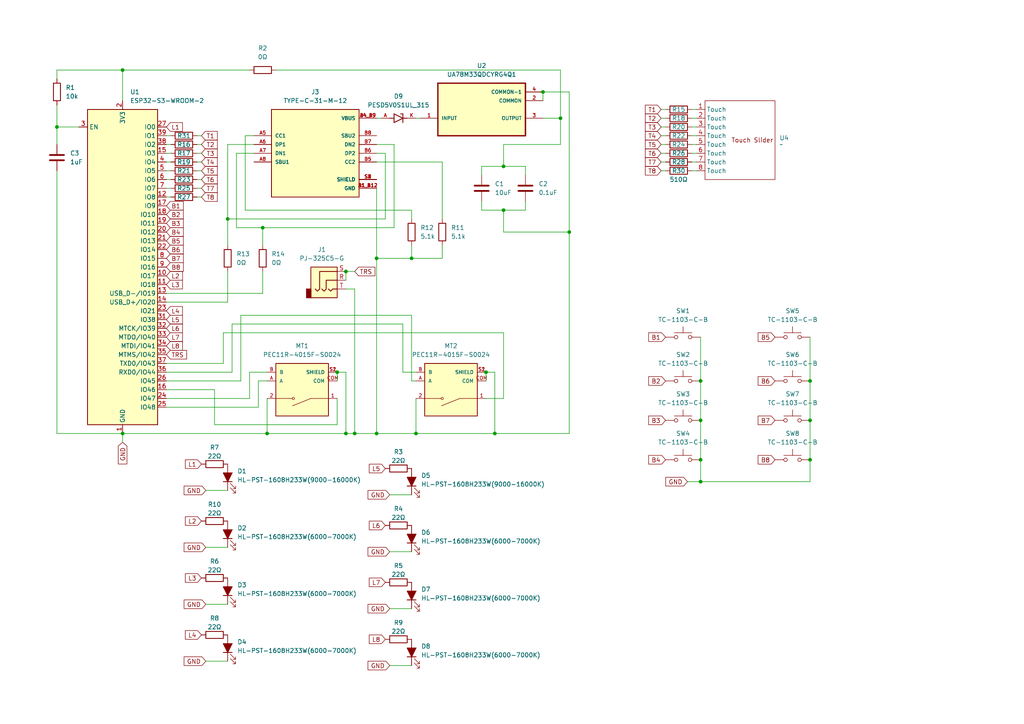
<source format=kicad_sch>
(kicad_sch
	(version 20231120)
	(generator "eeschema")
	(generator_version "8.0")
	(uuid "8f131a46-3361-4955-ae4b-669981bc3787")
	(paper "A4")
	(lib_symbols
		(symbol "1_udu3324_library:Touch_Slider_8"
			(exclude_from_sim no)
			(in_bom yes)
			(on_board yes)
			(property "Reference" "U"
				(at 0 0 0)
				(effects
					(font
						(size 1.27 1.27)
					)
				)
			)
			(property "Value" ""
				(at 0 0 0)
				(effects
					(font
						(size 1.27 1.27)
					)
				)
			)
			(property "Footprint" ""
				(at 0 0 0)
				(effects
					(font
						(size 1.27 1.27)
					)
					(hide yes)
				)
			)
			(property "Datasheet" ""
				(at 0 0 0)
				(effects
					(font
						(size 1.27 1.27)
					)
					(hide yes)
				)
			)
			(property "Description" ""
				(at 0 0 0)
				(effects
					(font
						(size 1.27 1.27)
					)
					(hide yes)
				)
			)
			(symbol "Touch_Slider_8_0_1"
				(rectangle
					(start 2.54 22.86)
					(end 22.86 0)
					(stroke
						(width 0)
						(type default)
					)
					(fill
						(type none)
					)
				)
			)
			(symbol "Touch_Slider_8_1_1"
				(text "Touch Slider"
					(at 16.256 11.43 0)
					(effects
						(font
							(size 1.27 1.27)
						)
					)
				)
				(pin output line
					(at 0 20.32 0)
					(length 2.54)
					(name "Touch"
						(effects
							(font
								(size 1.27 1.27)
							)
						)
					)
					(number "1"
						(effects
							(font
								(size 1.27 1.27)
							)
						)
					)
				)
				(pin output line
					(at 0 17.78 0)
					(length 2.54)
					(name "Touch"
						(effects
							(font
								(size 1.27 1.27)
							)
						)
					)
					(number "2"
						(effects
							(font
								(size 1.27 1.27)
							)
						)
					)
				)
				(pin output line
					(at 0 15.24 0)
					(length 2.54)
					(name "Touch"
						(effects
							(font
								(size 1.27 1.27)
							)
						)
					)
					(number "3"
						(effects
							(font
								(size 1.27 1.27)
							)
						)
					)
				)
				(pin output line
					(at 0 12.7 0)
					(length 2.54)
					(name "Touch"
						(effects
							(font
								(size 1.27 1.27)
							)
						)
					)
					(number "4"
						(effects
							(font
								(size 1.27 1.27)
							)
						)
					)
				)
				(pin output line
					(at 0 10.16 0)
					(length 2.54)
					(name "Touch"
						(effects
							(font
								(size 1.27 1.27)
							)
						)
					)
					(number "5"
						(effects
							(font
								(size 1.27 1.27)
							)
						)
					)
				)
				(pin output line
					(at 0 7.62 0)
					(length 2.54)
					(name "Touch"
						(effects
							(font
								(size 1.27 1.27)
							)
						)
					)
					(number "6"
						(effects
							(font
								(size 1.27 1.27)
							)
						)
					)
				)
				(pin output line
					(at 0 5.08 0)
					(length 2.54)
					(name "Touch"
						(effects
							(font
								(size 1.27 1.27)
							)
						)
					)
					(number "7"
						(effects
							(font
								(size 1.27 1.27)
							)
						)
					)
				)
				(pin output line
					(at 0 2.54 0)
					(length 2.54)
					(name "Touch"
						(effects
							(font
								(size 1.27 1.27)
							)
						)
					)
					(number "8"
						(effects
							(font
								(size 1.27 1.27)
							)
						)
					)
				)
			)
		)
		(symbol "Connector_Audio:AudioJack3"
			(exclude_from_sim no)
			(in_bom yes)
			(on_board yes)
			(property "Reference" "J"
				(at 0 8.89 0)
				(effects
					(font
						(size 1.27 1.27)
					)
				)
			)
			(property "Value" "AudioJack3"
				(at 0 6.35 0)
				(effects
					(font
						(size 1.27 1.27)
					)
				)
			)
			(property "Footprint" ""
				(at 0 0 0)
				(effects
					(font
						(size 1.27 1.27)
					)
					(hide yes)
				)
			)
			(property "Datasheet" "~"
				(at 0 0 0)
				(effects
					(font
						(size 1.27 1.27)
					)
					(hide yes)
				)
			)
			(property "Description" "Audio Jack, 3 Poles (Stereo / TRS)"
				(at 0 0 0)
				(effects
					(font
						(size 1.27 1.27)
					)
					(hide yes)
				)
			)
			(property "ki_keywords" "audio jack receptacle stereo headphones phones TRS connector"
				(at 0 0 0)
				(effects
					(font
						(size 1.27 1.27)
					)
					(hide yes)
				)
			)
			(property "ki_fp_filters" "Jack*"
				(at 0 0 0)
				(effects
					(font
						(size 1.27 1.27)
					)
					(hide yes)
				)
			)
			(symbol "AudioJack3_0_1"
				(rectangle
					(start -5.08 -5.08)
					(end -6.35 -2.54)
					(stroke
						(width 0.254)
						(type default)
					)
					(fill
						(type outline)
					)
				)
				(polyline
					(pts
						(xy 0 -2.54) (xy 0.635 -3.175) (xy 1.27 -2.54) (xy 2.54 -2.54)
					)
					(stroke
						(width 0.254)
						(type default)
					)
					(fill
						(type none)
					)
				)
				(polyline
					(pts
						(xy -1.905 -2.54) (xy -1.27 -3.175) (xy -0.635 -2.54) (xy -0.635 0) (xy 2.54 0)
					)
					(stroke
						(width 0.254)
						(type default)
					)
					(fill
						(type none)
					)
				)
				(polyline
					(pts
						(xy 2.54 2.54) (xy -2.54 2.54) (xy -2.54 -2.54) (xy -3.175 -3.175) (xy -3.81 -2.54)
					)
					(stroke
						(width 0.254)
						(type default)
					)
					(fill
						(type none)
					)
				)
				(rectangle
					(start 2.54 3.81)
					(end -5.08 -5.08)
					(stroke
						(width 0.254)
						(type default)
					)
					(fill
						(type background)
					)
				)
			)
			(symbol "AudioJack3_1_1"
				(pin passive line
					(at 5.08 0 180)
					(length 2.54)
					(name "~"
						(effects
							(font
								(size 1.27 1.27)
							)
						)
					)
					(number "R"
						(effects
							(font
								(size 1.27 1.27)
							)
						)
					)
				)
				(pin passive line
					(at 5.08 2.54 180)
					(length 2.54)
					(name "~"
						(effects
							(font
								(size 1.27 1.27)
							)
						)
					)
					(number "S"
						(effects
							(font
								(size 1.27 1.27)
							)
						)
					)
				)
				(pin passive line
					(at 5.08 -2.54 180)
					(length 2.54)
					(name "~"
						(effects
							(font
								(size 1.27 1.27)
							)
						)
					)
					(number "T"
						(effects
							(font
								(size 1.27 1.27)
							)
						)
					)
				)
			)
		)
		(symbol "Device:C"
			(pin_numbers hide)
			(pin_names
				(offset 0.254)
			)
			(exclude_from_sim no)
			(in_bom yes)
			(on_board yes)
			(property "Reference" "C"
				(at 0.635 2.54 0)
				(effects
					(font
						(size 1.27 1.27)
					)
					(justify left)
				)
			)
			(property "Value" "C"
				(at 0.635 -2.54 0)
				(effects
					(font
						(size 1.27 1.27)
					)
					(justify left)
				)
			)
			(property "Footprint" ""
				(at 0.9652 -3.81 0)
				(effects
					(font
						(size 1.27 1.27)
					)
					(hide yes)
				)
			)
			(property "Datasheet" "~"
				(at 0 0 0)
				(effects
					(font
						(size 1.27 1.27)
					)
					(hide yes)
				)
			)
			(property "Description" "Unpolarized capacitor"
				(at 0 0 0)
				(effects
					(font
						(size 1.27 1.27)
					)
					(hide yes)
				)
			)
			(property "ki_keywords" "cap capacitor"
				(at 0 0 0)
				(effects
					(font
						(size 1.27 1.27)
					)
					(hide yes)
				)
			)
			(property "ki_fp_filters" "C_*"
				(at 0 0 0)
				(effects
					(font
						(size 1.27 1.27)
					)
					(hide yes)
				)
			)
			(symbol "C_0_1"
				(polyline
					(pts
						(xy -2.032 -0.762) (xy 2.032 -0.762)
					)
					(stroke
						(width 0.508)
						(type default)
					)
					(fill
						(type none)
					)
				)
				(polyline
					(pts
						(xy -2.032 0.762) (xy 2.032 0.762)
					)
					(stroke
						(width 0.508)
						(type default)
					)
					(fill
						(type none)
					)
				)
			)
			(symbol "C_1_1"
				(pin passive line
					(at 0 3.81 270)
					(length 2.794)
					(name "~"
						(effects
							(font
								(size 1.27 1.27)
							)
						)
					)
					(number "1"
						(effects
							(font
								(size 1.27 1.27)
							)
						)
					)
				)
				(pin passive line
					(at 0 -3.81 90)
					(length 2.794)
					(name "~"
						(effects
							(font
								(size 1.27 1.27)
							)
						)
					)
					(number "2"
						(effects
							(font
								(size 1.27 1.27)
							)
						)
					)
				)
			)
		)
		(symbol "Device:LED_Filled"
			(pin_numbers hide)
			(pin_names
				(offset 1.016) hide)
			(exclude_from_sim no)
			(in_bom yes)
			(on_board yes)
			(property "Reference" "D"
				(at 0 2.54 0)
				(effects
					(font
						(size 1.27 1.27)
					)
				)
			)
			(property "Value" "LED_Filled"
				(at 0 -2.54 0)
				(effects
					(font
						(size 1.27 1.27)
					)
				)
			)
			(property "Footprint" ""
				(at 0 0 0)
				(effects
					(font
						(size 1.27 1.27)
					)
					(hide yes)
				)
			)
			(property "Datasheet" "~"
				(at 0 0 0)
				(effects
					(font
						(size 1.27 1.27)
					)
					(hide yes)
				)
			)
			(property "Description" "Light emitting diode, filled shape"
				(at 0 0 0)
				(effects
					(font
						(size 1.27 1.27)
					)
					(hide yes)
				)
			)
			(property "ki_keywords" "LED diode"
				(at 0 0 0)
				(effects
					(font
						(size 1.27 1.27)
					)
					(hide yes)
				)
			)
			(property "ki_fp_filters" "LED* LED_SMD:* LED_THT:*"
				(at 0 0 0)
				(effects
					(font
						(size 1.27 1.27)
					)
					(hide yes)
				)
			)
			(symbol "LED_Filled_0_1"
				(polyline
					(pts
						(xy -1.27 -1.27) (xy -1.27 1.27)
					)
					(stroke
						(width 0.254)
						(type default)
					)
					(fill
						(type none)
					)
				)
				(polyline
					(pts
						(xy -1.27 0) (xy 1.27 0)
					)
					(stroke
						(width 0)
						(type default)
					)
					(fill
						(type none)
					)
				)
				(polyline
					(pts
						(xy 1.27 -1.27) (xy 1.27 1.27) (xy -1.27 0) (xy 1.27 -1.27)
					)
					(stroke
						(width 0.254)
						(type default)
					)
					(fill
						(type outline)
					)
				)
				(polyline
					(pts
						(xy -3.048 -0.762) (xy -4.572 -2.286) (xy -3.81 -2.286) (xy -4.572 -2.286) (xy -4.572 -1.524)
					)
					(stroke
						(width 0)
						(type default)
					)
					(fill
						(type none)
					)
				)
				(polyline
					(pts
						(xy -1.778 -0.762) (xy -3.302 -2.286) (xy -2.54 -2.286) (xy -3.302 -2.286) (xy -3.302 -1.524)
					)
					(stroke
						(width 0)
						(type default)
					)
					(fill
						(type none)
					)
				)
			)
			(symbol "LED_Filled_1_1"
				(pin passive line
					(at -3.81 0 0)
					(length 2.54)
					(name "K"
						(effects
							(font
								(size 1.27 1.27)
							)
						)
					)
					(number "1"
						(effects
							(font
								(size 1.27 1.27)
							)
						)
					)
				)
				(pin passive line
					(at 3.81 0 180)
					(length 2.54)
					(name "A"
						(effects
							(font
								(size 1.27 1.27)
							)
						)
					)
					(number "2"
						(effects
							(font
								(size 1.27 1.27)
							)
						)
					)
				)
			)
		)
		(symbol "Device:R"
			(pin_numbers hide)
			(pin_names
				(offset 0)
			)
			(exclude_from_sim no)
			(in_bom yes)
			(on_board yes)
			(property "Reference" "R"
				(at 2.032 0 90)
				(effects
					(font
						(size 1.27 1.27)
					)
				)
			)
			(property "Value" "R"
				(at 0 0 90)
				(effects
					(font
						(size 1.27 1.27)
					)
				)
			)
			(property "Footprint" ""
				(at -1.778 0 90)
				(effects
					(font
						(size 1.27 1.27)
					)
					(hide yes)
				)
			)
			(property "Datasheet" "~"
				(at 0 0 0)
				(effects
					(font
						(size 1.27 1.27)
					)
					(hide yes)
				)
			)
			(property "Description" "Resistor"
				(at 0 0 0)
				(effects
					(font
						(size 1.27 1.27)
					)
					(hide yes)
				)
			)
			(property "ki_keywords" "R res resistor"
				(at 0 0 0)
				(effects
					(font
						(size 1.27 1.27)
					)
					(hide yes)
				)
			)
			(property "ki_fp_filters" "R_*"
				(at 0 0 0)
				(effects
					(font
						(size 1.27 1.27)
					)
					(hide yes)
				)
			)
			(symbol "R_0_1"
				(rectangle
					(start -1.016 -2.54)
					(end 1.016 2.54)
					(stroke
						(width 0.254)
						(type default)
					)
					(fill
						(type none)
					)
				)
			)
			(symbol "R_1_1"
				(pin passive line
					(at 0 3.81 270)
					(length 1.27)
					(name "~"
						(effects
							(font
								(size 1.27 1.27)
							)
						)
					)
					(number "1"
						(effects
							(font
								(size 1.27 1.27)
							)
						)
					)
				)
				(pin passive line
					(at 0 -3.81 90)
					(length 1.27)
					(name "~"
						(effects
							(font
								(size 1.27 1.27)
							)
						)
					)
					(number "2"
						(effects
							(font
								(size 1.27 1.27)
							)
						)
					)
				)
			)
		)
		(symbol "RF_Module:ESP32-S3-WROOM-2"
			(exclude_from_sim no)
			(in_bom yes)
			(on_board yes)
			(property "Reference" "U"
				(at -10.16 45.72 0)
				(effects
					(font
						(size 1.27 1.27)
					)
					(justify left bottom)
				)
			)
			(property "Value" "ESP32-S3-WROOM-2"
				(at 2.54 45.72 0)
				(effects
					(font
						(size 1.27 1.27)
					)
					(justify left bottom)
				)
			)
			(property "Footprint" "RF_Module:ESP32-S3-WROOM-2"
				(at 0 -60.96 0)
				(effects
					(font
						(size 1.27 1.27)
					)
					(hide yes)
				)
			)
			(property "Datasheet" "https://www.espressif.com/sites/default/files/documentation/esp32-s3-wroom-2_datasheet_en.pdf"
				(at 0 -63.5 0)
				(effects
					(font
						(size 1.27 1.27)
					)
					(hide yes)
				)
			)
			(property "Description" "RF Module, 2.4 GHz, Wi­-Fi, Bluetooth, BLE, ESP32­-S3R8V"
				(at 0 0 0)
				(effects
					(font
						(size 1.27 1.27)
					)
					(hide yes)
				)
			)
			(property "ki_keywords" "Bluetooth WiFi Wi-Fi ESP WROOM"
				(at 0 0 0)
				(effects
					(font
						(size 1.27 1.27)
					)
					(hide yes)
				)
			)
			(property "ki_fp_filters" "ESP32?S3?WROOM?2*"
				(at 0 0 0)
				(effects
					(font
						(size 1.27 1.27)
					)
					(hide yes)
				)
			)
			(symbol "ESP32-S3-WROOM-2_0_1"
				(rectangle
					(start -10.16 45.72)
					(end 10.16 -45.72)
					(stroke
						(width 0.254)
						(type default)
					)
					(fill
						(type background)
					)
				)
			)
			(symbol "ESP32-S3-WROOM-2_1_1"
				(pin power_in line
					(at 0 -48.26 90)
					(length 2.54)
					(name "GND"
						(effects
							(font
								(size 1.27 1.27)
							)
						)
					)
					(number "1"
						(effects
							(font
								(size 1.27 1.27)
							)
						)
					)
				)
				(pin bidirectional line
					(at 12.7 -2.54 180)
					(length 2.54)
					(name "IO17"
						(effects
							(font
								(size 1.27 1.27)
							)
						)
					)
					(number "10"
						(effects
							(font
								(size 1.27 1.27)
							)
						)
					)
				)
				(pin bidirectional line
					(at 12.7 -5.08 180)
					(length 2.54)
					(name "IO18"
						(effects
							(font
								(size 1.27 1.27)
							)
						)
					)
					(number "11"
						(effects
							(font
								(size 1.27 1.27)
							)
						)
					)
				)
				(pin bidirectional line
					(at 12.7 20.32 180)
					(length 2.54)
					(name "IO8"
						(effects
							(font
								(size 1.27 1.27)
							)
						)
					)
					(number "12"
						(effects
							(font
								(size 1.27 1.27)
							)
						)
					)
				)
				(pin bidirectional line
					(at 12.7 -7.62 180)
					(length 2.54)
					(name "USB_D-/IO19"
						(effects
							(font
								(size 1.27 1.27)
							)
						)
					)
					(number "13"
						(effects
							(font
								(size 1.27 1.27)
							)
						)
					)
				)
				(pin bidirectional line
					(at 12.7 -10.16 180)
					(length 2.54)
					(name "USB_D+/IO20"
						(effects
							(font
								(size 1.27 1.27)
							)
						)
					)
					(number "14"
						(effects
							(font
								(size 1.27 1.27)
							)
						)
					)
				)
				(pin bidirectional line
					(at 12.7 33.02 180)
					(length 2.54)
					(name "IO3"
						(effects
							(font
								(size 1.27 1.27)
							)
						)
					)
					(number "15"
						(effects
							(font
								(size 1.27 1.27)
							)
						)
					)
				)
				(pin bidirectional line
					(at 12.7 -35.56 180)
					(length 2.54)
					(name "IO46"
						(effects
							(font
								(size 1.27 1.27)
							)
						)
					)
					(number "16"
						(effects
							(font
								(size 1.27 1.27)
							)
						)
					)
				)
				(pin bidirectional line
					(at 12.7 17.78 180)
					(length 2.54)
					(name "IO9"
						(effects
							(font
								(size 1.27 1.27)
							)
						)
					)
					(number "17"
						(effects
							(font
								(size 1.27 1.27)
							)
						)
					)
				)
				(pin bidirectional line
					(at 12.7 15.24 180)
					(length 2.54)
					(name "IO10"
						(effects
							(font
								(size 1.27 1.27)
							)
						)
					)
					(number "18"
						(effects
							(font
								(size 1.27 1.27)
							)
						)
					)
				)
				(pin bidirectional line
					(at 12.7 12.7 180)
					(length 2.54)
					(name "IO11"
						(effects
							(font
								(size 1.27 1.27)
							)
						)
					)
					(number "19"
						(effects
							(font
								(size 1.27 1.27)
							)
						)
					)
				)
				(pin power_in line
					(at 0 48.26 270)
					(length 2.54)
					(name "3V3"
						(effects
							(font
								(size 1.27 1.27)
							)
						)
					)
					(number "2"
						(effects
							(font
								(size 1.27 1.27)
							)
						)
					)
				)
				(pin bidirectional line
					(at 12.7 10.16 180)
					(length 2.54)
					(name "IO12"
						(effects
							(font
								(size 1.27 1.27)
							)
						)
					)
					(number "20"
						(effects
							(font
								(size 1.27 1.27)
							)
						)
					)
				)
				(pin bidirectional line
					(at 12.7 7.62 180)
					(length 2.54)
					(name "IO13"
						(effects
							(font
								(size 1.27 1.27)
							)
						)
					)
					(number "21"
						(effects
							(font
								(size 1.27 1.27)
							)
						)
					)
				)
				(pin bidirectional line
					(at 12.7 5.08 180)
					(length 2.54)
					(name "IO14"
						(effects
							(font
								(size 1.27 1.27)
							)
						)
					)
					(number "22"
						(effects
							(font
								(size 1.27 1.27)
							)
						)
					)
				)
				(pin bidirectional line
					(at 12.7 -12.7 180)
					(length 2.54)
					(name "IO21"
						(effects
							(font
								(size 1.27 1.27)
							)
						)
					)
					(number "23"
						(effects
							(font
								(size 1.27 1.27)
							)
						)
					)
				)
				(pin bidirectional line
					(at 12.7 -38.1 180)
					(length 2.54)
					(name "IO47"
						(effects
							(font
								(size 1.27 1.27)
							)
						)
					)
					(number "24"
						(effects
							(font
								(size 1.27 1.27)
							)
						)
					)
				)
				(pin bidirectional line
					(at 12.7 -40.64 180)
					(length 2.54)
					(name "IO48"
						(effects
							(font
								(size 1.27 1.27)
							)
						)
					)
					(number "25"
						(effects
							(font
								(size 1.27 1.27)
							)
						)
					)
				)
				(pin bidirectional line
					(at 12.7 -33.02 180)
					(length 2.54)
					(name "IO45"
						(effects
							(font
								(size 1.27 1.27)
							)
						)
					)
					(number "26"
						(effects
							(font
								(size 1.27 1.27)
							)
						)
					)
				)
				(pin bidirectional line
					(at 12.7 40.64 180)
					(length 2.54)
					(name "IO0"
						(effects
							(font
								(size 1.27 1.27)
							)
						)
					)
					(number "27"
						(effects
							(font
								(size 1.27 1.27)
							)
						)
					)
				)
				(pin no_connect line
					(at -10.16 -35.56 0)
					(length 2.54) hide
					(name "NC"
						(effects
							(font
								(size 1.27 1.27)
							)
						)
					)
					(number "28"
						(effects
							(font
								(size 1.27 1.27)
							)
						)
					)
				)
				(pin no_connect line
					(at -10.16 -38.1 0)
					(length 2.54) hide
					(name "NC"
						(effects
							(font
								(size 1.27 1.27)
							)
						)
					)
					(number "29"
						(effects
							(font
								(size 1.27 1.27)
							)
						)
					)
				)
				(pin input line
					(at -12.7 40.64 0)
					(length 2.54)
					(name "EN"
						(effects
							(font
								(size 1.27 1.27)
							)
						)
					)
					(number "3"
						(effects
							(font
								(size 1.27 1.27)
							)
						)
					)
				)
				(pin no_connect line
					(at -10.16 -40.64 0)
					(length 2.54) hide
					(name "NC"
						(effects
							(font
								(size 1.27 1.27)
							)
						)
					)
					(number "30"
						(effects
							(font
								(size 1.27 1.27)
							)
						)
					)
				)
				(pin bidirectional line
					(at 12.7 -15.24 180)
					(length 2.54)
					(name "IO38"
						(effects
							(font
								(size 1.27 1.27)
							)
						)
					)
					(number "31"
						(effects
							(font
								(size 1.27 1.27)
							)
						)
					)
				)
				(pin bidirectional line
					(at 12.7 -17.78 180)
					(length 2.54)
					(name "MTCK/IO39"
						(effects
							(font
								(size 1.27 1.27)
							)
						)
					)
					(number "32"
						(effects
							(font
								(size 1.27 1.27)
							)
						)
					)
				)
				(pin bidirectional line
					(at 12.7 -20.32 180)
					(length 2.54)
					(name "MTDO/IO40"
						(effects
							(font
								(size 1.27 1.27)
							)
						)
					)
					(number "33"
						(effects
							(font
								(size 1.27 1.27)
							)
						)
					)
				)
				(pin bidirectional line
					(at 12.7 -22.86 180)
					(length 2.54)
					(name "MTDI/IO41"
						(effects
							(font
								(size 1.27 1.27)
							)
						)
					)
					(number "34"
						(effects
							(font
								(size 1.27 1.27)
							)
						)
					)
				)
				(pin bidirectional line
					(at 12.7 -25.4 180)
					(length 2.54)
					(name "MTMS/IO42"
						(effects
							(font
								(size 1.27 1.27)
							)
						)
					)
					(number "35"
						(effects
							(font
								(size 1.27 1.27)
							)
						)
					)
				)
				(pin bidirectional line
					(at 12.7 -30.48 180)
					(length 2.54)
					(name "RXD0/IO44"
						(effects
							(font
								(size 1.27 1.27)
							)
						)
					)
					(number "36"
						(effects
							(font
								(size 1.27 1.27)
							)
						)
					)
				)
				(pin bidirectional line
					(at 12.7 -27.94 180)
					(length 2.54)
					(name "TXD0/IO43"
						(effects
							(font
								(size 1.27 1.27)
							)
						)
					)
					(number "37"
						(effects
							(font
								(size 1.27 1.27)
							)
						)
					)
				)
				(pin bidirectional line
					(at 12.7 35.56 180)
					(length 2.54)
					(name "IO2"
						(effects
							(font
								(size 1.27 1.27)
							)
						)
					)
					(number "38"
						(effects
							(font
								(size 1.27 1.27)
							)
						)
					)
				)
				(pin bidirectional line
					(at 12.7 38.1 180)
					(length 2.54)
					(name "IO1"
						(effects
							(font
								(size 1.27 1.27)
							)
						)
					)
					(number "39"
						(effects
							(font
								(size 1.27 1.27)
							)
						)
					)
				)
				(pin bidirectional line
					(at 12.7 30.48 180)
					(length 2.54)
					(name "IO4"
						(effects
							(font
								(size 1.27 1.27)
							)
						)
					)
					(number "4"
						(effects
							(font
								(size 1.27 1.27)
							)
						)
					)
				)
				(pin passive line
					(at 0 -48.26 90)
					(length 2.54) hide
					(name "GND"
						(effects
							(font
								(size 1.27 1.27)
							)
						)
					)
					(number "40"
						(effects
							(font
								(size 1.27 1.27)
							)
						)
					)
				)
				(pin passive line
					(at 0 -48.26 90)
					(length 2.54) hide
					(name "GND"
						(effects
							(font
								(size 1.27 1.27)
							)
						)
					)
					(number "41"
						(effects
							(font
								(size 1.27 1.27)
							)
						)
					)
				)
				(pin bidirectional line
					(at 12.7 27.94 180)
					(length 2.54)
					(name "IO5"
						(effects
							(font
								(size 1.27 1.27)
							)
						)
					)
					(number "5"
						(effects
							(font
								(size 1.27 1.27)
							)
						)
					)
				)
				(pin bidirectional line
					(at 12.7 25.4 180)
					(length 2.54)
					(name "IO6"
						(effects
							(font
								(size 1.27 1.27)
							)
						)
					)
					(number "6"
						(effects
							(font
								(size 1.27 1.27)
							)
						)
					)
				)
				(pin bidirectional line
					(at 12.7 22.86 180)
					(length 2.54)
					(name "IO7"
						(effects
							(font
								(size 1.27 1.27)
							)
						)
					)
					(number "7"
						(effects
							(font
								(size 1.27 1.27)
							)
						)
					)
				)
				(pin bidirectional line
					(at 12.7 2.54 180)
					(length 2.54)
					(name "IO15"
						(effects
							(font
								(size 1.27 1.27)
							)
						)
					)
					(number "8"
						(effects
							(font
								(size 1.27 1.27)
							)
						)
					)
				)
				(pin bidirectional line
					(at 12.7 0 180)
					(length 2.54)
					(name "IO16"
						(effects
							(font
								(size 1.27 1.27)
							)
						)
					)
					(number "9"
						(effects
							(font
								(size 1.27 1.27)
							)
						)
					)
				)
			)
		)
		(symbol "Snapeda:PEC11R-4215F-S0024"
			(pin_names
				(offset 1.016)
			)
			(exclude_from_sim no)
			(in_bom yes)
			(on_board yes)
			(property "Reference" "MT"
				(at -7.62 8.89 0)
				(effects
					(font
						(size 1.27 1.27)
					)
					(justify left bottom)
				)
			)
			(property "Value" "PEC11R-4215F-S0024"
				(at -7.62 -8.89 0)
				(effects
					(font
						(size 1.27 1.27)
					)
					(justify left top)
				)
			)
			(property "Footprint" "Snapeda:PEC11R-4215F-S0024_XDCR_PEC11R-4215F-S0024"
				(at 0 0 0)
				(effects
					(font
						(size 1.27 1.27)
					)
					(justify bottom)
					(hide yes)
				)
			)
			(property "Datasheet" ""
				(at 0 0 0)
				(effects
					(font
						(size 1.27 1.27)
					)
					(hide yes)
				)
			)
			(property "Description" ""
				(at 0 0 0)
				(effects
					(font
						(size 1.27 1.27)
					)
					(hide yes)
				)
			)
			(property "MF" "Bourns"
				(at 0 0 0)
				(effects
					(font
						(size 1.27 1.27)
					)
					(justify bottom)
					(hide yes)
				)
			)
			(property "MAXIMUM_PACKAGE_HEIGHT" "21.5 mm"
				(at 0 0 0)
				(effects
					(font
						(size 1.27 1.27)
					)
					(justify bottom)
					(hide yes)
				)
			)
			(property "Package" "None"
				(at 0 0 0)
				(effects
					(font
						(size 1.27 1.27)
					)
					(justify bottom)
					(hide yes)
				)
			)
			(property "Price" "None"
				(at 0 0 0)
				(effects
					(font
						(size 1.27 1.27)
					)
					(justify bottom)
					(hide yes)
				)
			)
			(property "Check_prices" "https://www.snapeda.com/parts/PEC11R-4215F-S0024/Bourns/view-part/?ref=eda"
				(at 0 0 0)
				(effects
					(font
						(size 1.27 1.27)
					)
					(justify bottom)
					(hide yes)
				)
			)
			(property "STANDARD" "Manufacturer Recommendations"
				(at 0 0 0)
				(effects
					(font
						(size 1.27 1.27)
					)
					(justify bottom)
					(hide yes)
				)
			)
			(property "PARTREV" "Rev. 09/19"
				(at 0 0 0)
				(effects
					(font
						(size 1.27 1.27)
					)
					(justify bottom)
					(hide yes)
				)
			)
			(property "SnapEDA_Link" "https://www.snapeda.com/parts/PEC11R-4215F-S0024/Bourns/view-part/?ref=snap"
				(at 0 0 0)
				(effects
					(font
						(size 1.27 1.27)
					)
					(justify bottom)
					(hide yes)
				)
			)
			(property "MP" "PEC11R-4215F-S0024"
				(at 0 0 0)
				(effects
					(font
						(size 1.27 1.27)
					)
					(justify bottom)
					(hide yes)
				)
			)
			(property "Purchase-URL" "https://www.snapeda.com/api/url_track_click_mouser/?unipart_id=428605&manufacturer=Bourns&part_name=PEC11R-4215F-S0024&search_term=pec11r"
				(at 0 0 0)
				(effects
					(font
						(size 1.27 1.27)
					)
					(justify bottom)
					(hide yes)
				)
			)
			(property "Description_1" "\nEncoder,Rotary,24 Detents,15 mm, Shaft,Switch | Bourns PEC11R-4215F-S0024\n"
				(at 0 0 0)
				(effects
					(font
						(size 1.27 1.27)
					)
					(justify bottom)
					(hide yes)
				)
			)
			(property "Availability" "In Stock"
				(at 0 0 0)
				(effects
					(font
						(size 1.27 1.27)
					)
					(justify bottom)
					(hide yes)
				)
			)
			(property "MANUFACTURER" "J.W.Miller/Bourns"
				(at 0 0 0)
				(effects
					(font
						(size 1.27 1.27)
					)
					(justify bottom)
					(hide yes)
				)
			)
			(symbol "PEC11R-4215F-S0024_0_0"
				(rectangle
					(start -7.62 -7.62)
					(end 7.62 7.62)
					(stroke
						(width 0.254)
						(type default)
					)
					(fill
						(type background)
					)
				)
				(polyline
					(pts
						(xy -2.54 2.54) (xy -7.62 2.54)
					)
					(stroke
						(width 0.1524)
						(type default)
					)
					(fill
						(type none)
					)
				)
				(polyline
					(pts
						(xy -2.54 2.54) (xy 2.794 4.6736)
					)
					(stroke
						(width 0.1524)
						(type default)
					)
					(fill
						(type none)
					)
				)
				(polyline
					(pts
						(xy 7.62 2.54) (xy 2.921 2.54)
					)
					(stroke
						(width 0.1524)
						(type default)
					)
					(fill
						(type none)
					)
				)
				(circle
					(center 2.54 2.54)
					(radius 0.3302)
					(stroke
						(width 0.1524)
						(type default)
					)
					(fill
						(type none)
					)
				)
				(pin passive line
					(at -10.16 2.54 0)
					(length 2.54)
					(name "~"
						(effects
							(font
								(size 1.016 1.016)
							)
						)
					)
					(number "1"
						(effects
							(font
								(size 1.016 1.016)
							)
						)
					)
				)
				(pin passive line
					(at 10.16 2.54 180)
					(length 2.54)
					(name "~"
						(effects
							(font
								(size 1.016 1.016)
							)
						)
					)
					(number "2"
						(effects
							(font
								(size 1.016 1.016)
							)
						)
					)
				)
				(pin passive line
					(at 10.16 -2.54 180)
					(length 2.54)
					(name "A"
						(effects
							(font
								(size 1.016 1.016)
							)
						)
					)
					(number "A"
						(effects
							(font
								(size 1.016 1.016)
							)
						)
					)
				)
				(pin passive line
					(at 10.16 -5.08 180)
					(length 2.54)
					(name "B"
						(effects
							(font
								(size 1.016 1.016)
							)
						)
					)
					(number "B"
						(effects
							(font
								(size 1.016 1.016)
							)
						)
					)
				)
				(pin passive line
					(at -10.16 -2.54 0)
					(length 2.54)
					(name "COM"
						(effects
							(font
								(size 1.016 1.016)
							)
						)
					)
					(number "COM"
						(effects
							(font
								(size 1.016 1.016)
							)
						)
					)
				)
				(pin passive line
					(at -10.16 -5.08 0)
					(length 2.54)
					(name "SHIELD"
						(effects
							(font
								(size 1.016 1.016)
							)
						)
					)
					(number "S1"
						(effects
							(font
								(size 1.016 1.016)
							)
						)
					)
				)
				(pin passive line
					(at -10.16 -5.08 0)
					(length 2.54)
					(name "SHIELD"
						(effects
							(font
								(size 1.016 1.016)
							)
						)
					)
					(number "S2"
						(effects
							(font
								(size 1.016 1.016)
							)
						)
					)
				)
			)
		)
		(symbol "Snapeda:PESD5V0S1UL_315"
			(pin_names
				(offset 1.016)
			)
			(exclude_from_sim no)
			(in_bom yes)
			(on_board yes)
			(property "Reference" "D"
				(at -5.08 2.54 0)
				(effects
					(font
						(size 1.27 1.27)
					)
					(justify left bottom)
				)
			)
			(property "Value" "PESD5V0S1UL_315"
				(at -5.08 -3.81 0)
				(effects
					(font
						(size 1.27 1.27)
					)
					(justify left bottom)
				)
			)
			(property "Footprint" "Snapeda:PESD5V0S1UL_315_DIO_PESD5V0S1UL_315"
				(at 0 0 0)
				(effects
					(font
						(size 1.27 1.27)
					)
					(justify bottom)
					(hide yes)
				)
			)
			(property "Datasheet" ""
				(at 0 0 0)
				(effects
					(font
						(size 1.27 1.27)
					)
					(hide yes)
				)
			)
			(property "Description" ""
				(at 0 0 0)
				(effects
					(font
						(size 1.27 1.27)
					)
					(hide yes)
				)
			)
			(property "MF" "Nexperia USA"
				(at 0 0 0)
				(effects
					(font
						(size 1.27 1.27)
					)
					(justify bottom)
					(hide yes)
				)
			)
			(property "Description_1" "\n20V Clamp 15A (8/20µs) Ipp Tvs Diode Surface Mount DFN1006-2\n"
				(at 0 0 0)
				(effects
					(font
						(size 1.27 1.27)
					)
					(justify bottom)
					(hide yes)
				)
			)
			(property "Package" "DFN1006-2-2 Nexperia USA Inc."
				(at 0 0 0)
				(effects
					(font
						(size 1.27 1.27)
					)
					(justify bottom)
					(hide yes)
				)
			)
			(property "Price" "None"
				(at 0 0 0)
				(effects
					(font
						(size 1.27 1.27)
					)
					(justify bottom)
					(hide yes)
				)
			)
			(property "Check_prices" "https://www.snapeda.com/parts/PESD5V0S1UL,315/Nexperia/view-part/?ref=eda"
				(at 0 0 0)
				(effects
					(font
						(size 1.27 1.27)
					)
					(justify bottom)
					(hide yes)
				)
			)
			(property "SnapEDA_Link" "https://www.snapeda.com/parts/PESD5V0S1UL,315/Nexperia/view-part/?ref=snap"
				(at 0 0 0)
				(effects
					(font
						(size 1.27 1.27)
					)
					(justify bottom)
					(hide yes)
				)
			)
			(property "MP" "PESD5V0S1UL,315"
				(at 0 0 0)
				(effects
					(font
						(size 1.27 1.27)
					)
					(justify bottom)
					(hide yes)
				)
			)
			(property "Availability" "In Stock"
				(at 0 0 0)
				(effects
					(font
						(size 1.27 1.27)
					)
					(justify bottom)
					(hide yes)
				)
			)
			(property "Purchase-URL" "https://pricing.snapeda.com/search/part/PESD5V0S1UL,315/?ref=eda"
				(at 0 0 0)
				(effects
					(font
						(size 1.27 1.27)
					)
					(justify bottom)
					(hide yes)
				)
			)
			(symbol "PESD5V0S1UL_315_0_0"
				(polyline
					(pts
						(xy -2.54 0) (xy -1.27 0)
					)
					(stroke
						(width 0.254)
						(type default)
					)
					(fill
						(type none)
					)
				)
				(polyline
					(pts
						(xy -1.27 -1.27) (xy 1.27 0)
					)
					(stroke
						(width 0.254)
						(type default)
					)
					(fill
						(type none)
					)
				)
				(polyline
					(pts
						(xy -1.27 0) (xy -1.27 -1.27)
					)
					(stroke
						(width 0.254)
						(type default)
					)
					(fill
						(type none)
					)
				)
				(polyline
					(pts
						(xy -1.27 1.27) (xy -1.27 0)
					)
					(stroke
						(width 0.254)
						(type default)
					)
					(fill
						(type none)
					)
				)
				(polyline
					(pts
						(xy 0.635 1.27) (xy 1.27 1.27)
					)
					(stroke
						(width 0.254)
						(type default)
					)
					(fill
						(type none)
					)
				)
				(polyline
					(pts
						(xy 1.27 0) (xy -1.27 1.27)
					)
					(stroke
						(width 0.254)
						(type default)
					)
					(fill
						(type none)
					)
				)
				(polyline
					(pts
						(xy 1.27 0) (xy 1.27 -1.27)
					)
					(stroke
						(width 0.254)
						(type default)
					)
					(fill
						(type none)
					)
				)
				(polyline
					(pts
						(xy 1.27 1.27) (xy 1.27 0)
					)
					(stroke
						(width 0.254)
						(type default)
					)
					(fill
						(type none)
					)
				)
				(polyline
					(pts
						(xy 2.54 0) (xy 1.27 0)
					)
					(stroke
						(width 0.254)
						(type default)
					)
					(fill
						(type none)
					)
				)
				(pin passive line
					(at -5.08 0 0)
					(length 2.54)
					(name "~"
						(effects
							(font
								(size 1.016 1.016)
							)
						)
					)
					(number "A"
						(effects
							(font
								(size 1.016 1.016)
							)
						)
					)
				)
				(pin passive line
					(at 5.08 0 180)
					(length 2.54)
					(name "~"
						(effects
							(font
								(size 1.016 1.016)
							)
						)
					)
					(number "K"
						(effects
							(font
								(size 1.016 1.016)
							)
						)
					)
				)
			)
		)
		(symbol "Snapeda:TYPE-C-31-M-12"
			(pin_names
				(offset 1.016)
			)
			(exclude_from_sim no)
			(in_bom yes)
			(on_board yes)
			(property "Reference" "J"
				(at -12.7 13.462 0)
				(effects
					(font
						(size 1.27 1.27)
					)
					(justify left bottom)
				)
			)
			(property "Value" "TYPE-C-31-M-12"
				(at -12.7 -13.462 0)
				(effects
					(font
						(size 1.27 1.27)
					)
					(justify left top)
				)
			)
			(property "Footprint" "Snapeda:TYPE-C-31-M-12_HRO_TYPE-C-31-M-12"
				(at 0 0 0)
				(effects
					(font
						(size 1.27 1.27)
					)
					(justify bottom)
					(hide yes)
				)
			)
			(property "Datasheet" ""
				(at 0 0 0)
				(effects
					(font
						(size 1.27 1.27)
					)
					(hide yes)
				)
			)
			(property "Description" ""
				(at 0 0 0)
				(effects
					(font
						(size 1.27 1.27)
					)
					(hide yes)
				)
			)
			(property "MF" "HRO Electronics Co., Ltd."
				(at 0 0 0)
				(effects
					(font
						(size 1.27 1.27)
					)
					(justify bottom)
					(hide yes)
				)
			)
			(property "MAXIMUM_PACKAGE_HEIGHT" "3.26 mm"
				(at 0 0 0)
				(effects
					(font
						(size 1.27 1.27)
					)
					(justify bottom)
					(hide yes)
				)
			)
			(property "Package" "Package"
				(at 0 0 0)
				(effects
					(font
						(size 1.27 1.27)
					)
					(justify bottom)
					(hide yes)
				)
			)
			(property "Price" "None"
				(at 0 0 0)
				(effects
					(font
						(size 1.27 1.27)
					)
					(justify bottom)
					(hide yes)
				)
			)
			(property "Check_prices" "https://www.snapeda.com/parts/TYPE-C-31-M-12/HRO+Electronics+Co.%252C+Ltd./view-part/?ref=eda"
				(at 0 0 0)
				(effects
					(font
						(size 1.27 1.27)
					)
					(justify bottom)
					(hide yes)
				)
			)
			(property "STANDARD" "Manufacturer Recommendations"
				(at 0 0 0)
				(effects
					(font
						(size 1.27 1.27)
					)
					(justify bottom)
					(hide yes)
				)
			)
			(property "PARTREV" "2020.12.08"
				(at 0 0 0)
				(effects
					(font
						(size 1.27 1.27)
					)
					(justify bottom)
					(hide yes)
				)
			)
			(property "SnapEDA_Link" "https://www.snapeda.com/parts/TYPE-C-31-M-12/HRO+Electronics+Co.%252C+Ltd./view-part/?ref=snap"
				(at 0 0 0)
				(effects
					(font
						(size 1.27 1.27)
					)
					(justify bottom)
					(hide yes)
				)
			)
			(property "MP" "TYPE-C-31-M-12"
				(at 0 0 0)
				(effects
					(font
						(size 1.27 1.27)
					)
					(justify bottom)
					(hide yes)
				)
			)
			(property "Description_1" "\nUSB Connectors 24 Receptacle 1 8.94*7.3mm RoHS\n"
				(at 0 0 0)
				(effects
					(font
						(size 1.27 1.27)
					)
					(justify bottom)
					(hide yes)
				)
			)
			(property "SNAPEDA_PN" "TYPE-C-31-M-12"
				(at 0 0 0)
				(effects
					(font
						(size 1.27 1.27)
					)
					(justify bottom)
					(hide yes)
				)
			)
			(property "Availability" "Not in stock"
				(at 0 0 0)
				(effects
					(font
						(size 1.27 1.27)
					)
					(justify bottom)
					(hide yes)
				)
			)
			(property "MANUFACTURER" "HRO Electronics Co., Ltd."
				(at 0 0 0)
				(effects
					(font
						(size 1.27 1.27)
					)
					(justify bottom)
					(hide yes)
				)
			)
			(symbol "TYPE-C-31-M-12_0_0"
				(rectangle
					(start -12.7 -12.7)
					(end 12.7 12.7)
					(stroke
						(width 0.254)
						(type default)
					)
					(fill
						(type background)
					)
				)
				(pin power_in line
					(at 17.78 -10.16 180)
					(length 5.08)
					(name "GND"
						(effects
							(font
								(size 1.016 1.016)
							)
						)
					)
					(number "A1_B12"
						(effects
							(font
								(size 1.016 1.016)
							)
						)
					)
				)
				(pin power_in line
					(at 17.78 10.16 180)
					(length 5.08)
					(name "VBUS"
						(effects
							(font
								(size 1.016 1.016)
							)
						)
					)
					(number "A4_B9"
						(effects
							(font
								(size 1.016 1.016)
							)
						)
					)
				)
				(pin bidirectional line
					(at -17.78 5.08 0)
					(length 5.08)
					(name "CC1"
						(effects
							(font
								(size 1.016 1.016)
							)
						)
					)
					(number "A5"
						(effects
							(font
								(size 1.016 1.016)
							)
						)
					)
				)
				(pin bidirectional line
					(at -17.78 2.54 0)
					(length 5.08)
					(name "DP1"
						(effects
							(font
								(size 1.016 1.016)
							)
						)
					)
					(number "A6"
						(effects
							(font
								(size 1.016 1.016)
							)
						)
					)
				)
				(pin bidirectional line
					(at -17.78 0 0)
					(length 5.08)
					(name "DN1"
						(effects
							(font
								(size 1.016 1.016)
							)
						)
					)
					(number "A7"
						(effects
							(font
								(size 1.016 1.016)
							)
						)
					)
				)
				(pin bidirectional line
					(at -17.78 -2.54 0)
					(length 5.08)
					(name "SBU1"
						(effects
							(font
								(size 1.016 1.016)
							)
						)
					)
					(number "A8"
						(effects
							(font
								(size 1.016 1.016)
							)
						)
					)
				)
				(pin power_in line
					(at 17.78 -10.16 180)
					(length 5.08)
					(name "GND"
						(effects
							(font
								(size 1.016 1.016)
							)
						)
					)
					(number "B1_A12"
						(effects
							(font
								(size 1.016 1.016)
							)
						)
					)
				)
				(pin power_in line
					(at 17.78 10.16 180)
					(length 5.08)
					(name "VBUS"
						(effects
							(font
								(size 1.016 1.016)
							)
						)
					)
					(number "B4_A9"
						(effects
							(font
								(size 1.016 1.016)
							)
						)
					)
				)
				(pin bidirectional line
					(at 17.78 -2.54 180)
					(length 5.08)
					(name "CC2"
						(effects
							(font
								(size 1.016 1.016)
							)
						)
					)
					(number "B5"
						(effects
							(font
								(size 1.016 1.016)
							)
						)
					)
				)
				(pin bidirectional line
					(at 17.78 0 180)
					(length 5.08)
					(name "DP2"
						(effects
							(font
								(size 1.016 1.016)
							)
						)
					)
					(number "B6"
						(effects
							(font
								(size 1.016 1.016)
							)
						)
					)
				)
				(pin bidirectional line
					(at 17.78 2.54 180)
					(length 5.08)
					(name "DN2"
						(effects
							(font
								(size 1.016 1.016)
							)
						)
					)
					(number "B7"
						(effects
							(font
								(size 1.016 1.016)
							)
						)
					)
				)
				(pin bidirectional line
					(at 17.78 5.08 180)
					(length 5.08)
					(name "SBU2"
						(effects
							(font
								(size 1.016 1.016)
							)
						)
					)
					(number "B8"
						(effects
							(font
								(size 1.016 1.016)
							)
						)
					)
				)
				(pin passive line
					(at 17.78 -7.62 180)
					(length 5.08)
					(name "SHIELD"
						(effects
							(font
								(size 1.016 1.016)
							)
						)
					)
					(number "S1"
						(effects
							(font
								(size 1.016 1.016)
							)
						)
					)
				)
				(pin passive line
					(at 17.78 -7.62 180)
					(length 5.08)
					(name "SHIELD"
						(effects
							(font
								(size 1.016 1.016)
							)
						)
					)
					(number "S2"
						(effects
							(font
								(size 1.016 1.016)
							)
						)
					)
				)
				(pin passive line
					(at 17.78 -7.62 180)
					(length 5.08)
					(name "SHIELD"
						(effects
							(font
								(size 1.016 1.016)
							)
						)
					)
					(number "S3"
						(effects
							(font
								(size 1.016 1.016)
							)
						)
					)
				)
				(pin passive line
					(at 17.78 -7.62 180)
					(length 5.08)
					(name "SHIELD"
						(effects
							(font
								(size 1.016 1.016)
							)
						)
					)
					(number "S4"
						(effects
							(font
								(size 1.016 1.016)
							)
						)
					)
				)
			)
		)
		(symbol "Snapeda:UA78M33QDCYRG4Q1"
			(pin_names
				(offset 1.016)
			)
			(exclude_from_sim no)
			(in_bom yes)
			(on_board yes)
			(property "Reference" "U"
				(at -12.7 8.62 0)
				(effects
					(font
						(size 1.27 1.27)
					)
					(justify left bottom)
				)
			)
			(property "Value" "UA78M33QDCYRG4Q1"
				(at -12.7 -11.62 0)
				(effects
					(font
						(size 1.27 1.27)
					)
					(justify left bottom)
				)
			)
			(property "Footprint" "Snapeda:UA78M33QDCYRG4Q1_SOT230P700X180-4N"
				(at 0 0 0)
				(effects
					(font
						(size 1.27 1.27)
					)
					(justify bottom)
					(hide yes)
				)
			)
			(property "Datasheet" ""
				(at 0 0 0)
				(effects
					(font
						(size 1.27 1.27)
					)
					(hide yes)
				)
			)
			(property "Description" ""
				(at 0 0 0)
				(effects
					(font
						(size 1.27 1.27)
					)
					(hide yes)
				)
			)
			(property "MF" "Texas Instruments"
				(at 0 0 0)
				(effects
					(font
						(size 1.27 1.27)
					)
					(justify bottom)
					(hide yes)
				)
			)
			(property "Description_1" "\nAutomotive 500-mA, 25-V, linear voltage regulator\n"
				(at 0 0 0)
				(effects
					(font
						(size 1.27 1.27)
					)
					(justify bottom)
					(hide yes)
				)
			)
			(property "Package" "SOT-223-4 Texas Instruments"
				(at 0 0 0)
				(effects
					(font
						(size 1.27 1.27)
					)
					(justify bottom)
					(hide yes)
				)
			)
			(property "Price" "None"
				(at 0 0 0)
				(effects
					(font
						(size 1.27 1.27)
					)
					(justify bottom)
					(hide yes)
				)
			)
			(property "SnapEDA_Link" "https://www.snapeda.com/parts/UA78M33QDCYRG4Q1/Texas+Instruments/view-part/?ref=snap"
				(at 0 0 0)
				(effects
					(font
						(size 1.27 1.27)
					)
					(justify bottom)
					(hide yes)
				)
			)
			(property "MP" "UA78M33QDCYRG4Q1"
				(at 0 0 0)
				(effects
					(font
						(size 1.27 1.27)
					)
					(justify bottom)
					(hide yes)
				)
			)
			(property "Availability" "In Stock"
				(at 0 0 0)
				(effects
					(font
						(size 1.27 1.27)
					)
					(justify bottom)
					(hide yes)
				)
			)
			(property "Check_prices" "https://www.snapeda.com/parts/UA78M33QDCYRG4Q1/Texas+Instruments/view-part/?ref=eda"
				(at 0 0 0)
				(effects
					(font
						(size 1.27 1.27)
					)
					(justify bottom)
					(hide yes)
				)
			)
			(symbol "UA78M33QDCYRG4Q1_0_0"
				(rectangle
					(start -12.7 -7.62)
					(end 12.7 7.62)
					(stroke
						(width 0.41)
						(type default)
					)
					(fill
						(type background)
					)
				)
				(pin input line
					(at -17.78 -2.54 0)
					(length 5.08)
					(name "INPUT"
						(effects
							(font
								(size 1.016 1.016)
							)
						)
					)
					(number "1"
						(effects
							(font
								(size 1.016 1.016)
							)
						)
					)
				)
				(pin power_in line
					(at 17.78 2.54 180)
					(length 5.08)
					(name "COMMON"
						(effects
							(font
								(size 1.016 1.016)
							)
						)
					)
					(number "2"
						(effects
							(font
								(size 1.016 1.016)
							)
						)
					)
				)
				(pin output line
					(at 17.78 -2.54 180)
					(length 5.08)
					(name "OUTPUT"
						(effects
							(font
								(size 1.016 1.016)
							)
						)
					)
					(number "3"
						(effects
							(font
								(size 1.016 1.016)
							)
						)
					)
				)
				(pin power_in line
					(at 17.78 5.08 180)
					(length 5.08)
					(name "COMMON-1"
						(effects
							(font
								(size 1.016 1.016)
							)
						)
					)
					(number "4"
						(effects
							(font
								(size 1.016 1.016)
							)
						)
					)
				)
			)
		)
		(symbol "Switch:SW_Push"
			(pin_numbers hide)
			(pin_names
				(offset 1.016) hide)
			(exclude_from_sim no)
			(in_bom yes)
			(on_board yes)
			(property "Reference" "SW"
				(at 1.27 2.54 0)
				(effects
					(font
						(size 1.27 1.27)
					)
					(justify left)
				)
			)
			(property "Value" "SW_Push"
				(at 0 -1.524 0)
				(effects
					(font
						(size 1.27 1.27)
					)
				)
			)
			(property "Footprint" ""
				(at 0 5.08 0)
				(effects
					(font
						(size 1.27 1.27)
					)
					(hide yes)
				)
			)
			(property "Datasheet" "~"
				(at 0 5.08 0)
				(effects
					(font
						(size 1.27 1.27)
					)
					(hide yes)
				)
			)
			(property "Description" "Push button switch, generic, two pins"
				(at 0 0 0)
				(effects
					(font
						(size 1.27 1.27)
					)
					(hide yes)
				)
			)
			(property "ki_keywords" "switch normally-open pushbutton push-button"
				(at 0 0 0)
				(effects
					(font
						(size 1.27 1.27)
					)
					(hide yes)
				)
			)
			(symbol "SW_Push_0_1"
				(circle
					(center -2.032 0)
					(radius 0.508)
					(stroke
						(width 0)
						(type default)
					)
					(fill
						(type none)
					)
				)
				(polyline
					(pts
						(xy 0 1.27) (xy 0 3.048)
					)
					(stroke
						(width 0)
						(type default)
					)
					(fill
						(type none)
					)
				)
				(polyline
					(pts
						(xy 2.54 1.27) (xy -2.54 1.27)
					)
					(stroke
						(width 0)
						(type default)
					)
					(fill
						(type none)
					)
				)
				(circle
					(center 2.032 0)
					(radius 0.508)
					(stroke
						(width 0)
						(type default)
					)
					(fill
						(type none)
					)
				)
				(pin passive line
					(at -5.08 0 0)
					(length 2.54)
					(name "1"
						(effects
							(font
								(size 1.27 1.27)
							)
						)
					)
					(number "1"
						(effects
							(font
								(size 1.27 1.27)
							)
						)
					)
				)
				(pin passive line
					(at 5.08 0 180)
					(length 2.54)
					(name "2"
						(effects
							(font
								(size 1.27 1.27)
							)
						)
					)
					(number "2"
						(effects
							(font
								(size 1.27 1.27)
							)
						)
					)
				)
			)
		)
	)
	(junction
		(at 146.05 48.26)
		(diameter 0)
		(color 0 0 0 0)
		(uuid "053d07e8-f433-4212-b032-37c4734d1521")
	)
	(junction
		(at 146.05 60.96)
		(diameter 0)
		(color 0 0 0 0)
		(uuid "05b406b2-033e-43dd-9006-0854fd083f00")
	)
	(junction
		(at 66.04 63.5)
		(diameter 0)
		(color 0 0 0 0)
		(uuid "0cd852b0-2caf-4736-8a22-9cb16d94622e")
	)
	(junction
		(at 157.48 26.67)
		(diameter 0)
		(color 0 0 0 0)
		(uuid "1074e2f9-bb91-49eb-aa4a-e3ce8ce142e3")
	)
	(junction
		(at 97.79 107.95)
		(diameter 0)
		(color 0 0 0 0)
		(uuid "1cc3045b-dc2f-47ba-ba38-ff2f0c1a4f97")
	)
	(junction
		(at 203.2 139.7)
		(diameter 0)
		(color 0 0 0 0)
		(uuid "1e0286bf-5919-46de-9761-bba5ef5c93a3")
	)
	(junction
		(at 16.51 36.83)
		(diameter 0)
		(color 0 0 0 0)
		(uuid "2d9b4541-c315-4d83-8e59-26848892be87")
	)
	(junction
		(at 203.2 110.49)
		(diameter 0)
		(color 0 0 0 0)
		(uuid "30ffd803-e4a1-41c9-9338-d1fbd0cf4a36")
	)
	(junction
		(at 140.97 107.95)
		(diameter 0)
		(color 0 0 0 0)
		(uuid "36d4887c-e517-44e7-a2a7-1ae3822f494f")
	)
	(junction
		(at 109.22 125.73)
		(diameter 0)
		(color 0 0 0 0)
		(uuid "4fae0ecc-b03d-4a19-abdf-fb0e5c638b70")
	)
	(junction
		(at 120.65 125.73)
		(diameter 0)
		(color 0 0 0 0)
		(uuid "5fe7a555-00f8-4308-81da-d291fdf6379f")
	)
	(junction
		(at 35.56 125.73)
		(diameter 0)
		(color 0 0 0 0)
		(uuid "703b42a4-dfcf-4e08-bcce-7be8c619ac4d")
	)
	(junction
		(at 203.2 133.35)
		(diameter 0)
		(color 0 0 0 0)
		(uuid "87c85693-52bc-4548-a411-2a4b43fddd73")
	)
	(junction
		(at 102.87 125.73)
		(diameter 0)
		(color 0 0 0 0)
		(uuid "8a0e25e9-724b-4f30-a36a-02e85d42fd02")
	)
	(junction
		(at 35.56 20.32)
		(diameter 0)
		(color 0 0 0 0)
		(uuid "8fcfe2f1-264d-44d5-9d3e-bd6880d2589b")
	)
	(junction
		(at 100.33 78.74)
		(diameter 0)
		(color 0 0 0 0)
		(uuid "97bf646d-d30a-407f-858e-b978eb533ac0")
	)
	(junction
		(at 234.95 133.35)
		(diameter 0)
		(color 0 0 0 0)
		(uuid "9adafba8-6dbf-4577-836c-762a0e38a277")
	)
	(junction
		(at 76.2 66.04)
		(diameter 0)
		(color 0 0 0 0)
		(uuid "a051a01e-afab-4ccc-9e0a-3fa9eec096a7")
	)
	(junction
		(at 234.95 110.49)
		(diameter 0)
		(color 0 0 0 0)
		(uuid "a8d55f0f-d799-4d21-acb7-5db67e5a1656")
	)
	(junction
		(at 109.22 74.93)
		(diameter 0)
		(color 0 0 0 0)
		(uuid "aaef0875-a535-4c86-b40f-91676247b910")
	)
	(junction
		(at 165.1 67.31)
		(diameter 0)
		(color 0 0 0 0)
		(uuid "d373f824-b231-4d91-8514-69e46091b108")
	)
	(junction
		(at 203.2 121.92)
		(diameter 0)
		(color 0 0 0 0)
		(uuid "def6cf02-f4be-4643-93f9-46d2d9aab7e7")
	)
	(junction
		(at 77.47 125.73)
		(diameter 0)
		(color 0 0 0 0)
		(uuid "e20a4f51-436a-42b9-8e65-90d19c5880f6")
	)
	(junction
		(at 162.56 34.29)
		(diameter 0)
		(color 0 0 0 0)
		(uuid "ea7d4def-0668-4d4c-af90-ff3ac5f411fa")
	)
	(junction
		(at 234.95 121.92)
		(diameter 0)
		(color 0 0 0 0)
		(uuid "f3180e58-58e3-4407-8e54-c7e4a4ced1c1")
	)
	(junction
		(at 119.38 74.93)
		(diameter 0)
		(color 0 0 0 0)
		(uuid "f6505d4e-111e-436d-b747-b0114b14dc85")
	)
	(junction
		(at 143.51 125.73)
		(diameter 0)
		(color 0 0 0 0)
		(uuid "fd369513-e8f5-4672-a9d0-4942be103c2a")
	)
	(junction
		(at 100.33 125.73)
		(diameter 0)
		(color 0 0 0 0)
		(uuid "ffaa0619-4e2b-4d14-ba10-72375b7c9fef")
	)
	(wire
		(pts
			(xy 58.42 44.45) (xy 57.15 44.45)
		)
		(stroke
			(width 0)
			(type default)
		)
		(uuid "004486af-943b-487b-a60d-20d5ca1942ed")
	)
	(wire
		(pts
			(xy 119.38 60.96) (xy 71.12 60.96)
		)
		(stroke
			(width 0)
			(type default)
		)
		(uuid "02767ef4-3ef4-4088-9426-444719eb8683")
	)
	(wire
		(pts
			(xy 121.92 34.29) (xy 120.65 34.29)
		)
		(stroke
			(width 0)
			(type default)
		)
		(uuid "05a1c751-d6eb-4272-8477-e290874927de")
	)
	(wire
		(pts
			(xy 109.22 74.93) (xy 109.22 125.73)
		)
		(stroke
			(width 0)
			(type default)
		)
		(uuid "0743ddeb-7cac-44ad-940e-f51e4d5ee516")
	)
	(wire
		(pts
			(xy 76.2 66.04) (xy 76.2 71.12)
		)
		(stroke
			(width 0)
			(type default)
		)
		(uuid "0976fb1e-707f-4e50-8ec2-9af410d0c26f")
	)
	(wire
		(pts
			(xy 140.97 115.57) (xy 146.05 115.57)
		)
		(stroke
			(width 0)
			(type default)
		)
		(uuid "0f48dd31-6cc5-4a46-a016-aacb83140ad7")
	)
	(wire
		(pts
			(xy 111.76 44.45) (xy 111.76 63.5)
		)
		(stroke
			(width 0)
			(type default)
		)
		(uuid "10e91714-3dba-422c-8921-43a9d5d70162")
	)
	(wire
		(pts
			(xy 119.38 110.49) (xy 119.38 91.44)
		)
		(stroke
			(width 0)
			(type default)
		)
		(uuid "16bff778-7be8-400a-bb07-6fb0595acf2d")
	)
	(wire
		(pts
			(xy 116.84 93.98) (xy 116.84 107.95)
		)
		(stroke
			(width 0)
			(type default)
		)
		(uuid "17873151-3886-4614-919f-745016470a10")
	)
	(wire
		(pts
			(xy 234.95 121.92) (xy 234.95 133.35)
		)
		(stroke
			(width 0)
			(type default)
		)
		(uuid "18e75686-ae98-4138-b92b-2dc1d9e9b6fd")
	)
	(wire
		(pts
			(xy 68.58 66.04) (xy 76.2 66.04)
		)
		(stroke
			(width 0)
			(type default)
		)
		(uuid "19014180-8bed-493e-98e3-b22c100c05bf")
	)
	(wire
		(pts
			(xy 58.42 57.15) (xy 57.15 57.15)
		)
		(stroke
			(width 0)
			(type default)
		)
		(uuid "1a8b3e5a-5c7e-43a6-a390-f5f7475f60d8")
	)
	(wire
		(pts
			(xy 157.48 34.29) (xy 162.56 34.29)
		)
		(stroke
			(width 0)
			(type default)
		)
		(uuid "1aa094e6-5cec-4525-aa91-64f8b298ad7a")
	)
	(wire
		(pts
			(xy 16.51 20.32) (xy 35.56 20.32)
		)
		(stroke
			(width 0)
			(type default)
		)
		(uuid "1b1bb6a4-57ba-4f99-b6df-b73fac08f7a5")
	)
	(wire
		(pts
			(xy 66.04 63.5) (xy 66.04 71.12)
		)
		(stroke
			(width 0)
			(type default)
		)
		(uuid "1fd14241-94c4-4b6d-8f35-c05571a9ccd8")
	)
	(wire
		(pts
			(xy 48.26 87.63) (xy 66.04 87.63)
		)
		(stroke
			(width 0)
			(type default)
		)
		(uuid "20125241-e3c0-4fdb-8cab-23341d809f92")
	)
	(wire
		(pts
			(xy 35.56 29.21) (xy 35.56 20.32)
		)
		(stroke
			(width 0)
			(type default)
		)
		(uuid "202a77d9-b500-49f9-a372-4136c96edbb6")
	)
	(wire
		(pts
			(xy 49.53 44.45) (xy 48.26 44.45)
		)
		(stroke
			(width 0)
			(type default)
		)
		(uuid "203898b3-da2e-44f6-9480-dfba7176fe67")
	)
	(wire
		(pts
			(xy 71.12 39.37) (xy 71.12 60.96)
		)
		(stroke
			(width 0)
			(type default)
		)
		(uuid "2749b450-281f-4aa6-8973-6cce3e2a4b46")
	)
	(wire
		(pts
			(xy 68.58 44.45) (xy 68.58 66.04)
		)
		(stroke
			(width 0)
			(type default)
		)
		(uuid "279506f4-5a8a-4cd7-8d5c-f7371a5828cf")
	)
	(wire
		(pts
			(xy 35.56 125.73) (xy 77.47 125.73)
		)
		(stroke
			(width 0)
			(type default)
		)
		(uuid "283b202e-9379-4338-a787-a9e8f3af7987")
	)
	(wire
		(pts
			(xy 146.05 96.52) (xy 64.77 96.52)
		)
		(stroke
			(width 0)
			(type default)
		)
		(uuid "2993986a-1eb9-4093-88ef-2d68cd0c788e")
	)
	(wire
		(pts
			(xy 139.7 58.42) (xy 139.7 60.96)
		)
		(stroke
			(width 0)
			(type default)
		)
		(uuid "29f605c9-5c09-48d4-ba55-5a51d54b2df9")
	)
	(wire
		(pts
			(xy 146.05 48.26) (xy 146.05 41.91)
		)
		(stroke
			(width 0)
			(type default)
		)
		(uuid "2a090dc4-078f-4756-92cb-db5f2c317173")
	)
	(wire
		(pts
			(xy 191.77 31.75) (xy 193.04 31.75)
		)
		(stroke
			(width 0)
			(type default)
		)
		(uuid "2b1a5fe2-180c-4202-ab14-b2feb456474d")
	)
	(wire
		(pts
			(xy 146.05 115.57) (xy 146.05 96.52)
		)
		(stroke
			(width 0)
			(type default)
		)
		(uuid "2c4e2e9a-64ff-452c-9557-b6ce8cc4a0eb")
	)
	(wire
		(pts
			(xy 146.05 48.26) (xy 152.4 48.26)
		)
		(stroke
			(width 0)
			(type default)
		)
		(uuid "2e2607d3-0c4a-4a6c-ba63-49626baa2296")
	)
	(wire
		(pts
			(xy 191.77 39.37) (xy 193.04 39.37)
		)
		(stroke
			(width 0)
			(type default)
		)
		(uuid "2e74cca4-c954-4ddb-878e-b3a6bb468435")
	)
	(wire
		(pts
			(xy 113.03 160.02) (xy 119.38 160.02)
		)
		(stroke
			(width 0)
			(type default)
		)
		(uuid "2f3919e1-1322-48af-b15e-2ffe22115276")
	)
	(wire
		(pts
			(xy 165.1 67.31) (xy 165.1 125.73)
		)
		(stroke
			(width 0)
			(type default)
		)
		(uuid "2fbc5b9e-0791-49ac-b23d-939f1d8c9e32")
	)
	(wire
		(pts
			(xy 66.04 41.91) (xy 66.04 63.5)
		)
		(stroke
			(width 0)
			(type default)
		)
		(uuid "311b29ec-f38a-4ed7-97ac-c234ead0c60b")
	)
	(wire
		(pts
			(xy 48.26 110.49) (xy 69.85 110.49)
		)
		(stroke
			(width 0)
			(type default)
		)
		(uuid "3136d6a3-6c79-441f-97ff-58574be3beb6")
	)
	(wire
		(pts
			(xy 140.97 107.95) (xy 143.51 107.95)
		)
		(stroke
			(width 0)
			(type default)
		)
		(uuid "3192916a-8c5b-4136-a65a-ec3cd61062b1")
	)
	(wire
		(pts
			(xy 200.66 46.99) (xy 201.93 46.99)
		)
		(stroke
			(width 0)
			(type default)
		)
		(uuid "3380c380-b6dd-4cc3-9573-93730e424fe2")
	)
	(wire
		(pts
			(xy 48.26 118.11) (xy 74.93 118.11)
		)
		(stroke
			(width 0)
			(type default)
		)
		(uuid "346a1af3-1976-4588-8930-2e91bbaf6c02")
	)
	(wire
		(pts
			(xy 203.2 121.92) (xy 203.2 133.35)
		)
		(stroke
			(width 0)
			(type default)
		)
		(uuid "36a39904-22cb-494a-bdb7-fad63b59abd0")
	)
	(wire
		(pts
			(xy 191.77 44.45) (xy 193.04 44.45)
		)
		(stroke
			(width 0)
			(type default)
		)
		(uuid "3737fc0b-27ca-4e73-b211-bad03b970cac")
	)
	(wire
		(pts
			(xy 48.26 115.57) (xy 72.39 115.57)
		)
		(stroke
			(width 0)
			(type default)
		)
		(uuid "397f0333-496b-4ce4-be85-87f7eb2df890")
	)
	(wire
		(pts
			(xy 119.38 71.12) (xy 119.38 74.93)
		)
		(stroke
			(width 0)
			(type default)
		)
		(uuid "3a462d7d-ba1a-4c82-87fc-7d407e3b8f04")
	)
	(wire
		(pts
			(xy 72.39 107.95) (xy 72.39 115.57)
		)
		(stroke
			(width 0)
			(type default)
		)
		(uuid "3cb87698-3908-4314-a9bf-93f28434e445")
	)
	(wire
		(pts
			(xy 152.4 48.26) (xy 152.4 50.8)
		)
		(stroke
			(width 0)
			(type default)
		)
		(uuid "3d64377f-3a49-4ba6-9269-741402ed53c8")
	)
	(wire
		(pts
			(xy 77.47 115.57) (xy 77.47 125.73)
		)
		(stroke
			(width 0)
			(type default)
		)
		(uuid "3fdc51b2-fe25-454b-aa62-f903f17b5f70")
	)
	(wire
		(pts
			(xy 102.87 83.82) (xy 102.87 125.73)
		)
		(stroke
			(width 0)
			(type default)
		)
		(uuid "40f615f4-52b2-4b6a-aeb1-3e6b8f50d2d3")
	)
	(wire
		(pts
			(xy 48.26 113.03) (xy 62.23 113.03)
		)
		(stroke
			(width 0)
			(type default)
		)
		(uuid "43b27994-1364-4f0e-ab02-0b5787fad9bc")
	)
	(wire
		(pts
			(xy 35.56 125.73) (xy 35.56 128.27)
		)
		(stroke
			(width 0)
			(type default)
		)
		(uuid "466a742c-0414-405c-8d2a-881ae52952cc")
	)
	(wire
		(pts
			(xy 200.66 31.75) (xy 201.93 31.75)
		)
		(stroke
			(width 0)
			(type default)
		)
		(uuid "47c2b05c-e671-42a1-b4e7-6ff20453513e")
	)
	(wire
		(pts
			(xy 59.69 191.77) (xy 66.04 191.77)
		)
		(stroke
			(width 0)
			(type default)
		)
		(uuid "4a860044-8539-4620-a56c-fa0f7a69b665")
	)
	(wire
		(pts
			(xy 146.05 67.31) (xy 165.1 67.31)
		)
		(stroke
			(width 0)
			(type default)
		)
		(uuid "4aae7554-53ca-4653-9bfd-ae068e731fed")
	)
	(wire
		(pts
			(xy 58.42 49.53) (xy 57.15 49.53)
		)
		(stroke
			(width 0)
			(type default)
		)
		(uuid "4b6ef6f3-2a25-44be-a360-22ff084a7921")
	)
	(wire
		(pts
			(xy 77.47 125.73) (xy 100.33 125.73)
		)
		(stroke
			(width 0)
			(type default)
		)
		(uuid "4e80d6f8-d3eb-45a9-be5b-de14624ce93d")
	)
	(wire
		(pts
			(xy 16.51 125.73) (xy 35.56 125.73)
		)
		(stroke
			(width 0)
			(type default)
		)
		(uuid "511bf840-9992-4e00-9f91-16cb89576fa9")
	)
	(wire
		(pts
			(xy 76.2 78.74) (xy 76.2 85.09)
		)
		(stroke
			(width 0)
			(type default)
		)
		(uuid "5237ce31-91db-420d-8a25-e2da75349734")
	)
	(wire
		(pts
			(xy 200.66 36.83) (xy 201.93 36.83)
		)
		(stroke
			(width 0)
			(type default)
		)
		(uuid "540ee973-6c17-4581-8d18-24daf7371960")
	)
	(wire
		(pts
			(xy 139.7 50.8) (xy 139.7 48.26)
		)
		(stroke
			(width 0)
			(type default)
		)
		(uuid "5470235a-67b0-4c15-b662-789684d19c98")
	)
	(wire
		(pts
			(xy 49.53 57.15) (xy 48.26 57.15)
		)
		(stroke
			(width 0)
			(type default)
		)
		(uuid "56661170-56ef-4e2f-93d2-1eeeed6aea7c")
	)
	(wire
		(pts
			(xy 200.66 34.29) (xy 201.93 34.29)
		)
		(stroke
			(width 0)
			(type default)
		)
		(uuid "579e2a5a-9217-4d99-aedc-990b4426ad94")
	)
	(wire
		(pts
			(xy 97.79 107.95) (xy 100.33 107.95)
		)
		(stroke
			(width 0)
			(type default)
		)
		(uuid "58ac412c-0041-4b4d-bcc2-c687edb19ab2")
	)
	(wire
		(pts
			(xy 140.97 107.95) (xy 140.97 110.49)
		)
		(stroke
			(width 0)
			(type default)
		)
		(uuid "58e3de21-c9e1-4f15-8944-3e8065403ecb")
	)
	(wire
		(pts
			(xy 203.2 110.49) (xy 203.2 121.92)
		)
		(stroke
			(width 0)
			(type default)
		)
		(uuid "5ae67fd5-a9b7-44c9-80ec-447253934061")
	)
	(wire
		(pts
			(xy 35.56 20.32) (xy 72.39 20.32)
		)
		(stroke
			(width 0)
			(type default)
		)
		(uuid "5ba2d0c4-9e9b-4d58-9740-6a19dfed0faf")
	)
	(wire
		(pts
			(xy 109.22 46.99) (xy 128.27 46.99)
		)
		(stroke
			(width 0)
			(type default)
		)
		(uuid "5f1c75be-0e16-4ba1-b452-15371c9e623a")
	)
	(wire
		(pts
			(xy 139.7 48.26) (xy 146.05 48.26)
		)
		(stroke
			(width 0)
			(type default)
		)
		(uuid "5f73de14-cb34-4def-a245-e280334ff05c")
	)
	(wire
		(pts
			(xy 109.22 54.61) (xy 109.22 74.93)
		)
		(stroke
			(width 0)
			(type default)
		)
		(uuid "5f9fbefc-a0c2-4336-949f-ed331b8d7831")
	)
	(wire
		(pts
			(xy 16.51 49.53) (xy 16.51 125.73)
		)
		(stroke
			(width 0)
			(type default)
		)
		(uuid "5fde515c-8bb1-4435-8e93-43d8c12bd0c5")
	)
	(wire
		(pts
			(xy 143.51 125.73) (xy 165.1 125.73)
		)
		(stroke
			(width 0)
			(type default)
		)
		(uuid "60f2e1ef-414c-4284-940d-92a10db126a9")
	)
	(wire
		(pts
			(xy 157.48 26.67) (xy 157.48 29.21)
		)
		(stroke
			(width 0)
			(type default)
		)
		(uuid "6207c260-68cf-4124-bbfe-ad7685ca647e")
	)
	(wire
		(pts
			(xy 191.77 49.53) (xy 193.04 49.53)
		)
		(stroke
			(width 0)
			(type default)
		)
		(uuid "64245932-0a1d-4cc6-be43-a9791e3cca2b")
	)
	(wire
		(pts
			(xy 72.39 107.95) (xy 77.47 107.95)
		)
		(stroke
			(width 0)
			(type default)
		)
		(uuid "668c2a15-51f8-441c-8daf-e1b2d5527fdc")
	)
	(wire
		(pts
			(xy 73.66 39.37) (xy 71.12 39.37)
		)
		(stroke
			(width 0)
			(type default)
		)
		(uuid "67363426-992e-4309-a6e0-eb4be51082f1")
	)
	(wire
		(pts
			(xy 69.85 91.44) (xy 69.85 110.49)
		)
		(stroke
			(width 0)
			(type default)
		)
		(uuid "6ad7193c-a3af-48a4-96c1-77e7e2b05436")
	)
	(wire
		(pts
			(xy 68.58 44.45) (xy 73.66 44.45)
		)
		(stroke
			(width 0)
			(type default)
		)
		(uuid "6b3ed5fb-632e-4c43-bec3-997278b7276f")
	)
	(wire
		(pts
			(xy 146.05 41.91) (xy 162.56 41.91)
		)
		(stroke
			(width 0)
			(type default)
		)
		(uuid "6c739f54-66e2-4f5d-a1b3-d2fbde17647b")
	)
	(wire
		(pts
			(xy 80.01 20.32) (xy 162.56 20.32)
		)
		(stroke
			(width 0)
			(type default)
		)
		(uuid "7077c3b0-7b2a-4c60-8417-f871549680a2")
	)
	(wire
		(pts
			(xy 49.53 49.53) (xy 48.26 49.53)
		)
		(stroke
			(width 0)
			(type default)
		)
		(uuid "71529f32-4d4e-4a58-bf2c-58c310da9462")
	)
	(wire
		(pts
			(xy 58.42 46.99) (xy 57.15 46.99)
		)
		(stroke
			(width 0)
			(type default)
		)
		(uuid "731745cc-1d78-4a61-a94b-5f92a8ae2048")
	)
	(wire
		(pts
			(xy 234.95 133.35) (xy 234.95 139.7)
		)
		(stroke
			(width 0)
			(type default)
		)
		(uuid "77f8a278-7695-452a-82a3-225d5d079163")
	)
	(wire
		(pts
			(xy 100.33 107.95) (xy 100.33 125.73)
		)
		(stroke
			(width 0)
			(type default)
		)
		(uuid "7b2f954a-4ad3-493c-a12f-a7b621e07ea1")
	)
	(wire
		(pts
			(xy 143.51 107.95) (xy 143.51 125.73)
		)
		(stroke
			(width 0)
			(type default)
		)
		(uuid "7ba39f88-08a5-42a9-9eb0-7ee6898edb98")
	)
	(wire
		(pts
			(xy 162.56 20.32) (xy 162.56 34.29)
		)
		(stroke
			(width 0)
			(type default)
		)
		(uuid "7c26cef5-544f-4d48-ba6a-576f9677f518")
	)
	(wire
		(pts
			(xy 76.2 66.04) (xy 114.3 66.04)
		)
		(stroke
			(width 0)
			(type default)
		)
		(uuid "7de5f012-b350-419c-9114-63b52a240023")
	)
	(wire
		(pts
			(xy 111.76 63.5) (xy 66.04 63.5)
		)
		(stroke
			(width 0)
			(type default)
		)
		(uuid "7f7cc4a0-2e84-465c-b539-feb6c83f75b4")
	)
	(wire
		(pts
			(xy 191.77 34.29) (xy 193.04 34.29)
		)
		(stroke
			(width 0)
			(type default)
		)
		(uuid "7f8da35a-18d8-4e06-8cdb-a5ef091f53b8")
	)
	(wire
		(pts
			(xy 67.31 93.98) (xy 116.84 93.98)
		)
		(stroke
			(width 0)
			(type default)
		)
		(uuid "7fa84c45-3b74-46a4-bcef-99cac07e114e")
	)
	(wire
		(pts
			(xy 120.65 115.57) (xy 120.65 125.73)
		)
		(stroke
			(width 0)
			(type default)
		)
		(uuid "8072e36b-05b1-4572-a33f-0ba6a2c1482b")
	)
	(wire
		(pts
			(xy 58.42 41.91) (xy 57.15 41.91)
		)
		(stroke
			(width 0)
			(type default)
		)
		(uuid "841929f0-0ba9-42b4-adc9-1532394eedcd")
	)
	(wire
		(pts
			(xy 119.38 63.5) (xy 119.38 60.96)
		)
		(stroke
			(width 0)
			(type default)
		)
		(uuid "84b1700c-ec65-461c-b0cf-195015721beb")
	)
	(wire
		(pts
			(xy 114.3 41.91) (xy 114.3 66.04)
		)
		(stroke
			(width 0)
			(type default)
		)
		(uuid "8c37bd35-7d55-4eef-822f-ab1b2ef9632c")
	)
	(wire
		(pts
			(xy 66.04 78.74) (xy 66.04 87.63)
		)
		(stroke
			(width 0)
			(type default)
		)
		(uuid "8e531398-dd65-42ae-b375-473812a91ecc")
	)
	(wire
		(pts
			(xy 62.23 113.03) (xy 62.23 123.19)
		)
		(stroke
			(width 0)
			(type default)
		)
		(uuid "8f716d46-38f8-4a2f-a008-13906cefb326")
	)
	(wire
		(pts
			(xy 200.66 49.53) (xy 201.93 49.53)
		)
		(stroke
			(width 0)
			(type default)
		)
		(uuid "9167111d-da88-4f08-8aa7-5d5de980dfc3")
	)
	(wire
		(pts
			(xy 102.87 125.73) (xy 109.22 125.73)
		)
		(stroke
			(width 0)
			(type default)
		)
		(uuid "925334af-2a87-431e-9ba1-9ce910f0c098")
	)
	(wire
		(pts
			(xy 191.77 36.83) (xy 193.04 36.83)
		)
		(stroke
			(width 0)
			(type default)
		)
		(uuid "94b68c1e-2d8e-437d-a5a8-f433f3900de4")
	)
	(wire
		(pts
			(xy 165.1 26.67) (xy 157.48 26.67)
		)
		(stroke
			(width 0)
			(type default)
		)
		(uuid "96f9b681-3ad8-4c8e-8a78-11c1aa6716b2")
	)
	(wire
		(pts
			(xy 203.2 133.35) (xy 203.2 139.7)
		)
		(stroke
			(width 0)
			(type default)
		)
		(uuid "9747f5d2-fc67-43eb-a077-33f5e21f7841")
	)
	(wire
		(pts
			(xy 16.51 30.48) (xy 16.51 36.83)
		)
		(stroke
			(width 0)
			(type default)
		)
		(uuid "9806c538-ee04-4110-a9a1-16d6fa07ee76")
	)
	(wire
		(pts
			(xy 234.95 110.49) (xy 234.95 121.92)
		)
		(stroke
			(width 0)
			(type default)
		)
		(uuid "99dc5fdf-2429-4a3f-801e-758533aa69b3")
	)
	(wire
		(pts
			(xy 119.38 74.93) (xy 109.22 74.93)
		)
		(stroke
			(width 0)
			(type default)
		)
		(uuid "9b6cab50-a9c1-4668-b2bb-ce65da875cda")
	)
	(wire
		(pts
			(xy 97.79 123.19) (xy 62.23 123.19)
		)
		(stroke
			(width 0)
			(type default)
		)
		(uuid "9e03f256-1161-4c33-8fbd-285cbd54375b")
	)
	(wire
		(pts
			(xy 48.26 107.95) (xy 67.31 107.95)
		)
		(stroke
			(width 0)
			(type default)
		)
		(uuid "9ff5c7d6-fb16-4b01-a98a-9feb03bdbeae")
	)
	(wire
		(pts
			(xy 64.77 96.52) (xy 64.77 105.41)
		)
		(stroke
			(width 0)
			(type default)
		)
		(uuid "a0a855c7-0255-4893-aa75-66e6bb39b77d")
	)
	(wire
		(pts
			(xy 114.3 41.91) (xy 109.22 41.91)
		)
		(stroke
			(width 0)
			(type default)
		)
		(uuid "a237fa89-29ac-4871-8bb7-5f18fe8c1893")
	)
	(wire
		(pts
			(xy 191.77 41.91) (xy 193.04 41.91)
		)
		(stroke
			(width 0)
			(type default)
		)
		(uuid "a2a66a0d-c7d2-4ed3-b92b-1868a1a93ba7")
	)
	(wire
		(pts
			(xy 100.33 83.82) (xy 102.87 83.82)
		)
		(stroke
			(width 0)
			(type default)
		)
		(uuid "a2df8db9-bc14-4ea8-abf0-405c82ee5f00")
	)
	(wire
		(pts
			(xy 67.31 93.98) (xy 67.31 107.95)
		)
		(stroke
			(width 0)
			(type default)
		)
		(uuid "a3206d81-41ca-4bfd-8377-5a5886742887")
	)
	(wire
		(pts
			(xy 234.95 97.79) (xy 234.95 110.49)
		)
		(stroke
			(width 0)
			(type default)
		)
		(uuid "a3d52ca1-9158-4c1d-a7f4-766ed868ba91")
	)
	(wire
		(pts
			(xy 146.05 60.96) (xy 152.4 60.96)
		)
		(stroke
			(width 0)
			(type default)
		)
		(uuid "a3e0c486-bd6c-4e48-a5ce-aed5a524c187")
	)
	(wire
		(pts
			(xy 113.03 176.53) (xy 119.38 176.53)
		)
		(stroke
			(width 0)
			(type default)
		)
		(uuid "a4a23b5e-3c8e-49df-8d52-e8052330585c")
	)
	(wire
		(pts
			(xy 66.04 41.91) (xy 73.66 41.91)
		)
		(stroke
			(width 0)
			(type default)
		)
		(uuid "a7949f66-23f6-41dd-b970-ce9762595e9d")
	)
	(wire
		(pts
			(xy 49.53 41.91) (xy 48.26 41.91)
		)
		(stroke
			(width 0)
			(type default)
		)
		(uuid "a878bab4-db27-4ab2-942b-1b989b70e576")
	)
	(wire
		(pts
			(xy 128.27 71.12) (xy 128.27 74.93)
		)
		(stroke
			(width 0)
			(type default)
		)
		(uuid "a8b496b7-2a51-48db-849a-54885db199a4")
	)
	(wire
		(pts
			(xy 59.69 142.24) (xy 66.04 142.24)
		)
		(stroke
			(width 0)
			(type default)
		)
		(uuid "a95ef7f9-eefd-48f9-8295-b5c2a55eff93")
	)
	(wire
		(pts
			(xy 16.51 22.86) (xy 16.51 20.32)
		)
		(stroke
			(width 0)
			(type default)
		)
		(uuid "af5438cd-d11b-45ca-bc90-3a9e5f9d2993")
	)
	(wire
		(pts
			(xy 49.53 39.37) (xy 48.26 39.37)
		)
		(stroke
			(width 0)
			(type default)
		)
		(uuid "b0e3cb34-e631-4aae-8977-ca56135867d0")
	)
	(wire
		(pts
			(xy 59.69 158.75) (xy 66.04 158.75)
		)
		(stroke
			(width 0)
			(type default)
		)
		(uuid "b0eeef17-605f-4474-b10f-ec99a60dd5bc")
	)
	(wire
		(pts
			(xy 110.49 34.29) (xy 109.22 34.29)
		)
		(stroke
			(width 0)
			(type default)
		)
		(uuid "b2977211-e1bf-4330-9125-42ae183b0673")
	)
	(wire
		(pts
			(xy 146.05 60.96) (xy 146.05 67.31)
		)
		(stroke
			(width 0)
			(type default)
		)
		(uuid "b6c79465-59fa-4058-8ed6-6b412015ec84")
	)
	(wire
		(pts
			(xy 128.27 46.99) (xy 128.27 63.5)
		)
		(stroke
			(width 0)
			(type default)
		)
		(uuid "bab9bfa6-a806-4800-87f5-19561afa1348")
	)
	(wire
		(pts
			(xy 191.77 46.99) (xy 193.04 46.99)
		)
		(stroke
			(width 0)
			(type default)
		)
		(uuid "bb63ef7e-cc88-419f-a08c-f37995995d42")
	)
	(wire
		(pts
			(xy 162.56 41.91) (xy 162.56 34.29)
		)
		(stroke
			(width 0)
			(type default)
		)
		(uuid "bc28dc9d-393f-454a-a208-7b6b3c7b95b5")
	)
	(wire
		(pts
			(xy 49.53 46.99) (xy 48.26 46.99)
		)
		(stroke
			(width 0)
			(type default)
		)
		(uuid "be5106ab-e24d-4b24-a022-cf18d2fca236")
	)
	(wire
		(pts
			(xy 113.03 143.51) (xy 119.38 143.51)
		)
		(stroke
			(width 0)
			(type default)
		)
		(uuid "beba3339-404f-4b78-a4a1-1a3e0205ff99")
	)
	(wire
		(pts
			(xy 58.42 52.07) (xy 57.15 52.07)
		)
		(stroke
			(width 0)
			(type default)
		)
		(uuid "c04120d9-1346-43b6-a43a-88fae88a6b9b")
	)
	(wire
		(pts
			(xy 48.26 85.09) (xy 76.2 85.09)
		)
		(stroke
			(width 0)
			(type default)
		)
		(uuid "c381195c-8e3c-4a16-9b4d-3cf977691f38")
	)
	(wire
		(pts
			(xy 165.1 26.67) (xy 165.1 67.31)
		)
		(stroke
			(width 0)
			(type default)
		)
		(uuid "c3c2f1ca-f7d9-4b64-b4a0-6f4b8e580e4f")
	)
	(wire
		(pts
			(xy 203.2 139.7) (xy 234.95 139.7)
		)
		(stroke
			(width 0)
			(type default)
		)
		(uuid "c53c89d4-0a71-4396-802f-58051bd78e81")
	)
	(wire
		(pts
			(xy 100.33 78.74) (xy 100.33 81.28)
		)
		(stroke
			(width 0)
			(type default)
		)
		(uuid "c7024267-5105-4e44-be6c-d6b4d5f24a19")
	)
	(wire
		(pts
			(xy 100.33 78.74) (xy 102.87 78.74)
		)
		(stroke
			(width 0)
			(type default)
		)
		(uuid "c85a6782-3345-40d0-bd57-5200d948833c")
	)
	(wire
		(pts
			(xy 203.2 97.79) (xy 203.2 110.49)
		)
		(stroke
			(width 0)
			(type default)
		)
		(uuid "cbde3102-e896-43ad-8233-ef68639a5f6d")
	)
	(wire
		(pts
			(xy 139.7 60.96) (xy 146.05 60.96)
		)
		(stroke
			(width 0)
			(type default)
		)
		(uuid "cc366c80-e55d-42c7-8fc1-e54ef84eb9df")
	)
	(wire
		(pts
			(xy 199.39 139.7) (xy 203.2 139.7)
		)
		(stroke
			(width 0)
			(type default)
		)
		(uuid "cca03ec3-d6d8-423b-84cd-2bb35f90bb57")
	)
	(wire
		(pts
			(xy 113.03 193.04) (xy 119.38 193.04)
		)
		(stroke
			(width 0)
			(type default)
		)
		(uuid "cde7a24f-d53e-44da-9b16-1e97b29bf6b6")
	)
	(wire
		(pts
			(xy 58.42 39.37) (xy 57.15 39.37)
		)
		(stroke
			(width 0)
			(type default)
		)
		(uuid "cfb95435-b503-4b3e-8903-bd58cad2838f")
	)
	(wire
		(pts
			(xy 200.66 39.37) (xy 201.93 39.37)
		)
		(stroke
			(width 0)
			(type default)
		)
		(uuid "d0b5b9dc-446d-4f16-bc8b-51a7963e341b")
	)
	(wire
		(pts
			(xy 200.66 44.45) (xy 201.93 44.45)
		)
		(stroke
			(width 0)
			(type default)
		)
		(uuid "d39505b6-acf7-45ae-8e65-b559bd4f16e1")
	)
	(wire
		(pts
			(xy 152.4 60.96) (xy 152.4 58.42)
		)
		(stroke
			(width 0)
			(type default)
		)
		(uuid "d65e753c-e441-4524-bae8-a899e528670a")
	)
	(wire
		(pts
			(xy 49.53 52.07) (xy 48.26 52.07)
		)
		(stroke
			(width 0)
			(type default)
		)
		(uuid "dc48defd-05ac-4922-ae21-05f06381c467")
	)
	(wire
		(pts
			(xy 200.66 41.91) (xy 201.93 41.91)
		)
		(stroke
			(width 0)
			(type default)
		)
		(uuid "e0a6772c-015a-44d5-a034-6c75a6db9165")
	)
	(wire
		(pts
			(xy 109.22 44.45) (xy 111.76 44.45)
		)
		(stroke
			(width 0)
			(type default)
		)
		(uuid "e11a482d-651a-4ce4-ae57-1c92d75308ce")
	)
	(wire
		(pts
			(xy 116.84 107.95) (xy 120.65 107.95)
		)
		(stroke
			(width 0)
			(type default)
		)
		(uuid "e513db4e-a3ff-41ea-a301-7ac6ff586a27")
	)
	(wire
		(pts
			(xy 119.38 74.93) (xy 128.27 74.93)
		)
		(stroke
			(width 0)
			(type default)
		)
		(uuid "e54390db-9de9-428f-a027-d8e9c5b47c39")
	)
	(wire
		(pts
			(xy 109.22 125.73) (xy 120.65 125.73)
		)
		(stroke
			(width 0)
			(type default)
		)
		(uuid "e5be3b82-771d-426e-a99c-56ebae7f6cfb")
	)
	(wire
		(pts
			(xy 16.51 36.83) (xy 22.86 36.83)
		)
		(stroke
			(width 0)
			(type default)
		)
		(uuid "e5e6060e-7e92-49f7-98b0-5fcc86b08aff")
	)
	(wire
		(pts
			(xy 16.51 36.83) (xy 16.51 41.91)
		)
		(stroke
			(width 0)
			(type default)
		)
		(uuid "e60184d2-d619-4d3c-8961-eb8aa9eac6c3")
	)
	(wire
		(pts
			(xy 120.65 110.49) (xy 119.38 110.49)
		)
		(stroke
			(width 0)
			(type default)
		)
		(uuid "e64e58a8-4d58-4638-933c-bd324263d470")
	)
	(wire
		(pts
			(xy 97.79 115.57) (xy 97.79 123.19)
		)
		(stroke
			(width 0)
			(type default)
		)
		(uuid "e6524241-f15f-46ec-b797-dbbbf12afd89")
	)
	(wire
		(pts
			(xy 97.79 107.95) (xy 97.79 110.49)
		)
		(stroke
			(width 0)
			(type default)
		)
		(uuid "ec026ad3-ef54-4621-92a7-7acf882e99f1")
	)
	(wire
		(pts
			(xy 58.42 54.61) (xy 57.15 54.61)
		)
		(stroke
			(width 0)
			(type default)
		)
		(uuid "ec6aeff3-5616-4fb2-9760-053a7a8c0f72")
	)
	(wire
		(pts
			(xy 100.33 125.73) (xy 102.87 125.73)
		)
		(stroke
			(width 0)
			(type default)
		)
		(uuid "ed5da94c-58fe-414d-b75e-e63f90904814")
	)
	(wire
		(pts
			(xy 49.53 54.61) (xy 48.26 54.61)
		)
		(stroke
			(width 0)
			(type default)
		)
		(uuid "f0269c29-8dfb-4ec0-8305-33cbcb6adb64")
	)
	(wire
		(pts
			(xy 59.69 175.26) (xy 66.04 175.26)
		)
		(stroke
			(width 0)
			(type default)
		)
		(uuid "f1a3158c-abda-4bda-8c88-89da1ddf8ed8")
	)
	(wire
		(pts
			(xy 119.38 91.44) (xy 69.85 91.44)
		)
		(stroke
			(width 0)
			(type default)
		)
		(uuid "f7130988-232b-48c1-b830-2b41d9740da1")
	)
	(wire
		(pts
			(xy 120.65 125.73) (xy 143.51 125.73)
		)
		(stroke
			(width 0)
			(type default)
		)
		(uuid "f78365b2-56ba-4ec9-93ca-ebcb595e1428")
	)
	(wire
		(pts
			(xy 48.26 105.41) (xy 64.77 105.41)
		)
		(stroke
			(width 0)
			(type default)
		)
		(uuid "f7a32fe5-4b0e-4eaf-bb81-5ae9d9a0b308")
	)
	(wire
		(pts
			(xy 74.93 110.49) (xy 74.93 118.11)
		)
		(stroke
			(width 0)
			(type default)
		)
		(uuid "fc96b2ec-830b-469e-8ba5-f1ca3269f8dd")
	)
	(wire
		(pts
			(xy 74.93 110.49) (xy 77.47 110.49)
		)
		(stroke
			(width 0)
			(type default)
		)
		(uuid "fd36bacb-942a-43ee-8af4-a869de9bc9fe")
	)
	(global_label "L6"
		(shape input)
		(at 111.76 152.4 180)
		(fields_autoplaced yes)
		(effects
			(font
				(size 1.27 1.27)
			)
			(justify right)
		)
		(uuid "03bc06b0-2211-4a80-8614-bf949a4770fe")
		(property "Intersheetrefs" "${INTERSHEET_REFS}"
			(at 106.5372 152.4 0)
			(effects
				(font
					(size 1.27 1.27)
				)
				(justify right)
				(hide yes)
			)
		)
	)
	(global_label "B2"
		(shape input)
		(at 193.04 110.49 180)
		(fields_autoplaced yes)
		(effects
			(font
				(size 1.27 1.27)
			)
			(justify right)
		)
		(uuid "0566c286-0cdd-4104-a72a-ea491afda175")
		(property "Intersheetrefs" "${INTERSHEET_REFS}"
			(at 187.5753 110.49 0)
			(effects
				(font
					(size 1.27 1.27)
				)
				(justify right)
				(hide yes)
			)
		)
	)
	(global_label "T2"
		(shape input)
		(at 58.42 41.91 0)
		(fields_autoplaced yes)
		(effects
			(font
				(size 1.27 1.27)
			)
			(justify left)
		)
		(uuid "22e9cbc2-0695-4c59-b335-26ca9b6a5c6c")
		(property "Intersheetrefs" "${INTERSHEET_REFS}"
			(at 63.5823 41.91 0)
			(effects
				(font
					(size 1.27 1.27)
				)
				(justify left)
				(hide yes)
			)
		)
	)
	(global_label "B5"
		(shape input)
		(at 224.79 97.79 180)
		(fields_autoplaced yes)
		(effects
			(font
				(size 1.27 1.27)
			)
			(justify right)
		)
		(uuid "288c32ee-6df3-44cd-bfe1-d8164acd5975")
		(property "Intersheetrefs" "${INTERSHEET_REFS}"
			(at 219.3253 97.79 0)
			(effects
				(font
					(size 1.27 1.27)
				)
				(justify right)
				(hide yes)
			)
		)
	)
	(global_label "T4"
		(shape input)
		(at 58.42 46.99 0)
		(fields_autoplaced yes)
		(effects
			(font
				(size 1.27 1.27)
			)
			(justify left)
		)
		(uuid "31953e9e-a11f-4655-9c84-47a3f32f114a")
		(property "Intersheetrefs" "${INTERSHEET_REFS}"
			(at 63.5823 46.99 0)
			(effects
				(font
					(size 1.27 1.27)
				)
				(justify left)
				(hide yes)
			)
		)
	)
	(global_label "L1"
		(shape input)
		(at 58.42 134.62 180)
		(fields_autoplaced yes)
		(effects
			(font
				(size 1.27 1.27)
			)
			(justify right)
		)
		(uuid "33686928-b031-47db-b91e-6187f9ad8212")
		(property "Intersheetrefs" "${INTERSHEET_REFS}"
			(at 53.1972 134.62 0)
			(effects
				(font
					(size 1.27 1.27)
				)
				(justify right)
				(hide yes)
			)
		)
	)
	(global_label "B6"
		(shape input)
		(at 224.79 110.49 180)
		(fields_autoplaced yes)
		(effects
			(font
				(size 1.27 1.27)
			)
			(justify right)
		)
		(uuid "342bcb7a-0060-4604-9f70-5690b359b90f")
		(property "Intersheetrefs" "${INTERSHEET_REFS}"
			(at 219.3253 110.49 0)
			(effects
				(font
					(size 1.27 1.27)
				)
				(justify right)
				(hide yes)
			)
		)
	)
	(global_label "T8"
		(shape input)
		(at 58.42 57.15 0)
		(fields_autoplaced yes)
		(effects
			(font
				(size 1.27 1.27)
			)
			(justify left)
		)
		(uuid "3bb6f614-08c3-45e9-bc0c-d2b9ff044b8c")
		(property "Intersheetrefs" "${INTERSHEET_REFS}"
			(at 63.5823 57.15 0)
			(effects
				(font
					(size 1.27 1.27)
				)
				(justify left)
				(hide yes)
			)
		)
	)
	(global_label "B4"
		(shape input)
		(at 48.26 67.31 0)
		(fields_autoplaced yes)
		(effects
			(font
				(size 1.27 1.27)
			)
			(justify left)
		)
		(uuid "3d0497d8-b92b-4fde-96e1-c273b538a1e8")
		(property "Intersheetrefs" "${INTERSHEET_REFS}"
			(at 53.7247 67.31 0)
			(effects
				(font
					(size 1.27 1.27)
				)
				(justify left)
				(hide yes)
			)
		)
	)
	(global_label "L2"
		(shape input)
		(at 48.26 80.01 0)
		(fields_autoplaced yes)
		(effects
			(font
				(size 1.27 1.27)
			)
			(justify left)
		)
		(uuid "3dbaff84-4511-4933-8f6a-aac16f8c937f")
		(property "Intersheetrefs" "${INTERSHEET_REFS}"
			(at 53.4828 80.01 0)
			(effects
				(font
					(size 1.27 1.27)
				)
				(justify left)
				(hide yes)
			)
		)
	)
	(global_label "L7"
		(shape input)
		(at 48.26 97.79 0)
		(fields_autoplaced yes)
		(effects
			(font
				(size 1.27 1.27)
			)
			(justify left)
		)
		(uuid "429b445f-ace2-421e-b6e3-def2814a6dec")
		(property "Intersheetrefs" "${INTERSHEET_REFS}"
			(at 53.4828 97.79 0)
			(effects
				(font
					(size 1.27 1.27)
				)
				(justify left)
				(hide yes)
			)
		)
	)
	(global_label "T1"
		(shape input)
		(at 58.42 39.37 0)
		(fields_autoplaced yes)
		(effects
			(font
				(size 1.27 1.27)
			)
			(justify left)
		)
		(uuid "46f855f8-05ac-4c2e-8674-201790415c00")
		(property "Intersheetrefs" "${INTERSHEET_REFS}"
			(at 63.5823 39.37 0)
			(effects
				(font
					(size 1.27 1.27)
				)
				(justify left)
				(hide yes)
			)
		)
	)
	(global_label "L4"
		(shape input)
		(at 48.26 90.17 0)
		(fields_autoplaced yes)
		(effects
			(font
				(size 1.27 1.27)
			)
			(justify left)
		)
		(uuid "4838bd3f-cdc8-4337-988c-3cd8ae6a9bac")
		(property "Intersheetrefs" "${INTERSHEET_REFS}"
			(at 53.4828 90.17 0)
			(effects
				(font
					(size 1.27 1.27)
				)
				(justify left)
				(hide yes)
			)
		)
	)
	(global_label "TRS"
		(shape input)
		(at 48.26 102.87 0)
		(fields_autoplaced yes)
		(effects
			(font
				(size 1.27 1.27)
			)
			(justify left)
		)
		(uuid "4fec4132-a12b-4b53-85b7-dadebc87bdf4")
		(property "Intersheetrefs" "${INTERSHEET_REFS}"
			(at 54.6923 102.87 0)
			(effects
				(font
					(size 1.27 1.27)
				)
				(justify left)
				(hide yes)
			)
		)
	)
	(global_label "B5"
		(shape input)
		(at 48.26 69.85 0)
		(fields_autoplaced yes)
		(effects
			(font
				(size 1.27 1.27)
			)
			(justify left)
		)
		(uuid "52b6a68a-9167-4c6e-afae-e4915af9151c")
		(property "Intersheetrefs" "${INTERSHEET_REFS}"
			(at 53.7247 69.85 0)
			(effects
				(font
					(size 1.27 1.27)
				)
				(justify left)
				(hide yes)
			)
		)
	)
	(global_label "T3"
		(shape input)
		(at 191.77 36.83 180)
		(fields_autoplaced yes)
		(effects
			(font
				(size 1.27 1.27)
			)
			(justify right)
		)
		(uuid "544813c9-8590-4ebe-a405-b40f472c15f5")
		(property "Intersheetrefs" "${INTERSHEET_REFS}"
			(at 186.6077 36.83 0)
			(effects
				(font
					(size 1.27 1.27)
				)
				(justify right)
				(hide yes)
			)
		)
	)
	(global_label "T6"
		(shape input)
		(at 191.77 44.45 180)
		(fields_autoplaced yes)
		(effects
			(font
				(size 1.27 1.27)
			)
			(justify right)
		)
		(uuid "5b9efdc0-a2d4-4a57-9285-8c4f108f4940")
		(property "Intersheetrefs" "${INTERSHEET_REFS}"
			(at 186.6077 44.45 0)
			(effects
				(font
					(size 1.27 1.27)
				)
				(justify right)
				(hide yes)
			)
		)
	)
	(global_label "L4"
		(shape input)
		(at 58.42 184.15 180)
		(fields_autoplaced yes)
		(effects
			(font
				(size 1.27 1.27)
			)
			(justify right)
		)
		(uuid "5d8a5409-2543-4771-92c9-a30faf648358")
		(property "Intersheetrefs" "${INTERSHEET_REFS}"
			(at 53.1972 184.15 0)
			(effects
				(font
					(size 1.27 1.27)
				)
				(justify right)
				(hide yes)
			)
		)
	)
	(global_label "T7"
		(shape input)
		(at 58.42 54.61 0)
		(fields_autoplaced yes)
		(effects
			(font
				(size 1.27 1.27)
			)
			(justify left)
		)
		(uuid "63c20ac2-9f9a-4bbc-8762-28f35cd62711")
		(property "Intersheetrefs" "${INTERSHEET_REFS}"
			(at 63.5823 54.61 0)
			(effects
				(font
					(size 1.27 1.27)
				)
				(justify left)
				(hide yes)
			)
		)
	)
	(global_label "GND"
		(shape input)
		(at 113.03 176.53 180)
		(fields_autoplaced yes)
		(effects
			(font
				(size 1.27 1.27)
			)
			(justify right)
		)
		(uuid "67098b95-b0a5-44cb-96c8-858b41b5ec6d")
		(property "Intersheetrefs" "${INTERSHEET_REFS}"
			(at 106.1743 176.53 0)
			(effects
				(font
					(size 1.27 1.27)
				)
				(justify right)
				(hide yes)
			)
		)
	)
	(global_label "B8"
		(shape input)
		(at 224.79 133.35 180)
		(fields_autoplaced yes)
		(effects
			(font
				(size 1.27 1.27)
			)
			(justify right)
		)
		(uuid "6b26149e-ee17-4f8c-9d0e-59904d14271a")
		(property "Intersheetrefs" "${INTERSHEET_REFS}"
			(at 219.3253 133.35 0)
			(effects
				(font
					(size 1.27 1.27)
				)
				(justify right)
				(hide yes)
			)
		)
	)
	(global_label "B6"
		(shape input)
		(at 48.26 72.39 0)
		(fields_autoplaced yes)
		(effects
			(font
				(size 1.27 1.27)
			)
			(justify left)
		)
		(uuid "6b3018d0-57a5-495e-846d-2e481f5c4987")
		(property "Intersheetrefs" "${INTERSHEET_REFS}"
			(at 53.7247 72.39 0)
			(effects
				(font
					(size 1.27 1.27)
				)
				(justify left)
				(hide yes)
			)
		)
	)
	(global_label "GND"
		(shape input)
		(at 59.69 175.26 180)
		(fields_autoplaced yes)
		(effects
			(font
				(size 1.27 1.27)
			)
			(justify right)
		)
		(uuid "73d4651c-6b1a-4284-a275-55b2f1e72602")
		(property "Intersheetrefs" "${INTERSHEET_REFS}"
			(at 52.8343 175.26 0)
			(effects
				(font
					(size 1.27 1.27)
				)
				(justify right)
				(hide yes)
			)
		)
	)
	(global_label "GND"
		(shape input)
		(at 59.69 191.77 180)
		(fields_autoplaced yes)
		(effects
			(font
				(size 1.27 1.27)
			)
			(justify right)
		)
		(uuid "744c8804-88c0-4335-8d6f-144a01772b75")
		(property "Intersheetrefs" "${INTERSHEET_REFS}"
			(at 52.8343 191.77 0)
			(effects
				(font
					(size 1.27 1.27)
				)
				(justify right)
				(hide yes)
			)
		)
	)
	(global_label "T3"
		(shape input)
		(at 58.42 44.45 0)
		(fields_autoplaced yes)
		(effects
			(font
				(size 1.27 1.27)
			)
			(justify left)
		)
		(uuid "75675584-96de-46c6-a7e4-cbafedd73c7d")
		(property "Intersheetrefs" "${INTERSHEET_REFS}"
			(at 63.5823 44.45 0)
			(effects
				(font
					(size 1.27 1.27)
				)
				(justify left)
				(hide yes)
			)
		)
	)
	(global_label "L1"
		(shape input)
		(at 48.26 36.83 0)
		(fields_autoplaced yes)
		(effects
			(font
				(size 1.27 1.27)
			)
			(justify left)
		)
		(uuid "7731be9c-c7c8-4252-9757-4fcaa710f5f3")
		(property "Intersheetrefs" "${INTERSHEET_REFS}"
			(at 53.4828 36.83 0)
			(effects
				(font
					(size 1.27 1.27)
				)
				(justify left)
				(hide yes)
			)
		)
	)
	(global_label "B2"
		(shape input)
		(at 48.26 62.23 0)
		(fields_autoplaced yes)
		(effects
			(font
				(size 1.27 1.27)
			)
			(justify left)
		)
		(uuid "774f088a-f615-4887-b4dc-3ba40fe813b3")
		(property "Intersheetrefs" "${INTERSHEET_REFS}"
			(at 53.7247 62.23 0)
			(effects
				(font
					(size 1.27 1.27)
				)
				(justify left)
				(hide yes)
			)
		)
	)
	(global_label "L5"
		(shape input)
		(at 48.26 92.71 0)
		(fields_autoplaced yes)
		(effects
			(font
				(size 1.27 1.27)
			)
			(justify left)
		)
		(uuid "884aec1c-cb61-4afa-b5e3-e2f3a2a5faba")
		(property "Intersheetrefs" "${INTERSHEET_REFS}"
			(at 53.4828 92.71 0)
			(effects
				(font
					(size 1.27 1.27)
				)
				(justify left)
				(hide yes)
			)
		)
	)
	(global_label "B7"
		(shape input)
		(at 224.79 121.92 180)
		(fields_autoplaced yes)
		(effects
			(font
				(size 1.27 1.27)
			)
			(justify right)
		)
		(uuid "89c319fe-bb06-4479-b80d-12977125f6b0")
		(property "Intersheetrefs" "${INTERSHEET_REFS}"
			(at 219.3253 121.92 0)
			(effects
				(font
					(size 1.27 1.27)
				)
				(justify right)
				(hide yes)
			)
		)
	)
	(global_label "T2"
		(shape input)
		(at 191.77 34.29 180)
		(fields_autoplaced yes)
		(effects
			(font
				(size 1.27 1.27)
			)
			(justify right)
		)
		(uuid "8b5ebd32-f68a-47ae-abc2-1271cd4d70eb")
		(property "Intersheetrefs" "${INTERSHEET_REFS}"
			(at 186.6077 34.29 0)
			(effects
				(font
					(size 1.27 1.27)
				)
				(justify right)
				(hide yes)
			)
		)
	)
	(global_label "B7"
		(shape input)
		(at 48.26 74.93 0)
		(fields_autoplaced yes)
		(effects
			(font
				(size 1.27 1.27)
			)
			(justify left)
		)
		(uuid "8d41d1be-3441-4b81-86a0-2ea754eb07db")
		(property "Intersheetrefs" "${INTERSHEET_REFS}"
			(at 53.7247 74.93 0)
			(effects
				(font
					(size 1.27 1.27)
				)
				(justify left)
				(hide yes)
			)
		)
	)
	(global_label "TRS"
		(shape input)
		(at 102.87 78.74 0)
		(fields_autoplaced yes)
		(effects
			(font
				(size 1.27 1.27)
			)
			(justify left)
		)
		(uuid "8f5cf836-2345-494b-b118-0af9f8880edc")
		(property "Intersheetrefs" "${INTERSHEET_REFS}"
			(at 109.3023 78.74 0)
			(effects
				(font
					(size 1.27 1.27)
				)
				(justify left)
				(hide yes)
			)
		)
	)
	(global_label "B3"
		(shape input)
		(at 193.04 121.92 180)
		(fields_autoplaced yes)
		(effects
			(font
				(size 1.27 1.27)
			)
			(justify right)
		)
		(uuid "921d20b2-a31c-4155-8ba9-073790b22ccc")
		(property "Intersheetrefs" "${INTERSHEET_REFS}"
			(at 187.5753 121.92 0)
			(effects
				(font
					(size 1.27 1.27)
				)
				(justify right)
				(hide yes)
			)
		)
	)
	(global_label "GND"
		(shape input)
		(at 113.03 193.04 180)
		(fields_autoplaced yes)
		(effects
			(font
				(size 1.27 1.27)
			)
			(justify right)
		)
		(uuid "9315bbae-afd9-41fa-9ec5-8cc0c44451f1")
		(property "Intersheetrefs" "${INTERSHEET_REFS}"
			(at 106.1743 193.04 0)
			(effects
				(font
					(size 1.27 1.27)
				)
				(justify right)
				(hide yes)
			)
		)
	)
	(global_label "T1"
		(shape input)
		(at 191.77 31.75 180)
		(fields_autoplaced yes)
		(effects
			(font
				(size 1.27 1.27)
			)
			(justify right)
		)
		(uuid "946edacf-1e88-42ac-954b-74912f080dd2")
		(property "Intersheetrefs" "${INTERSHEET_REFS}"
			(at 186.6077 31.75 0)
			(effects
				(font
					(size 1.27 1.27)
				)
				(justify right)
				(hide yes)
			)
		)
	)
	(global_label "GND"
		(shape input)
		(at 59.69 142.24 180)
		(fields_autoplaced yes)
		(effects
			(font
				(size 1.27 1.27)
			)
			(justify right)
		)
		(uuid "99baec38-9250-4d68-a4a4-9a5c4be13518")
		(property "Intersheetrefs" "${INTERSHEET_REFS}"
			(at 52.8343 142.24 0)
			(effects
				(font
					(size 1.27 1.27)
				)
				(justify right)
				(hide yes)
			)
		)
	)
	(global_label "T4"
		(shape input)
		(at 191.77 39.37 180)
		(fields_autoplaced yes)
		(effects
			(font
				(size 1.27 1.27)
			)
			(justify right)
		)
		(uuid "9a2c12b9-1c35-4884-a12a-2671618798ae")
		(property "Intersheetrefs" "${INTERSHEET_REFS}"
			(at 186.6077 39.37 0)
			(effects
				(font
					(size 1.27 1.27)
				)
				(justify right)
				(hide yes)
			)
		)
	)
	(global_label "T5"
		(shape input)
		(at 191.77 41.91 180)
		(fields_autoplaced yes)
		(effects
			(font
				(size 1.27 1.27)
			)
			(justify right)
		)
		(uuid "9b8b1372-a987-47bd-9288-1e15a5ba6489")
		(property "Intersheetrefs" "${INTERSHEET_REFS}"
			(at 186.6077 41.91 0)
			(effects
				(font
					(size 1.27 1.27)
				)
				(justify right)
				(hide yes)
			)
		)
	)
	(global_label "B1"
		(shape input)
		(at 48.26 59.69 0)
		(fields_autoplaced yes)
		(effects
			(font
				(size 1.27 1.27)
			)
			(justify left)
		)
		(uuid "9d3a9e04-ecc1-4e95-bb92-31eb5c2f52c0")
		(property "Intersheetrefs" "${INTERSHEET_REFS}"
			(at 53.7247 59.69 0)
			(effects
				(font
					(size 1.27 1.27)
				)
				(justify left)
				(hide yes)
			)
		)
	)
	(global_label "B4"
		(shape input)
		(at 193.04 133.35 180)
		(fields_autoplaced yes)
		(effects
			(font
				(size 1.27 1.27)
			)
			(justify right)
		)
		(uuid "9fecc6bb-80d5-49ab-81c7-83fbdbc6b6c9")
		(property "Intersheetrefs" "${INTERSHEET_REFS}"
			(at 187.5753 133.35 0)
			(effects
				(font
					(size 1.27 1.27)
				)
				(justify right)
				(hide yes)
			)
		)
	)
	(global_label "GND"
		(shape input)
		(at 113.03 143.51 180)
		(fields_autoplaced yes)
		(effects
			(font
				(size 1.27 1.27)
			)
			(justify right)
		)
		(uuid "a5177bf6-3f8e-4bc6-890c-938a2a999c6c")
		(property "Intersheetrefs" "${INTERSHEET_REFS}"
			(at 106.1743 143.51 0)
			(effects
				(font
					(size 1.27 1.27)
				)
				(justify right)
				(hide yes)
			)
		)
	)
	(global_label "T5"
		(shape input)
		(at 58.42 49.53 0)
		(fields_autoplaced yes)
		(effects
			(font
				(size 1.27 1.27)
			)
			(justify left)
		)
		(uuid "a641083d-0f74-4cfa-887d-98b54c1c132e")
		(property "Intersheetrefs" "${INTERSHEET_REFS}"
			(at 63.5823 49.53 0)
			(effects
				(font
					(size 1.27 1.27)
				)
				(justify left)
				(hide yes)
			)
		)
	)
	(global_label "GND"
		(shape input)
		(at 113.03 160.02 180)
		(fields_autoplaced yes)
		(effects
			(font
				(size 1.27 1.27)
			)
			(justify right)
		)
		(uuid "ac3ed020-6c34-45f7-8888-2b7e30d33f1f")
		(property "Intersheetrefs" "${INTERSHEET_REFS}"
			(at 106.1743 160.02 0)
			(effects
				(font
					(size 1.27 1.27)
				)
				(justify right)
				(hide yes)
			)
		)
	)
	(global_label "GND"
		(shape input)
		(at 199.39 139.7 180)
		(fields_autoplaced yes)
		(effects
			(font
				(size 1.27 1.27)
			)
			(justify right)
		)
		(uuid "b3e042c7-6734-4ce9-b527-9de333c4bf30")
		(property "Intersheetrefs" "${INTERSHEET_REFS}"
			(at 192.5343 139.7 0)
			(effects
				(font
					(size 1.27 1.27)
				)
				(justify right)
				(hide yes)
			)
		)
	)
	(global_label "L6"
		(shape input)
		(at 48.26 95.25 0)
		(fields_autoplaced yes)
		(effects
			(font
				(size 1.27 1.27)
			)
			(justify left)
		)
		(uuid "b524b58d-b154-40c9-9f2c-38db43f67bfc")
		(property "Intersheetrefs" "${INTERSHEET_REFS}"
			(at 53.4828 95.25 0)
			(effects
				(font
					(size 1.27 1.27)
				)
				(justify left)
				(hide yes)
			)
		)
	)
	(global_label "B3"
		(shape input)
		(at 48.26 64.77 0)
		(fields_autoplaced yes)
		(effects
			(font
				(size 1.27 1.27)
			)
			(justify left)
		)
		(uuid "baae6426-a095-4f5e-9639-26e8f012163c")
		(property "Intersheetrefs" "${INTERSHEET_REFS}"
			(at 53.7247 64.77 0)
			(effects
				(font
					(size 1.27 1.27)
				)
				(justify left)
				(hide yes)
			)
		)
	)
	(global_label "B1"
		(shape input)
		(at 193.04 97.79 180)
		(fields_autoplaced yes)
		(effects
			(font
				(size 1.27 1.27)
			)
			(justify right)
		)
		(uuid "bbd5eeb2-b7e8-418c-9658-ec1572e89cb9")
		(property "Intersheetrefs" "${INTERSHEET_REFS}"
			(at 187.5753 97.79 0)
			(effects
				(font
					(size 1.27 1.27)
				)
				(justify right)
				(hide yes)
			)
		)
	)
	(global_label "L3"
		(shape input)
		(at 48.26 82.55 0)
		(fields_autoplaced yes)
		(effects
			(font
				(size 1.27 1.27)
			)
			(justify left)
		)
		(uuid "c1d6248c-13d7-4134-838d-76fcc0736b93")
		(property "Intersheetrefs" "${INTERSHEET_REFS}"
			(at 53.4828 82.55 0)
			(effects
				(font
					(size 1.27 1.27)
				)
				(justify left)
				(hide yes)
			)
		)
	)
	(global_label "T7"
		(shape input)
		(at 191.77 46.99 180)
		(fields_autoplaced yes)
		(effects
			(font
				(size 1.27 1.27)
			)
			(justify right)
		)
		(uuid "c2c046e1-504d-45dc-8fe3-e5eb3d751dd5")
		(property "Intersheetrefs" "${INTERSHEET_REFS}"
			(at 186.6077 46.99 0)
			(effects
				(font
					(size 1.27 1.27)
				)
				(justify right)
				(hide yes)
			)
		)
	)
	(global_label "L8"
		(shape input)
		(at 48.26 100.33 0)
		(fields_autoplaced yes)
		(effects
			(font
				(size 1.27 1.27)
			)
			(justify left)
		)
		(uuid "c3456051-360c-41f6-a134-5774ddaee038")
		(property "Intersheetrefs" "${INTERSHEET_REFS}"
			(at 53.4828 100.33 0)
			(effects
				(font
					(size 1.27 1.27)
				)
				(justify left)
				(hide yes)
			)
		)
	)
	(global_label "T6"
		(shape input)
		(at 58.42 52.07 0)
		(fields_autoplaced yes)
		(effects
			(font
				(size 1.27 1.27)
			)
			(justify left)
		)
		(uuid "c84fe927-c169-4271-a103-c0e645fe9a3d")
		(property "Intersheetrefs" "${INTERSHEET_REFS}"
			(at 63.5823 52.07 0)
			(effects
				(font
					(size 1.27 1.27)
				)
				(justify left)
				(hide yes)
			)
		)
	)
	(global_label "T8"
		(shape input)
		(at 191.77 49.53 180)
		(fields_autoplaced yes)
		(effects
			(font
				(size 1.27 1.27)
			)
			(justify right)
		)
		(uuid "c8fcccdc-a8ad-4ae8-b8c5-11cb888ff816")
		(property "Intersheetrefs" "${INTERSHEET_REFS}"
			(at 186.6077 49.53 0)
			(effects
				(font
					(size 1.27 1.27)
				)
				(justify right)
				(hide yes)
			)
		)
	)
	(global_label "L8"
		(shape input)
		(at 111.76 185.42 180)
		(fields_autoplaced yes)
		(effects
			(font
				(size 1.27 1.27)
			)
			(justify right)
		)
		(uuid "cc891815-448f-401d-b211-1c19adaa1294")
		(property "Intersheetrefs" "${INTERSHEET_REFS}"
			(at 106.5372 185.42 0)
			(effects
				(font
					(size 1.27 1.27)
				)
				(justify right)
				(hide yes)
			)
		)
	)
	(global_label "B8"
		(shape input)
		(at 48.26 77.47 0)
		(fields_autoplaced yes)
		(effects
			(font
				(size 1.27 1.27)
			)
			(justify left)
		)
		(uuid "ccc23de2-c1c9-4fd7-941c-e2f81f97ada2")
		(property "Intersheetrefs" "${INTERSHEET_REFS}"
			(at 53.7247 77.47 0)
			(effects
				(font
					(size 1.27 1.27)
				)
				(justify left)
				(hide yes)
			)
		)
	)
	(global_label "GND"
		(shape input)
		(at 35.56 128.27 270)
		(fields_autoplaced yes)
		(effects
			(font
				(size 1.27 1.27)
			)
			(justify right)
		)
		(uuid "cd0f02b7-44d0-4703-a506-4ef6cd23bf5f")
		(property "Intersheetrefs" "${INTERSHEET_REFS}"
			(at 35.56 135.1257 90)
			(effects
				(font
					(size 1.27 1.27)
				)
				(justify right)
				(hide yes)
			)
		)
	)
	(global_label "L3"
		(shape input)
		(at 58.42 167.64 180)
		(fields_autoplaced yes)
		(effects
			(font
				(size 1.27 1.27)
			)
			(justify right)
		)
		(uuid "e610fb88-4a91-49f3-95e7-b9d9855ecc32")
		(property "Intersheetrefs" "${INTERSHEET_REFS}"
			(at 53.1972 167.64 0)
			(effects
				(font
					(size 1.27 1.27)
				)
				(justify right)
				(hide yes)
			)
		)
	)
	(global_label "GND"
		(shape input)
		(at 59.69 158.75 180)
		(fields_autoplaced yes)
		(effects
			(font
				(size 1.27 1.27)
			)
			(justify right)
		)
		(uuid "ed919710-d494-4998-834d-e2ee14c0f903")
		(property "Intersheetrefs" "${INTERSHEET_REFS}"
			(at 52.8343 158.75 0)
			(effects
				(font
					(size 1.27 1.27)
				)
				(justify right)
				(hide yes)
			)
		)
	)
	(global_label "L2"
		(shape input)
		(at 58.42 151.13 180)
		(fields_autoplaced yes)
		(effects
			(font
				(size 1.27 1.27)
			)
			(justify right)
		)
		(uuid "f1c9d170-0b4d-4e84-8934-8680f3920566")
		(property "Intersheetrefs" "${INTERSHEET_REFS}"
			(at 53.1972 151.13 0)
			(effects
				(font
					(size 1.27 1.27)
				)
				(justify right)
				(hide yes)
			)
		)
	)
	(global_label "L7"
		(shape input)
		(at 111.76 168.91 180)
		(fields_autoplaced yes)
		(effects
			(font
				(size 1.27 1.27)
			)
			(justify right)
		)
		(uuid "f40941be-bd66-4f7c-b324-1edec0ec7abf")
		(property "Intersheetrefs" "${INTERSHEET_REFS}"
			(at 106.5372 168.91 0)
			(effects
				(font
					(size 1.27 1.27)
				)
				(justify right)
				(hide yes)
			)
		)
	)
	(global_label "L5"
		(shape input)
		(at 111.76 135.89 180)
		(fields_autoplaced yes)
		(effects
			(font
				(size 1.27 1.27)
			)
			(justify right)
		)
		(uuid "f8ed00ca-0e3f-4a0e-b065-f373ad5226ea")
		(property "Intersheetrefs" "${INTERSHEET_REFS}"
			(at 106.5372 135.89 0)
			(effects
				(font
					(size 1.27 1.27)
				)
				(justify right)
				(hide yes)
			)
		)
	)
	(symbol
		(lib_id "Device:R")
		(at 115.57 185.42 270)
		(unit 1)
		(exclude_from_sim no)
		(in_bom yes)
		(on_board yes)
		(dnp no)
		(uuid "032d5b7f-5aad-4252-ad76-87a66ba82bde")
		(property "Reference" "R9"
			(at 115.57 180.594 90)
			(effects
				(font
					(size 1.27 1.27)
				)
			)
		)
		(property "Value" "22Ω"
			(at 115.57 183.134 90)
			(effects
				(font
					(size 1.27 1.27)
				)
			)
		)
		(property "Footprint" "Resistor_SMD:R_0201_0603Metric"
			(at 115.57 183.642 90)
			(effects
				(font
					(size 1.27 1.27)
				)
				(hide yes)
			)
		)
		(property "Datasheet" ""
			(at 115.57 185.42 0)
			(effects
				(font
					(size 1.27 1.27)
				)
				(hide yes)
			)
		)
		(property "Description" "RT0603DRD0722RL"
			(at 115.57 185.42 0)
			(effects
				(font
					(size 1.27 1.27)
				)
				(hide yes)
			)
		)
		(property "LCSC" "C862626"
			(at 115.57 185.42 90)
			(effects
				(font
					(size 1.27 1.27)
				)
				(hide yes)
			)
		)
		(pin "1"
			(uuid "3bd4beef-08ef-4ee7-af85-3279a597b7c3")
		)
		(pin "2"
			(uuid "9ad36aee-59e4-42ec-b4e6-4c10e6e512e3")
		)
		(instances
			(project "mini_sequencer"
				(path "/8f131a46-3361-4955-ae4b-669981bc3787"
					(reference "R9")
					(unit 1)
				)
			)
		)
	)
	(symbol
		(lib_id "Device:R")
		(at 53.34 57.15 270)
		(unit 1)
		(exclude_from_sim no)
		(in_bom yes)
		(on_board yes)
		(dnp no)
		(fields_autoplaced yes)
		(uuid "05c6ed6f-00b7-4b71-a120-919b452cc43b")
		(property "Reference" "R27"
			(at 53.34 57.15 90)
			(effects
				(font
					(size 1.27 1.27)
				)
			)
		)
		(property "Value" "0Ω"
			(at 57.404 55.88 90)
			(effects
				(font
					(size 1.27 1.27)
				)
				(hide yes)
			)
		)
		(property "Footprint" "Resistor_SMD:R_0201_0603Metric"
			(at 53.34 55.372 90)
			(effects
				(font
					(size 1.27 1.27)
				)
				(hide yes)
			)
		)
		(property "Datasheet" "https://www.lcsc.com/datasheet/lcsc_datasheet_2312130958_Vishay-Intertech-MCT0603MZ0000ZP500_C4085635.pdf"
			(at 53.34 57.15 0)
			(effects
				(font
					(size 1.27 1.27)
				)
				(hide yes)
			)
		)
		(property "Description" "MCT0603MZ0000ZP500"
			(at 53.34 57.15 0)
			(effects
				(font
					(size 1.27 1.27)
				)
				(hide yes)
			)
		)
		(property "LCSC" "C4085635"
			(at 53.34 57.15 90)
			(effects
				(font
					(size 1.27 1.27)
				)
				(hide yes)
			)
		)
		(pin "2"
			(uuid "9f940e2b-53aa-4f5d-9619-f677d8c315ee")
		)
		(pin "1"
			(uuid "813d41a0-dde6-4265-bf44-6cb0365460d6")
		)
		(instances
			(project "mini_sequencer"
				(path "/8f131a46-3361-4955-ae4b-669981bc3787"
					(reference "R27")
					(unit 1)
				)
			)
		)
	)
	(symbol
		(lib_id "Device:LED_Filled")
		(at 66.04 154.94 90)
		(unit 1)
		(exclude_from_sim no)
		(in_bom yes)
		(on_board yes)
		(dnp no)
		(uuid "08986d74-9d5d-4302-8217-df8cdcb89308")
		(property "Reference" "D2"
			(at 68.834 153.162 90)
			(effects
				(font
					(size 1.27 1.27)
				)
				(justify right)
			)
		)
		(property "Value" "HL-PST-1608H233W(6000-7000K)"
			(at 68.834 155.702 90)
			(effects
				(font
					(size 1.27 1.27)
				)
				(justify right)
			)
		)
		(property "Footprint" "LED_SMD:LED_0603_1608Metric"
			(at 66.04 154.94 0)
			(effects
				(font
					(size 1.27 1.27)
				)
				(hide yes)
			)
		)
		(property "Datasheet" "~"
			(at 66.04 154.94 0)
			(effects
				(font
					(size 1.27 1.27)
				)
				(hide yes)
			)
		)
		(property "Description" "Light emitting diode, filled shape"
			(at 66.04 154.94 0)
			(effects
				(font
					(size 1.27 1.27)
				)
				(hide yes)
			)
		)
		(property "LCSC" "C219227"
			(at 66.04 154.94 90)
			(effects
				(font
					(size 1.27 1.27)
				)
				(hide yes)
			)
		)
		(pin "1"
			(uuid "73b11b31-61d9-4c92-8be6-c918bf3baf93")
		)
		(pin "2"
			(uuid "2d7240b0-2527-4958-b939-a7340ac16304")
		)
		(instances
			(project "mini_sequencer"
				(path "/8f131a46-3361-4955-ae4b-669981bc3787"
					(reference "D2")
					(unit 1)
				)
			)
		)
	)
	(symbol
		(lib_id "Snapeda:PEC11R-4215F-S0024")
		(at 87.63 113.03 180)
		(unit 1)
		(exclude_from_sim no)
		(in_bom yes)
		(on_board yes)
		(dnp no)
		(fields_autoplaced yes)
		(uuid "09db1764-bf4f-4416-8d23-f4c5256d1777")
		(property "Reference" "MT1"
			(at 87.63 100.33 0)
			(effects
				(font
					(size 1.27 1.27)
				)
			)
		)
		(property "Value" "PEC11R-4015F-S0024"
			(at 87.63 102.87 0)
			(effects
				(font
					(size 1.27 1.27)
				)
			)
		)
		(property "Footprint" "Snapeda:PEC11R-4215F-S0024_XDCR_PEC11R-4215F-S0024"
			(at 87.63 113.03 0)
			(effects
				(font
					(size 1.27 1.27)
				)
				(justify bottom)
				(hide yes)
			)
		)
		(property "Datasheet" ""
			(at 87.63 113.03 0)
			(effects
				(font
					(size 1.27 1.27)
				)
				(hide yes)
			)
		)
		(property "Description" ""
			(at 87.63 113.03 0)
			(effects
				(font
					(size 1.27 1.27)
				)
				(hide yes)
			)
		)
		(property "MF" "Bourns"
			(at 87.63 113.03 0)
			(effects
				(font
					(size 1.27 1.27)
				)
				(justify bottom)
				(hide yes)
			)
		)
		(property "MAXIMUM_PACKAGE_HEIGHT" "21.5 mm"
			(at 87.63 113.03 0)
			(effects
				(font
					(size 1.27 1.27)
				)
				(justify bottom)
				(hide yes)
			)
		)
		(property "Package" "None"
			(at 87.63 113.03 0)
			(effects
				(font
					(size 1.27 1.27)
				)
				(justify bottom)
				(hide yes)
			)
		)
		(property "Price" "None"
			(at 87.63 113.03 0)
			(effects
				(font
					(size 1.27 1.27)
				)
				(justify bottom)
				(hide yes)
			)
		)
		(property "Check_prices" "https://www.snapeda.com/parts/PEC11R-4215F-S0024/Bourns/view-part/?ref=eda"
			(at 87.63 113.03 0)
			(effects
				(font
					(size 1.27 1.27)
				)
				(justify bottom)
				(hide yes)
			)
		)
		(property "STANDARD" "Manufacturer Recommendations"
			(at 87.63 113.03 0)
			(effects
				(font
					(size 1.27 1.27)
				)
				(justify bottom)
				(hide yes)
			)
		)
		(property "PARTREV" "Rev. 09/19"
			(at 87.63 113.03 0)
			(effects
				(font
					(size 1.27 1.27)
				)
				(justify bottom)
				(hide yes)
			)
		)
		(property "SnapEDA_Link" "https://www.snapeda.com/parts/PEC11R-4215F-S0024/Bourns/view-part/?ref=snap"
			(at 87.63 113.03 0)
			(effects
				(font
					(size 1.27 1.27)
				)
				(justify bottom)
				(hide yes)
			)
		)
		(property "MP" "PEC11R-4215F-S0024"
			(at 87.63 113.03 0)
			(effects
				(font
					(size 1.27 1.27)
				)
				(justify bottom)
				(hide yes)
			)
		)
		(property "Purchase-URL" "https://www.snapeda.com/api/url_track_click_mouser/?unipart_id=428605&manufacturer=Bourns&part_name=PEC11R-4215F-S0024&search_term=pec11r"
			(at 87.63 113.03 0)
			(effects
				(font
					(size 1.27 1.27)
				)
				(justify bottom)
				(hide yes)
			)
		)
		(property "Description_1" "\nEncoder,Rotary,24 Detents,15 mm, Shaft,Switch | Bourns PEC11R-4215F-S0024\n"
			(at 87.63 113.03 0)
			(effects
				(font
					(size 1.27 1.27)
				)
				(justify bottom)
				(hide yes)
			)
		)
		(property "Availability" "In Stock"
			(at 87.63 113.03 0)
			(effects
				(font
					(size 1.27 1.27)
				)
				(justify bottom)
				(hide yes)
			)
		)
		(property "MANUFACTURER" "J.W.Miller/Bourns"
			(at 87.63 113.03 0)
			(effects
				(font
					(size 1.27 1.27)
				)
				(justify bottom)
				(hide yes)
			)
		)
		(property "LCSC" "C143789"
			(at 87.63 113.03 0)
			(effects
				(font
					(size 1.27 1.27)
				)
				(hide yes)
			)
		)
		(pin "A"
			(uuid "e4a4cf07-868f-4c68-b9eb-8ef780351164")
		)
		(pin "S2"
			(uuid "459eb517-6228-43f5-b6c5-08199ee1fe79")
		)
		(pin "S1"
			(uuid "81a3f866-3f33-4a02-ae75-35b653f9b50e")
		)
		(pin "1"
			(uuid "4a86d29a-9cc1-4e0c-bfad-653963a714ef")
		)
		(pin "B"
			(uuid "0e59dd15-cfbb-44a8-ae6f-dd8a4b01e383")
		)
		(pin "COM"
			(uuid "e0607b5b-ed47-4e30-baf1-1127c028c3c5")
		)
		(pin "2"
			(uuid "d174484f-2d36-4976-9a78-333f98260f8b")
		)
		(instances
			(project ""
				(path "/8f131a46-3361-4955-ae4b-669981bc3787"
					(reference "MT1")
					(unit 1)
				)
			)
		)
	)
	(symbol
		(lib_id "Device:R")
		(at 196.85 46.99 90)
		(unit 1)
		(exclude_from_sim no)
		(in_bom yes)
		(on_board yes)
		(dnp no)
		(uuid "13c250ea-7ecb-45c2-9082-3bf62d51bf8f")
		(property "Reference" "R28"
			(at 196.85 46.99 90)
			(effects
				(font
					(size 1.27 1.27)
				)
			)
		)
		(property "Value" "510Ω"
			(at 197.612 52.578 90)
			(effects
				(font
					(size 1.27 1.27)
				)
				(hide yes)
			)
		)
		(property "Footprint" "Resistor_SMD:R_0201_0603Metric"
			(at 196.85 48.768 90)
			(effects
				(font
					(size 1.27 1.27)
				)
				(hide yes)
			)
		)
		(property "Datasheet" "https://www.lcsc.com/datasheet/lcsc_datasheet_2311211102_YAGEO-RT0603BRB07510RL_C860427.pdf"
			(at 196.85 46.99 0)
			(effects
				(font
					(size 1.27 1.27)
				)
				(hide yes)
			)
		)
		(property "Description" "RT0603BRB07510RL"
			(at 196.85 46.99 0)
			(effects
				(font
					(size 1.27 1.27)
				)
				(hide yes)
			)
		)
		(property "LCSC" "C860427"
			(at 196.85 46.99 90)
			(effects
				(font
					(size 1.27 1.27)
				)
				(hide yes)
			)
		)
		(pin "2"
			(uuid "d46b0e7c-333e-4f32-ac48-a708fdb0fb79")
		)
		(pin "1"
			(uuid "705494db-0ca0-425c-82db-a0ab58173b70")
		)
		(instances
			(project "mini_sequencer"
				(path "/8f131a46-3361-4955-ae4b-669981bc3787"
					(reference "R28")
					(unit 1)
				)
			)
		)
	)
	(symbol
		(lib_id "Device:LED_Filled")
		(at 66.04 187.96 90)
		(unit 1)
		(exclude_from_sim no)
		(in_bom yes)
		(on_board yes)
		(dnp no)
		(uuid "156226af-e006-4168-97fb-31191d840041")
		(property "Reference" "D4"
			(at 68.834 186.182 90)
			(effects
				(font
					(size 1.27 1.27)
				)
				(justify right)
			)
		)
		(property "Value" "HL-PST-1608H233W(6000-7000K)"
			(at 68.834 188.722 90)
			(effects
				(font
					(size 1.27 1.27)
				)
				(justify right)
			)
		)
		(property "Footprint" "LED_SMD:LED_0603_1608Metric"
			(at 66.04 187.96 0)
			(effects
				(font
					(size 1.27 1.27)
				)
				(hide yes)
			)
		)
		(property "Datasheet" "~"
			(at 66.04 187.96 0)
			(effects
				(font
					(size 1.27 1.27)
				)
				(hide yes)
			)
		)
		(property "Description" "Light emitting diode, filled shape"
			(at 66.04 187.96 0)
			(effects
				(font
					(size 1.27 1.27)
				)
				(hide yes)
			)
		)
		(property "LCSC" "C219227"
			(at 66.04 187.96 90)
			(effects
				(font
					(size 1.27 1.27)
				)
				(hide yes)
			)
		)
		(pin "1"
			(uuid "c160a19c-339b-4674-95ca-d80301ee6a90")
		)
		(pin "2"
			(uuid "4d62adc6-8a38-447e-8b81-85b3159b9815")
		)
		(instances
			(project "mini_sequencer"
				(path "/8f131a46-3361-4955-ae4b-669981bc3787"
					(reference "D4")
					(unit 1)
				)
			)
		)
	)
	(symbol
		(lib_id "Device:R")
		(at 16.51 26.67 180)
		(unit 1)
		(exclude_from_sim no)
		(in_bom yes)
		(on_board yes)
		(dnp no)
		(fields_autoplaced yes)
		(uuid "1e3de01c-85b9-425a-b4a8-da94150da429")
		(property "Reference" "R1"
			(at 19.05 25.3999 0)
			(effects
				(font
					(size 1.27 1.27)
				)
				(justify right)
			)
		)
		(property "Value" "10k"
			(at 19.05 27.9399 0)
			(effects
				(font
					(size 1.27 1.27)
				)
				(justify right)
			)
		)
		(property "Footprint" "Snapeda:MCS04020C1002FE000_RESC1005X37N"
			(at 18.288 26.67 90)
			(effects
				(font
					(size 1.27 1.27)
				)
				(hide yes)
			)
		)
		(property "Datasheet" "~"
			(at 16.51 26.67 0)
			(effects
				(font
					(size 1.27 1.27)
				)
				(hide yes)
			)
		)
		(property "Description" "Resistor"
			(at 16.51 26.67 0)
			(effects
				(font
					(size 1.27 1.27)
				)
				(hide yes)
			)
		)
		(property "LCSC" "C190095"
			(at 16.51 26.67 0)
			(effects
				(font
					(size 1.27 1.27)
				)
				(hide yes)
			)
		)
		(pin "2"
			(uuid "7e4ff22e-bf95-40df-bd7f-3180bf418e6f")
		)
		(pin "1"
			(uuid "94a01fcd-086d-4d98-ba77-ac618cc86b56")
		)
		(instances
			(project "mini_sequencer"
				(path "/8f131a46-3361-4955-ae4b-669981bc3787"
					(reference "R1")
					(unit 1)
				)
			)
		)
	)
	(symbol
		(lib_id "Device:R")
		(at 196.85 41.91 90)
		(unit 1)
		(exclude_from_sim no)
		(in_bom yes)
		(on_board yes)
		(dnp no)
		(uuid "279cc888-37ec-4135-a304-c12ff8c31f89")
		(property "Reference" "R24"
			(at 196.85 41.91 90)
			(effects
				(font
					(size 1.27 1.27)
				)
			)
		)
		(property "Value" "510Ω"
			(at 196.85 38.1 90)
			(effects
				(font
					(size 1.27 1.27)
				)
				(hide yes)
			)
		)
		(property "Footprint" "Resistor_SMD:R_0201_0603Metric"
			(at 196.85 43.688 90)
			(effects
				(font
					(size 1.27 1.27)
				)
				(hide yes)
			)
		)
		(property "Datasheet" "https://www.lcsc.com/datasheet/lcsc_datasheet_2311211102_YAGEO-RT0603BRB07510RL_C860427.pdf"
			(at 196.85 41.91 0)
			(effects
				(font
					(size 1.27 1.27)
				)
				(hide yes)
			)
		)
		(property "Description" "RT0603BRB07510RL"
			(at 196.85 41.91 0)
			(effects
				(font
					(size 1.27 1.27)
				)
				(hide yes)
			)
		)
		(property "LCSC" ""
			(at 196.85 41.91 90)
			(effects
				(font
					(size 1.27 1.27)
				)
				(hide yes)
			)
		)
		(pin "2"
			(uuid "a15e98ac-a61f-4054-ad49-5183420badfd")
		)
		(pin "1"
			(uuid "ddfa4758-ae23-4ba8-b13e-0357fad08c47")
		)
		(instances
			(project "mini_sequencer"
				(path "/8f131a46-3361-4955-ae4b-669981bc3787"
					(reference "R24")
					(unit 1)
				)
			)
		)
	)
	(symbol
		(lib_id "Snapeda:TYPE-C-31-M-12")
		(at 91.44 44.45 0)
		(unit 1)
		(exclude_from_sim no)
		(in_bom yes)
		(on_board yes)
		(dnp no)
		(fields_autoplaced yes)
		(uuid "312183b6-9f9d-4c74-900f-94359ff4b96f")
		(property "Reference" "J3"
			(at 91.44 26.67 0)
			(effects
				(font
					(size 1.27 1.27)
				)
			)
		)
		(property "Value" "TYPE-C-31-M-12"
			(at 91.44 29.21 0)
			(effects
				(font
					(size 1.27 1.27)
				)
			)
		)
		(property "Footprint" "Snapeda:TYPE-C-31-M-12_HRO_TYPE-C-31-M-12"
			(at 91.44 44.45 0)
			(effects
				(font
					(size 1.27 1.27)
				)
				(justify bottom)
				(hide yes)
			)
		)
		(property "Datasheet" ""
			(at 91.44 44.45 0)
			(effects
				(font
					(size 1.27 1.27)
				)
				(hide yes)
			)
		)
		(property "Description" ""
			(at 91.44 44.45 0)
			(effects
				(font
					(size 1.27 1.27)
				)
				(hide yes)
			)
		)
		(property "MF" "HRO Electronics Co., Ltd."
			(at 91.44 44.45 0)
			(effects
				(font
					(size 1.27 1.27)
				)
				(justify bottom)
				(hide yes)
			)
		)
		(property "MAXIMUM_PACKAGE_HEIGHT" "3.26 mm"
			(at 91.44 44.45 0)
			(effects
				(font
					(size 1.27 1.27)
				)
				(justify bottom)
				(hide yes)
			)
		)
		(property "Package" "Package"
			(at 91.44 44.45 0)
			(effects
				(font
					(size 1.27 1.27)
				)
				(justify bottom)
				(hide yes)
			)
		)
		(property "Price" "None"
			(at 91.44 44.45 0)
			(effects
				(font
					(size 1.27 1.27)
				)
				(justify bottom)
				(hide yes)
			)
		)
		(property "Check_prices" "https://www.snapeda.com/parts/TYPE-C-31-M-12/HRO+Electronics+Co.%252C+Ltd./view-part/?ref=eda"
			(at 91.44 44.45 0)
			(effects
				(font
					(size 1.27 1.27)
				)
				(justify bottom)
				(hide yes)
			)
		)
		(property "STANDARD" "Manufacturer Recommendations"
			(at 91.44 44.45 0)
			(effects
				(font
					(size 1.27 1.27)
				)
				(justify bottom)
				(hide yes)
			)
		)
		(property "PARTREV" "2020.12.08"
			(at 91.44 44.45 0)
			(effects
				(font
					(size 1.27 1.27)
				)
				(justify bottom)
				(hide yes)
			)
		)
		(property "SnapEDA_Link" "https://www.snapeda.com/parts/TYPE-C-31-M-12/HRO+Electronics+Co.%252C+Ltd./view-part/?ref=snap"
			(at 91.44 44.45 0)
			(effects
				(font
					(size 1.27 1.27)
				)
				(justify bottom)
				(hide yes)
			)
		)
		(property "MP" "TYPE-C-31-M-12"
			(at 91.44 44.45 0)
			(effects
				(font
					(size 1.27 1.27)
				)
				(justify bottom)
				(hide yes)
			)
		)
		(property "Description_1" "\nUSB Connectors 24 Receptacle 1 8.94*7.3mm RoHS\n"
			(at 91.44 44.45 0)
			(effects
				(font
					(size 1.27 1.27)
				)
				(justify bottom)
				(hide yes)
			)
		)
		(property "SNAPEDA_PN" "TYPE-C-31-M-12"
			(at 91.44 44.45 0)
			(effects
				(font
					(size 1.27 1.27)
				)
				(justify bottom)
				(hide yes)
			)
		)
		(property "Availability" "Not in stock"
			(at 91.44 44.45 0)
			(effects
				(font
					(size 1.27 1.27)
				)
				(justify bottom)
				(hide yes)
			)
		)
		(property "MANUFACTURER" "HRO Electronics Co., Ltd."
			(at 91.44 44.45 0)
			(effects
				(font
					(size 1.27 1.27)
				)
				(justify bottom)
				(hide yes)
			)
		)
		(property "LCSC" "C165948"
			(at 91.44 44.45 0)
			(effects
				(font
					(size 1.27 1.27)
				)
				(hide yes)
			)
		)
		(pin "B4_A9"
			(uuid "5c12485f-7962-4551-85f0-202ddc269edb")
		)
		(pin "A1_B12"
			(uuid "8587b4b4-29d9-4101-b5d0-58989acf86d8")
		)
		(pin "A6"
			(uuid "f2a093a0-ed4f-41d6-abb2-9240b4ac3b84")
		)
		(pin "S1"
			(uuid "1409b1a3-5b4a-4574-b436-c06b003b95e8")
		)
		(pin "A7"
			(uuid "facb61bc-ee04-4330-b4d5-a1b6ccd1ac75")
		)
		(pin "S2"
			(uuid "5d33e143-a52e-4e28-bd2d-bcc4566ecf33")
		)
		(pin "B7"
			(uuid "c4c690b7-69ee-497a-865d-25b031750d04")
		)
		(pin "A8"
			(uuid "90fe2360-4c6f-44a8-9d70-590f94129e91")
		)
		(pin "S4"
			(uuid "db80704f-126b-4e0c-9739-5391587201e1")
		)
		(pin "B8"
			(uuid "05a0c870-b01c-4a47-b4ef-44f2d16b025c")
		)
		(pin "B6"
			(uuid "c29b3709-2af5-4ca1-97da-965ff6e3fe42")
		)
		(pin "S3"
			(uuid "c6411bcf-9c70-4f5e-a3d5-83e373a98011")
		)
		(pin "B1_A12"
			(uuid "c87a5117-db20-46d7-ae81-4f498b6b80e4")
		)
		(pin "A5"
			(uuid "d50ea5a3-0ca7-4635-993e-b97236411006")
		)
		(pin "B5"
			(uuid "640193dc-e1b1-42a8-b693-0c24a8680042")
		)
		(pin "A4_B9"
			(uuid "9a6d13f3-88fc-4857-be25-c5689beae983")
		)
		(instances
			(project ""
				(path "/8f131a46-3361-4955-ae4b-669981bc3787"
					(reference "J3")
					(unit 1)
				)
			)
		)
	)
	(symbol
		(lib_id "Device:R")
		(at 53.34 49.53 270)
		(unit 1)
		(exclude_from_sim no)
		(in_bom yes)
		(on_board yes)
		(dnp no)
		(fields_autoplaced yes)
		(uuid "348506d4-e379-47c4-a9fa-ef721c0a9459")
		(property "Reference" "R21"
			(at 53.34 49.53 90)
			(effects
				(font
					(size 1.27 1.27)
				)
			)
		)
		(property "Value" "0Ω"
			(at 57.404 48.26 90)
			(effects
				(font
					(size 1.27 1.27)
				)
				(hide yes)
			)
		)
		(property "Footprint" "Resistor_SMD:R_0201_0603Metric"
			(at 53.34 47.752 90)
			(effects
				(font
					(size 1.27 1.27)
				)
				(hide yes)
			)
		)
		(property "Datasheet" "https://www.lcsc.com/datasheet/lcsc_datasheet_2312130958_Vishay-Intertech-MCT0603MZ0000ZP500_C4085635.pdf"
			(at 53.34 49.53 0)
			(effects
				(font
					(size 1.27 1.27)
				)
				(hide yes)
			)
		)
		(property "Description" "MCT0603MZ0000ZP500"
			(at 53.34 49.53 0)
			(effects
				(font
					(size 1.27 1.27)
				)
				(hide yes)
			)
		)
		(property "LCSC" "C4085635"
			(at 53.34 49.53 90)
			(effects
				(font
					(size 1.27 1.27)
				)
				(hide yes)
			)
		)
		(pin "2"
			(uuid "a8973ad3-a9c9-4853-b766-bb161d4279df")
		)
		(pin "1"
			(uuid "378cabba-b9e4-4d9c-99da-66ef15d0b336")
		)
		(instances
			(project "mini_sequencer"
				(path "/8f131a46-3361-4955-ae4b-669981bc3787"
					(reference "R21")
					(unit 1)
				)
			)
		)
	)
	(symbol
		(lib_id "Device:R")
		(at 119.38 67.31 180)
		(unit 1)
		(exclude_from_sim no)
		(in_bom yes)
		(on_board yes)
		(dnp no)
		(fields_autoplaced yes)
		(uuid "357e0e7e-6c04-41f8-9283-fb5c6e0b8bf0")
		(property "Reference" "R12"
			(at 121.92 66.0399 0)
			(effects
				(font
					(size 1.27 1.27)
				)
				(justify right)
			)
		)
		(property "Value" "5.1k"
			(at 121.92 68.5799 0)
			(effects
				(font
					(size 1.27 1.27)
				)
				(justify right)
			)
		)
		(property "Footprint" "Resistor_SMD:R_0201_0603Metric"
			(at 121.158 67.31 90)
			(effects
				(font
					(size 1.27 1.27)
				)
				(hide yes)
			)
		)
		(property "Datasheet" "~"
			(at 119.38 67.31 0)
			(effects
				(font
					(size 1.27 1.27)
				)
				(hide yes)
			)
		)
		(property "Description" "RT0603BRD075K1L"
			(at 119.38 67.31 0)
			(effects
				(font
					(size 1.27 1.27)
				)
				(hide yes)
			)
		)
		(property "LCSC" "C122969"
			(at 119.38 67.31 0)
			(effects
				(font
					(size 1.27 1.27)
				)
				(hide yes)
			)
		)
		(pin "1"
			(uuid "ce650be1-a8e2-4347-b707-09914ed12a70")
		)
		(pin "2"
			(uuid "9ded5ace-031d-4430-9d46-e0a2db0dd37b")
		)
		(instances
			(project "mini_sequencer"
				(path "/8f131a46-3361-4955-ae4b-669981bc3787"
					(reference "R12")
					(unit 1)
				)
			)
		)
	)
	(symbol
		(lib_id "Switch:SW_Push")
		(at 229.87 133.35 0)
		(unit 1)
		(exclude_from_sim no)
		(in_bom yes)
		(on_board yes)
		(dnp no)
		(fields_autoplaced yes)
		(uuid "362fd6d2-68f4-40eb-a5f3-a2ec524d095f")
		(property "Reference" "SW8"
			(at 229.87 125.73 0)
			(effects
				(font
					(size 1.27 1.27)
				)
			)
		)
		(property "Value" "TC-1103-C-B"
			(at 229.87 128.27 0)
			(effects
				(font
					(size 1.27 1.27)
				)
			)
		)
		(property "Footprint" "Button_Switch_THT:SW_PUSH-12mm"
			(at 229.87 128.27 0)
			(effects
				(font
					(size 1.27 1.27)
				)
				(hide yes)
			)
		)
		(property "Datasheet" "~"
			(at 229.87 128.27 0)
			(effects
				(font
					(size 1.27 1.27)
				)
				(hide yes)
			)
		)
		(property "Description" "Push button switch, generic, two pins"
			(at 229.87 133.35 0)
			(effects
				(font
					(size 1.27 1.27)
				)
				(hide yes)
			)
		)
		(property "LCSC" "C840834"
			(at 229.87 133.35 0)
			(effects
				(font
					(size 1.27 1.27)
				)
				(hide yes)
			)
		)
		(pin "2"
			(uuid "f71949e4-78b0-41e6-9642-94557f487bc6")
		)
		(pin "1"
			(uuid "a343d23f-658b-445e-a358-0fd74a7f2ffd")
		)
		(instances
			(project "mini_sequencer"
				(path "/8f131a46-3361-4955-ae4b-669981bc3787"
					(reference "SW8")
					(unit 1)
				)
			)
		)
	)
	(symbol
		(lib_id "Switch:SW_Push")
		(at 229.87 121.92 0)
		(unit 1)
		(exclude_from_sim no)
		(in_bom yes)
		(on_board yes)
		(dnp no)
		(fields_autoplaced yes)
		(uuid "39468fa1-13fe-4fc6-b55b-10aadd2c87dc")
		(property "Reference" "SW7"
			(at 229.87 114.3 0)
			(effects
				(font
					(size 1.27 1.27)
				)
			)
		)
		(property "Value" "TC-1103-C-B"
			(at 229.87 116.84 0)
			(effects
				(font
					(size 1.27 1.27)
				)
			)
		)
		(property "Footprint" "Button_Switch_THT:SW_PUSH-12mm"
			(at 229.87 116.84 0)
			(effects
				(font
					(size 1.27 1.27)
				)
				(hide yes)
			)
		)
		(property "Datasheet" "~"
			(at 229.87 116.84 0)
			(effects
				(font
					(size 1.27 1.27)
				)
				(hide yes)
			)
		)
		(property "Description" "Push button switch, generic, two pins"
			(at 229.87 121.92 0)
			(effects
				(font
					(size 1.27 1.27)
				)
				(hide yes)
			)
		)
		(property "LCSC" "C840834"
			(at 229.87 121.92 0)
			(effects
				(font
					(size 1.27 1.27)
				)
				(hide yes)
			)
		)
		(pin "2"
			(uuid "ff9868d4-2b16-406b-b8df-d4bd39c73d2a")
		)
		(pin "1"
			(uuid "44a57bc4-b576-4245-b88b-037f0d0032d2")
		)
		(instances
			(project "mini_sequencer"
				(path "/8f131a46-3361-4955-ae4b-669981bc3787"
					(reference "SW7")
					(unit 1)
				)
			)
		)
	)
	(symbol
		(lib_id "Device:LED_Filled")
		(at 119.38 139.7 90)
		(unit 1)
		(exclude_from_sim no)
		(in_bom yes)
		(on_board yes)
		(dnp no)
		(uuid "42d6d760-840f-47a0-bfd5-a5b80bb351c9")
		(property "Reference" "D5"
			(at 122.174 137.922 90)
			(effects
				(font
					(size 1.27 1.27)
				)
				(justify right)
			)
		)
		(property "Value" "HL-PST-1608H233W(9000-16000K)"
			(at 122.174 140.462 90)
			(effects
				(font
					(size 1.27 1.27)
				)
				(justify right)
			)
		)
		(property "Footprint" "LED_SMD:LED_0603_1608Metric"
			(at 119.38 139.7 0)
			(effects
				(font
					(size 1.27 1.27)
				)
				(hide yes)
			)
		)
		(property "Datasheet" "~"
			(at 119.38 139.7 0)
			(effects
				(font
					(size 1.27 1.27)
				)
				(hide yes)
			)
		)
		(property "Description" "Light emitting diode, filled shape"
			(at 119.38 139.7 0)
			(effects
				(font
					(size 1.27 1.27)
				)
				(hide yes)
			)
		)
		(property "LCSC" "C219226"
			(at 119.38 139.7 90)
			(effects
				(font
					(size 1.27 1.27)
				)
				(hide yes)
			)
		)
		(pin "1"
			(uuid "33d43dde-6214-47e2-9d69-0c190d0964a4")
		)
		(pin "2"
			(uuid "f2591b4b-9c86-4ba3-8f45-32f3daf75c04")
		)
		(instances
			(project ""
				(path "/8f131a46-3361-4955-ae4b-669981bc3787"
					(reference "D5")
					(unit 1)
				)
			)
		)
	)
	(symbol
		(lib_id "Snapeda:PESD5V0S1UL_315")
		(at 115.57 34.29 0)
		(unit 1)
		(exclude_from_sim no)
		(in_bom yes)
		(on_board yes)
		(dnp no)
		(fields_autoplaced yes)
		(uuid "480c2055-45af-4db2-938f-26934b399b00")
		(property "Reference" "D9"
			(at 115.57 27.94 0)
			(effects
				(font
					(size 1.27 1.27)
				)
			)
		)
		(property "Value" "PESD5V0S1UL_315"
			(at 115.57 30.48 0)
			(effects
				(font
					(size 1.27 1.27)
				)
			)
		)
		(property "Footprint" "Snapeda:PESD5V0S1UL_315_DIO_PESD5V0S1UL_315"
			(at 115.57 34.29 0)
			(effects
				(font
					(size 1.27 1.27)
				)
				(justify bottom)
				(hide yes)
			)
		)
		(property "Datasheet" ""
			(at 115.57 34.29 0)
			(effects
				(font
					(size 1.27 1.27)
				)
				(hide yes)
			)
		)
		(property "Description" ""
			(at 115.57 34.29 0)
			(effects
				(font
					(size 1.27 1.27)
				)
				(hide yes)
			)
		)
		(property "MF" "Nexperia USA"
			(at 115.57 34.29 0)
			(effects
				(font
					(size 1.27 1.27)
				)
				(justify bottom)
				(hide yes)
			)
		)
		(property "Description_1" "\n20V Clamp 15A (8/20µs) Ipp Tvs Diode Surface Mount DFN1006-2\n"
			(at 115.57 34.29 0)
			(effects
				(font
					(size 1.27 1.27)
				)
				(justify bottom)
				(hide yes)
			)
		)
		(property "Package" "DFN1006-2-2 Nexperia USA Inc."
			(at 115.57 34.29 0)
			(effects
				(font
					(size 1.27 1.27)
				)
				(justify bottom)
				(hide yes)
			)
		)
		(property "Price" "None"
			(at 115.57 34.29 0)
			(effects
				(font
					(size 1.27 1.27)
				)
				(justify bottom)
				(hide yes)
			)
		)
		(property "Check_prices" "https://www.snapeda.com/parts/PESD5V0S1UL,315/Nexperia/view-part/?ref=eda"
			(at 115.57 34.29 0)
			(effects
				(font
					(size 1.27 1.27)
				)
				(justify bottom)
				(hide yes)
			)
		)
		(property "SnapEDA_Link" "https://www.snapeda.com/parts/PESD5V0S1UL,315/Nexperia/view-part/?ref=snap"
			(at 115.57 34.29 0)
			(effects
				(font
					(size 1.27 1.27)
				)
				(justify bottom)
				(hide yes)
			)
		)
		(property "MP" "PESD5V0S1UL,315"
			(at 115.57 34.29 0)
			(effects
				(font
					(size 1.27 1.27)
				)
				(justify bottom)
				(hide yes)
			)
		)
		(property "Availability" "In Stock"
			(at 115.57 34.29 0)
			(effects
				(font
					(size 1.27 1.27)
				)
				(justify bottom)
				(hide yes)
			)
		)
		(property "Purchase-URL" "https://pricing.snapeda.com/search/part/PESD5V0S1UL,315/?ref=eda"
			(at 115.57 34.29 0)
			(effects
				(font
					(size 1.27 1.27)
				)
				(justify bottom)
				(hide yes)
			)
		)
		(property "LCSC" "C85402"
			(at 115.57 34.29 0)
			(effects
				(font
					(size 1.27 1.27)
				)
				(hide yes)
			)
		)
		(pin "A"
			(uuid "c0283a22-0054-4a19-94fd-1e4963435903")
		)
		(pin "K"
			(uuid "0ffc4cc1-20bd-4ced-b805-e7a847c647ac")
		)
		(instances
			(project ""
				(path "/8f131a46-3361-4955-ae4b-669981bc3787"
					(reference "D9")
					(unit 1)
				)
			)
		)
	)
	(symbol
		(lib_id "Switch:SW_Push")
		(at 229.87 97.79 0)
		(unit 1)
		(exclude_from_sim no)
		(in_bom yes)
		(on_board yes)
		(dnp no)
		(fields_autoplaced yes)
		(uuid "5e238356-23c3-445e-a7e6-fdd89819a4ce")
		(property "Reference" "SW5"
			(at 229.87 90.17 0)
			(effects
				(font
					(size 1.27 1.27)
				)
			)
		)
		(property "Value" "TC-1103-C-B"
			(at 229.87 92.71 0)
			(effects
				(font
					(size 1.27 1.27)
				)
			)
		)
		(property "Footprint" "Button_Switch_THT:SW_PUSH-12mm"
			(at 229.87 92.71 0)
			(effects
				(font
					(size 1.27 1.27)
				)
				(hide yes)
			)
		)
		(property "Datasheet" "~"
			(at 229.87 92.71 0)
			(effects
				(font
					(size 1.27 1.27)
				)
				(hide yes)
			)
		)
		(property "Description" "Push button switch, generic, two pins"
			(at 229.87 97.79 0)
			(effects
				(font
					(size 1.27 1.27)
				)
				(hide yes)
			)
		)
		(property "LCSC" "C840834"
			(at 229.87 97.79 0)
			(effects
				(font
					(size 1.27 1.27)
				)
				(hide yes)
			)
		)
		(pin "2"
			(uuid "98d872a7-7aeb-4a83-9191-f2cb43ef8b0d")
		)
		(pin "1"
			(uuid "0945cb4a-136b-4997-ab6e-78a944553f43")
		)
		(instances
			(project "mini_sequencer"
				(path "/8f131a46-3361-4955-ae4b-669981bc3787"
					(reference "SW5")
					(unit 1)
				)
			)
		)
	)
	(symbol
		(lib_id "Device:R")
		(at 53.34 39.37 270)
		(unit 1)
		(exclude_from_sim no)
		(in_bom yes)
		(on_board yes)
		(dnp no)
		(fields_autoplaced yes)
		(uuid "628a14ed-8872-440b-be1c-73ac507b79f6")
		(property "Reference" "R31"
			(at 53.34 39.37 90)
			(effects
				(font
					(size 1.27 1.27)
				)
			)
		)
		(property "Value" "0Ω"
			(at 57.404 38.1 90)
			(effects
				(font
					(size 1.27 1.27)
				)
				(hide yes)
			)
		)
		(property "Footprint" "Resistor_SMD:R_0201_0603Metric"
			(at 53.34 37.592 90)
			(effects
				(font
					(size 1.27 1.27)
				)
				(hide yes)
			)
		)
		(property "Datasheet" "https://www.lcsc.com/datasheet/lcsc_datasheet_2312130958_Vishay-Intertech-MCT0603MZ0000ZP500_C4085635.pdf"
			(at 53.34 39.37 0)
			(effects
				(font
					(size 1.27 1.27)
				)
				(hide yes)
			)
		)
		(property "Description" "MCT0603MZ0000ZP500"
			(at 53.34 39.37 0)
			(effects
				(font
					(size 1.27 1.27)
				)
				(hide yes)
			)
		)
		(property "LCSC" "C4085635"
			(at 53.34 39.37 90)
			(effects
				(font
					(size 1.27 1.27)
				)
				(hide yes)
			)
		)
		(pin "2"
			(uuid "72db6a34-022b-493f-a702-2618465d67d4")
		)
		(pin "1"
			(uuid "f7063330-6642-4306-a19e-ec7fd3cd8b57")
		)
		(instances
			(project "mini_sequencer"
				(path "/8f131a46-3361-4955-ae4b-669981bc3787"
					(reference "R31")
					(unit 1)
				)
			)
		)
	)
	(symbol
		(lib_id "Device:LED_Filled")
		(at 119.38 172.72 90)
		(unit 1)
		(exclude_from_sim no)
		(in_bom yes)
		(on_board yes)
		(dnp no)
		(uuid "63607014-9459-405c-8efa-933b666851a0")
		(property "Reference" "D7"
			(at 122.174 170.942 90)
			(effects
				(font
					(size 1.27 1.27)
				)
				(justify right)
			)
		)
		(property "Value" "HL-PST-1608H233W(6000-7000K)"
			(at 122.174 173.482 90)
			(effects
				(font
					(size 1.27 1.27)
				)
				(justify right)
			)
		)
		(property "Footprint" "LED_SMD:LED_0603_1608Metric"
			(at 119.38 172.72 0)
			(effects
				(font
					(size 1.27 1.27)
				)
				(hide yes)
			)
		)
		(property "Datasheet" "~"
			(at 119.38 172.72 0)
			(effects
				(font
					(size 1.27 1.27)
				)
				(hide yes)
			)
		)
		(property "Description" "Light emitting diode, filled shape"
			(at 119.38 172.72 0)
			(effects
				(font
					(size 1.27 1.27)
				)
				(hide yes)
			)
		)
		(property "LCSC" "C219227"
			(at 119.38 172.72 90)
			(effects
				(font
					(size 1.27 1.27)
				)
				(hide yes)
			)
		)
		(pin "1"
			(uuid "d956641e-7e14-468f-b027-19c4479c5842")
		)
		(pin "2"
			(uuid "34d3a92b-9c64-4917-919a-adfe85a72fb5")
		)
		(instances
			(project "mini_sequencer"
				(path "/8f131a46-3361-4955-ae4b-669981bc3787"
					(reference "D7")
					(unit 1)
				)
			)
		)
	)
	(symbol
		(lib_id "Connector_Audio:AudioJack3")
		(at 95.25 81.28 0)
		(unit 1)
		(exclude_from_sim no)
		(in_bom yes)
		(on_board yes)
		(dnp no)
		(fields_autoplaced yes)
		(uuid "6cdd1542-b795-400e-ba66-409e15844e50")
		(property "Reference" "J1"
			(at 93.345 72.39 0)
			(effects
				(font
					(size 1.27 1.27)
				)
			)
		)
		(property "Value" "PJ-325C5-G"
			(at 93.345 74.93 0)
			(effects
				(font
					(size 1.27 1.27)
				)
			)
		)
		(property "Footprint" "Connector_Audio:Jack_3.5mm_CUI_SJ1-3535NG_Horizontal"
			(at 95.25 81.28 0)
			(effects
				(font
					(size 1.27 1.27)
				)
				(hide yes)
			)
		)
		(property "Datasheet" "https://www.lcsc.com/datasheet/lcsc_datasheet_2110111130_XKB-Connection-PJ-325C5-G_C692438.pdf"
			(at 95.25 81.28 0)
			(effects
				(font
					(size 1.27 1.27)
				)
				(hide yes)
			)
		)
		(property "Description" "Audio Jack, 3 Poles (Stereo / TRS)"
			(at 95.25 81.28 0)
			(effects
				(font
					(size 1.27 1.27)
				)
				(hide yes)
			)
		)
		(property "LCSC" "C692438"
			(at 95.25 81.28 0)
			(effects
				(font
					(size 1.27 1.27)
				)
				(hide yes)
			)
		)
		(pin "R"
			(uuid "daca0706-fb06-42f2-86e5-8e25b9592b8c")
		)
		(pin "T"
			(uuid "09d20878-64d9-43a3-a61e-8f9e45eaaf79")
		)
		(pin "S"
			(uuid "12c13baf-6c13-4198-a5fb-edb4d4b3518e")
		)
		(instances
			(project ""
				(path "/8f131a46-3361-4955-ae4b-669981bc3787"
					(reference "J1")
					(unit 1)
				)
			)
		)
	)
	(symbol
		(lib_id "Device:C")
		(at 152.4 54.61 0)
		(unit 1)
		(exclude_from_sim no)
		(in_bom yes)
		(on_board yes)
		(dnp no)
		(fields_autoplaced yes)
		(uuid "7229ab4d-a2ac-4445-a158-d90276419b32")
		(property "Reference" "C2"
			(at 156.21 53.3399 0)
			(effects
				(font
					(size 1.27 1.27)
				)
				(justify left)
			)
		)
		(property "Value" "0.1uF"
			(at 156.21 55.8799 0)
			(effects
				(font
					(size 1.27 1.27)
				)
				(justify left)
			)
		)
		(property "Footprint" "Snapeda:CGA3E2X7R1H104K080AA_CAPC1608X90N"
			(at 153.3652 58.42 0)
			(effects
				(font
					(size 1.27 1.27)
				)
				(hide yes)
			)
		)
		(property "Datasheet" "~"
			(at 152.4 54.61 0)
			(effects
				(font
					(size 1.27 1.27)
				)
				(hide yes)
			)
		)
		(property "Description" "Unpolarized capacitor"
			(at 152.4 54.61 0)
			(effects
				(font
					(size 1.27 1.27)
				)
				(hide yes)
			)
		)
		(property "LCSC" "C149620"
			(at 152.4 54.61 0)
			(effects
				(font
					(size 1.27 1.27)
				)
				(hide yes)
			)
		)
		(pin "1"
			(uuid "05a4ea81-c092-48a2-83a2-20fc461433d9")
		)
		(pin "2"
			(uuid "7c4d12c3-b063-42bb-81ac-1d8da9700cb9")
		)
		(instances
			(project ""
				(path "/8f131a46-3361-4955-ae4b-669981bc3787"
					(reference "C2")
					(unit 1)
				)
			)
		)
	)
	(symbol
		(lib_id "Device:LED_Filled")
		(at 119.38 189.23 90)
		(unit 1)
		(exclude_from_sim no)
		(in_bom yes)
		(on_board yes)
		(dnp no)
		(uuid "739e290d-1bb5-40f3-a56e-8c05f889e266")
		(property "Reference" "D8"
			(at 122.174 187.452 90)
			(effects
				(font
					(size 1.27 1.27)
				)
				(justify right)
			)
		)
		(property "Value" "HL-PST-1608H233W(6000-7000K)"
			(at 122.174 189.992 90)
			(effects
				(font
					(size 1.27 1.27)
				)
				(justify right)
			)
		)
		(property "Footprint" "LED_SMD:LED_0603_1608Metric"
			(at 119.38 189.23 0)
			(effects
				(font
					(size 1.27 1.27)
				)
				(hide yes)
			)
		)
		(property "Datasheet" "~"
			(at 119.38 189.23 0)
			(effects
				(font
					(size 1.27 1.27)
				)
				(hide yes)
			)
		)
		(property "Description" "Light emitting diode, filled shape"
			(at 119.38 189.23 0)
			(effects
				(font
					(size 1.27 1.27)
				)
				(hide yes)
			)
		)
		(property "LCSC" "C219227"
			(at 119.38 189.23 90)
			(effects
				(font
					(size 1.27 1.27)
				)
				(hide yes)
			)
		)
		(pin "1"
			(uuid "38f85c34-bc74-487e-8246-55910147f171")
		)
		(pin "2"
			(uuid "d502fdef-fc51-4870-a6ca-e90424106253")
		)
		(instances
			(project "mini_sequencer"
				(path "/8f131a46-3361-4955-ae4b-669981bc3787"
					(reference "D8")
					(unit 1)
				)
			)
		)
	)
	(symbol
		(lib_id "Snapeda:PEC11R-4215F-S0024")
		(at 130.81 113.03 180)
		(unit 1)
		(exclude_from_sim no)
		(in_bom yes)
		(on_board yes)
		(dnp no)
		(fields_autoplaced yes)
		(uuid "73e81dad-e79f-4c87-b02a-989687d904f9")
		(property "Reference" "MT2"
			(at 130.81 100.33 0)
			(effects
				(font
					(size 1.27 1.27)
				)
			)
		)
		(property "Value" "PEC11R-4015F-S0024"
			(at 130.81 102.87 0)
			(effects
				(font
					(size 1.27 1.27)
				)
			)
		)
		(property "Footprint" "Snapeda:PEC11R-4215F-S0024_XDCR_PEC11R-4215F-S0024"
			(at 130.81 113.03 0)
			(effects
				(font
					(size 1.27 1.27)
				)
				(justify bottom)
				(hide yes)
			)
		)
		(property "Datasheet" ""
			(at 130.81 113.03 0)
			(effects
				(font
					(size 1.27 1.27)
				)
				(hide yes)
			)
		)
		(property "Description" ""
			(at 130.81 113.03 0)
			(effects
				(font
					(size 1.27 1.27)
				)
				(hide yes)
			)
		)
		(property "MF" "Bourns"
			(at 130.81 113.03 0)
			(effects
				(font
					(size 1.27 1.27)
				)
				(justify bottom)
				(hide yes)
			)
		)
		(property "MAXIMUM_PACKAGE_HEIGHT" "21.5 mm"
			(at 130.81 113.03 0)
			(effects
				(font
					(size 1.27 1.27)
				)
				(justify bottom)
				(hide yes)
			)
		)
		(property "Package" "None"
			(at 130.81 113.03 0)
			(effects
				(font
					(size 1.27 1.27)
				)
				(justify bottom)
				(hide yes)
			)
		)
		(property "Price" "None"
			(at 130.81 113.03 0)
			(effects
				(font
					(size 1.27 1.27)
				)
				(justify bottom)
				(hide yes)
			)
		)
		(property "Check_prices" "https://www.snapeda.com/parts/PEC11R-4215F-S0024/Bourns/view-part/?ref=eda"
			(at 130.81 113.03 0)
			(effects
				(font
					(size 1.27 1.27)
				)
				(justify bottom)
				(hide yes)
			)
		)
		(property "STANDARD" "Manufacturer Recommendations"
			(at 130.81 113.03 0)
			(effects
				(font
					(size 1.27 1.27)
				)
				(justify bottom)
				(hide yes)
			)
		)
		(property "PARTREV" "Rev. 09/19"
			(at 130.81 113.03 0)
			(effects
				(font
					(size 1.27 1.27)
				)
				(justify bottom)
				(hide yes)
			)
		)
		(property "SnapEDA_Link" "https://www.snapeda.com/parts/PEC11R-4215F-S0024/Bourns/view-part/?ref=snap"
			(at 130.81 113.03 0)
			(effects
				(font
					(size 1.27 1.27)
				)
				(justify bottom)
				(hide yes)
			)
		)
		(property "MP" "PEC11R-4215F-S0024"
			(at 130.81 113.03 0)
			(effects
				(font
					(size 1.27 1.27)
				)
				(justify bottom)
				(hide yes)
			)
		)
		(property "Purchase-URL" "https://www.snapeda.com/api/url_track_click_mouser/?unipart_id=428605&manufacturer=Bourns&part_name=PEC11R-4215F-S0024&search_term=pec11r"
			(at 130.81 113.03 0)
			(effects
				(font
					(size 1.27 1.27)
				)
				(justify bottom)
				(hide yes)
			)
		)
		(property "Description_1" "\nEncoder,Rotary,24 Detents,15 mm, Shaft,Switch | Bourns PEC11R-4215F-S0024\n"
			(at 130.81 113.03 0)
			(effects
				(font
					(size 1.27 1.27)
				)
				(justify bottom)
				(hide yes)
			)
		)
		(property "Availability" "In Stock"
			(at 130.81 113.03 0)
			(effects
				(font
					(size 1.27 1.27)
				)
				(justify bottom)
				(hide yes)
			)
		)
		(property "MANUFACTURER" "J.W.Miller/Bourns"
			(at 130.81 113.03 0)
			(effects
				(font
					(size 1.27 1.27)
				)
				(justify bottom)
				(hide yes)
			)
		)
		(property "LCSC" "C143789"
			(at 130.81 113.03 0)
			(effects
				(font
					(size 1.27 1.27)
				)
				(hide yes)
			)
		)
		(pin "A"
			(uuid "3633e19d-0635-49e8-a225-3a0afd6199ae")
		)
		(pin "S2"
			(uuid "c2f5d4fa-c155-458f-9be8-a61278c061b6")
		)
		(pin "S1"
			(uuid "b4eccec5-b633-43dd-bdc2-4ef8fbf79505")
		)
		(pin "1"
			(uuid "39c20602-c12f-4048-8b50-6b752e119bd0")
		)
		(pin "B"
			(uuid "eb2db4d0-13cf-4918-9d7d-a6d4867db594")
		)
		(pin "COM"
			(uuid "f51e3eb4-3575-4fe2-8fec-b852465abc16")
		)
		(pin "2"
			(uuid "d909d467-e368-4137-be29-be3d93abc02c")
		)
		(instances
			(project "mini_sequencer"
				(path "/8f131a46-3361-4955-ae4b-669981bc3787"
					(reference "MT2")
					(unit 1)
				)
			)
		)
	)
	(symbol
		(lib_id "Device:R")
		(at 115.57 135.89 270)
		(unit 1)
		(exclude_from_sim no)
		(in_bom yes)
		(on_board yes)
		(dnp no)
		(uuid "742355cc-972e-4c33-bdbf-e04ff8a2a611")
		(property "Reference" "R3"
			(at 115.57 131.064 90)
			(effects
				(font
					(size 1.27 1.27)
				)
			)
		)
		(property "Value" "22Ω"
			(at 115.57 133.604 90)
			(effects
				(font
					(size 1.27 1.27)
				)
			)
		)
		(property "Footprint" "Resistor_SMD:R_0201_0603Metric"
			(at 115.57 134.112 90)
			(effects
				(font
					(size 1.27 1.27)
				)
				(hide yes)
			)
		)
		(property "Datasheet" ""
			(at 115.57 135.89 0)
			(effects
				(font
					(size 1.27 1.27)
				)
				(hide yes)
			)
		)
		(property "Description" "RT0603DRD0722RL"
			(at 115.57 135.89 0)
			(effects
				(font
					(size 1.27 1.27)
				)
				(hide yes)
			)
		)
		(property "LCSC" "C862626"
			(at 115.57 135.89 90)
			(effects
				(font
					(size 1.27 1.27)
				)
				(hide yes)
			)
		)
		(pin "1"
			(uuid "d69fc41f-6eec-44dc-ad0f-f89766bbdb16")
		)
		(pin "2"
			(uuid "78b2fb94-c284-4cd0-b43d-ea432a145a87")
		)
		(instances
			(project "mini_sequencer"
				(path "/8f131a46-3361-4955-ae4b-669981bc3787"
					(reference "R3")
					(unit 1)
				)
			)
		)
	)
	(symbol
		(lib_id "Device:R")
		(at 53.34 46.99 270)
		(unit 1)
		(exclude_from_sim no)
		(in_bom yes)
		(on_board yes)
		(dnp no)
		(fields_autoplaced yes)
		(uuid "797aa87a-4899-4d8f-a2c0-bad5f4cc0272")
		(property "Reference" "R19"
			(at 53.34 46.99 90)
			(effects
				(font
					(size 1.27 1.27)
				)
			)
		)
		(property "Value" "0Ω"
			(at 57.404 45.72 90)
			(effects
				(font
					(size 1.27 1.27)
				)
				(hide yes)
			)
		)
		(property "Footprint" "Resistor_SMD:R_0201_0603Metric"
			(at 53.34 45.212 90)
			(effects
				(font
					(size 1.27 1.27)
				)
				(hide yes)
			)
		)
		(property "Datasheet" "https://www.lcsc.com/datasheet/lcsc_datasheet_2312130958_Vishay-Intertech-MCT0603MZ0000ZP500_C4085635.pdf"
			(at 53.34 46.99 0)
			(effects
				(font
					(size 1.27 1.27)
				)
				(hide yes)
			)
		)
		(property "Description" "MCT0603MZ0000ZP500"
			(at 53.34 46.99 0)
			(effects
				(font
					(size 1.27 1.27)
				)
				(hide yes)
			)
		)
		(property "LCSC" "C4085635"
			(at 53.34 46.99 90)
			(effects
				(font
					(size 1.27 1.27)
				)
				(hide yes)
			)
		)
		(pin "2"
			(uuid "d67fe4e7-f076-4a28-8b6c-24521a009bbf")
		)
		(pin "1"
			(uuid "551a88ef-f065-4e80-8586-d5d3999fddac")
		)
		(instances
			(project "mini_sequencer"
				(path "/8f131a46-3361-4955-ae4b-669981bc3787"
					(reference "R19")
					(unit 1)
				)
			)
		)
	)
	(symbol
		(lib_id "Device:R")
		(at 76.2 20.32 90)
		(unit 1)
		(exclude_from_sim no)
		(in_bom yes)
		(on_board yes)
		(dnp no)
		(fields_autoplaced yes)
		(uuid "7a19915a-011e-466b-833c-658d3a920e77")
		(property "Reference" "R2"
			(at 76.2 13.97 90)
			(effects
				(font
					(size 1.27 1.27)
				)
			)
		)
		(property "Value" "0Ω"
			(at 76.2 16.51 90)
			(effects
				(font
					(size 1.27 1.27)
				)
			)
		)
		(property "Footprint" "Resistor_SMD:R_0201_0603Metric"
			(at 76.2 22.098 90)
			(effects
				(font
					(size 1.27 1.27)
				)
				(hide yes)
			)
		)
		(property "Datasheet" "https://www.lcsc.com/datasheet/lcsc_datasheet_2312130958_Vishay-Intertech-MCT0603MZ0000ZP500_C4085635.pdf"
			(at 76.2 20.32 0)
			(effects
				(font
					(size 1.27 1.27)
				)
				(hide yes)
			)
		)
		(property "Description" "MCT0603MZ0000ZP500"
			(at 76.2 20.32 0)
			(effects
				(font
					(size 1.27 1.27)
				)
				(hide yes)
			)
		)
		(property "LCSC" "C4085635"
			(at 76.2 20.32 90)
			(effects
				(font
					(size 1.27 1.27)
				)
				(hide yes)
			)
		)
		(pin "2"
			(uuid "7b2ecfec-3faf-47f1-949b-11adc2ae1848")
		)
		(pin "1"
			(uuid "28be136c-c866-4d46-9506-b161d1cd6a71")
		)
		(instances
			(project ""
				(path "/8f131a46-3361-4955-ae4b-669981bc3787"
					(reference "R2")
					(unit 1)
				)
			)
		)
	)
	(symbol
		(lib_id "RF_Module:ESP32-S3-WROOM-2")
		(at 35.56 77.47 0)
		(unit 1)
		(exclude_from_sim no)
		(in_bom yes)
		(on_board yes)
		(dnp no)
		(uuid "84ead691-8515-443c-9153-830ade31e320")
		(property "Reference" "U1"
			(at 37.7541 26.67 0)
			(effects
				(font
					(size 1.27 1.27)
				)
				(justify left)
			)
		)
		(property "Value" "ESP32-S3-WROOM-2"
			(at 37.7541 29.21 0)
			(effects
				(font
					(size 1.27 1.27)
				)
				(justify left)
			)
		)
		(property "Footprint" "RF_Module:ESP32-S3-WROOM-2"
			(at 35.56 138.43 0)
			(effects
				(font
					(size 1.27 1.27)
				)
				(hide yes)
			)
		)
		(property "Datasheet" "https://www.espressif.com/sites/default/files/documentation/esp32-s3-wroom-2_datasheet_en.pdf"
			(at 35.56 140.97 0)
			(effects
				(font
					(size 1.27 1.27)
				)
				(hide yes)
			)
		)
		(property "Description" "RF Module, 2.4 GHz, Wi­-Fi, Bluetooth, BLE, ESP32­-S3R8V"
			(at 35.56 77.47 0)
			(effects
				(font
					(size 1.27 1.27)
				)
				(hide yes)
			)
		)
		(property "LCSC" "C2913202"
			(at 35.56 77.47 0)
			(effects
				(font
					(size 1.27 1.27)
				)
				(hide yes)
			)
		)
		(pin "15"
			(uuid "fcc14801-fb91-49d9-a4b1-e3693cb96677")
		)
		(pin "11"
			(uuid "7d3f7f23-89d0-4ec4-b54e-6cd738d90a56")
		)
		(pin "40"
			(uuid "9b41f94c-eae6-4144-bce2-d65a83170380")
		)
		(pin "6"
			(uuid "1f1a3b3f-1df5-4419-aac1-98e03a98b7bd")
		)
		(pin "9"
			(uuid "fbd04e97-83a6-4e04-8a1c-dfbb9e224410")
		)
		(pin "13"
			(uuid "799c4fae-0551-4dd7-990d-10fe0233c43d")
		)
		(pin "27"
			(uuid "33e3d412-ec4c-49ea-b44b-d6b3b08c670d")
		)
		(pin "35"
			(uuid "b93e811c-5b97-4361-97d0-88c17c0ffe38")
		)
		(pin "3"
			(uuid "dfcdda03-63eb-4faa-89f0-86322d6eb978")
		)
		(pin "18"
			(uuid "1abe86c2-6495-4b24-83b8-145772a93772")
		)
		(pin "20"
			(uuid "c0b6f4d2-3940-4ff8-9dc8-6f84b514394d")
		)
		(pin "2"
			(uuid "46705f6c-b3cd-49d9-bc47-23197f5fa1e5")
		)
		(pin "24"
			(uuid "a7bca750-af43-40f1-b031-b24829669472")
		)
		(pin "17"
			(uuid "a2b359b5-e848-4e59-9701-6cc4b97f6b3a")
		)
		(pin "34"
			(uuid "a8148a5c-815f-4e66-9b63-afef9063da27")
		)
		(pin "36"
			(uuid "a1f121bb-d7ea-4b8b-8299-5bc2bba9fc79")
		)
		(pin "1"
			(uuid "a97a9280-c945-4c96-9b49-fc18f0b6b66d")
		)
		(pin "16"
			(uuid "db6e2340-a406-4883-a206-cba03a9a488c")
		)
		(pin "4"
			(uuid "c52effaf-4c8d-4927-b7d6-1df59b4da7c5")
		)
		(pin "41"
			(uuid "e25d0d70-713c-422c-abd8-8869ac464f7c")
		)
		(pin "26"
			(uuid "05cf74f5-a428-45c3-9ffb-b9b94b54ebdf")
		)
		(pin "10"
			(uuid "47970e73-bfb2-406a-8017-c0466fadba13")
		)
		(pin "5"
			(uuid "1f0f13a9-39ba-471a-bccc-2da7d2062ff8")
		)
		(pin "7"
			(uuid "7b93c236-d86e-44e1-b912-0f6c052c119d")
		)
		(pin "8"
			(uuid "c7089f42-7bfe-4ee3-b575-9729a2e39204")
		)
		(pin "21"
			(uuid "c2a2c503-21b7-478c-bb99-33fa78568c08")
		)
		(pin "37"
			(uuid "783f4619-3e19-4bfe-92c4-7088a9a74891")
		)
		(pin "14"
			(uuid "d126253b-add7-4917-9b8e-c86df4427a63")
		)
		(pin "19"
			(uuid "a1663496-4d78-4bc6-8937-ef731e0df6d6")
		)
		(pin "38"
			(uuid "ca429af0-c872-42b4-8a72-93420dd2fd0b")
		)
		(pin "29"
			(uuid "5b9403e2-e6d8-4ca8-9444-23025945fd0d")
		)
		(pin "31"
			(uuid "568bcb69-f722-4077-adfa-85498f390d5c")
		)
		(pin "33"
			(uuid "35fe217e-7ee0-4cfa-8ae2-f085f30ab655")
		)
		(pin "12"
			(uuid "30fde8ea-9733-4277-90ca-9012c9846609")
		)
		(pin "23"
			(uuid "e8f9ebee-d488-4469-b5b5-31d2202709b3")
		)
		(pin "25"
			(uuid "f636cfac-74e8-4b18-9e73-223f254396d1")
		)
		(pin "28"
			(uuid "b3d0edf2-5cce-483e-b861-2b392aa055db")
		)
		(pin "30"
			(uuid "05596e8f-d22a-40bc-bed4-8440fc6f9e03")
		)
		(pin "22"
			(uuid "609c9e39-6e51-40b4-96b0-691c0135a505")
		)
		(pin "32"
			(uuid "1618bd03-224a-48cd-8c8c-d094539752b1")
		)
		(pin "39"
			(uuid "547ce3f8-4a04-4f92-81f3-3686dc2975a5")
		)
		(instances
			(project ""
				(path "/8f131a46-3361-4955-ae4b-669981bc3787"
					(reference "U1")
					(unit 1)
				)
			)
		)
	)
	(symbol
		(lib_id "Device:R")
		(at 53.34 44.45 270)
		(unit 1)
		(exclude_from_sim no)
		(in_bom yes)
		(on_board yes)
		(dnp no)
		(fields_autoplaced yes)
		(uuid "8873c805-d006-46fb-8103-3a439d61b999")
		(property "Reference" "R17"
			(at 53.34 44.45 90)
			(effects
				(font
					(size 1.27 1.27)
				)
			)
		)
		(property "Value" "0Ω"
			(at 57.404 43.18 90)
			(effects
				(font
					(size 1.27 1.27)
				)
				(hide yes)
			)
		)
		(property "Footprint" "Resistor_SMD:R_0201_0603Metric"
			(at 53.34 42.672 90)
			(effects
				(font
					(size 1.27 1.27)
				)
				(hide yes)
			)
		)
		(property "Datasheet" "https://www.lcsc.com/datasheet/lcsc_datasheet_2312130958_Vishay-Intertech-MCT0603MZ0000ZP500_C4085635.pdf"
			(at 53.34 44.45 0)
			(effects
				(font
					(size 1.27 1.27)
				)
				(hide yes)
			)
		)
		(property "Description" "MCT0603MZ0000ZP500"
			(at 53.34 44.45 0)
			(effects
				(font
					(size 1.27 1.27)
				)
				(hide yes)
			)
		)
		(property "LCSC" "C4085635"
			(at 53.34 44.45 90)
			(effects
				(font
					(size 1.27 1.27)
				)
				(hide yes)
			)
		)
		(pin "2"
			(uuid "a85b93a4-a2e8-46b4-89e4-e34c897a4a3a")
		)
		(pin "1"
			(uuid "09e84cc8-ca6f-417e-a034-018a6b84f5bf")
		)
		(instances
			(project "mini_sequencer"
				(path "/8f131a46-3361-4955-ae4b-669981bc3787"
					(reference "R17")
					(unit 1)
				)
			)
		)
	)
	(symbol
		(lib_id "Device:R")
		(at 53.34 54.61 270)
		(unit 1)
		(exclude_from_sim no)
		(in_bom yes)
		(on_board yes)
		(dnp no)
		(fields_autoplaced yes)
		(uuid "8ea7587d-ae75-4fe3-8b30-89702c32e3a7")
		(property "Reference" "R25"
			(at 53.34 54.61 90)
			(effects
				(font
					(size 1.27 1.27)
				)
			)
		)
		(property "Value" "0Ω"
			(at 57.404 53.34 90)
			(effects
				(font
					(size 1.27 1.27)
				)
				(hide yes)
			)
		)
		(property "Footprint" "Resistor_SMD:R_0201_0603Metric"
			(at 53.34 52.832 90)
			(effects
				(font
					(size 1.27 1.27)
				)
				(hide yes)
			)
		)
		(property "Datasheet" "https://www.lcsc.com/datasheet/lcsc_datasheet_2312130958_Vishay-Intertech-MCT0603MZ0000ZP500_C4085635.pdf"
			(at 53.34 54.61 0)
			(effects
				(font
					(size 1.27 1.27)
				)
				(hide yes)
			)
		)
		(property "Description" "MCT0603MZ0000ZP500"
			(at 53.34 54.61 0)
			(effects
				(font
					(size 1.27 1.27)
				)
				(hide yes)
			)
		)
		(property "LCSC" "C4085635"
			(at 53.34 54.61 90)
			(effects
				(font
					(size 1.27 1.27)
				)
				(hide yes)
			)
		)
		(pin "2"
			(uuid "f634acdd-9996-4393-a18a-b500e0325520")
		)
		(pin "1"
			(uuid "be16946b-0cce-4644-b2dd-ae2b43e70926")
		)
		(instances
			(project "mini_sequencer"
				(path "/8f131a46-3361-4955-ae4b-669981bc3787"
					(reference "R25")
					(unit 1)
				)
			)
		)
	)
	(symbol
		(lib_id "Device:LED_Filled")
		(at 119.38 156.21 90)
		(unit 1)
		(exclude_from_sim no)
		(in_bom yes)
		(on_board yes)
		(dnp no)
		(uuid "93c62d8b-948f-46b1-90cc-482e9879f202")
		(property "Reference" "D6"
			(at 122.174 154.432 90)
			(effects
				(font
					(size 1.27 1.27)
				)
				(justify right)
			)
		)
		(property "Value" "HL-PST-1608H233W(6000-7000K)"
			(at 122.174 156.972 90)
			(effects
				(font
					(size 1.27 1.27)
				)
				(justify right)
			)
		)
		(property "Footprint" "LED_SMD:LED_0603_1608Metric"
			(at 119.38 156.21 0)
			(effects
				(font
					(size 1.27 1.27)
				)
				(hide yes)
			)
		)
		(property "Datasheet" "~"
			(at 119.38 156.21 0)
			(effects
				(font
					(size 1.27 1.27)
				)
				(hide yes)
			)
		)
		(property "Description" "Light emitting diode, filled shape"
			(at 119.38 156.21 0)
			(effects
				(font
					(size 1.27 1.27)
				)
				(hide yes)
			)
		)
		(property "LCSC" "C219227"
			(at 119.38 156.21 90)
			(effects
				(font
					(size 1.27 1.27)
				)
				(hide yes)
			)
		)
		(pin "1"
			(uuid "3c8af995-9665-47f3-ab52-b2110fc7af46")
		)
		(pin "2"
			(uuid "4a83df6c-2e7b-4d45-ab40-5e24c6fd4034")
		)
		(instances
			(project "mini_sequencer"
				(path "/8f131a46-3361-4955-ae4b-669981bc3787"
					(reference "D6")
					(unit 1)
				)
			)
		)
	)
	(symbol
		(lib_id "Device:R")
		(at 53.34 41.91 270)
		(unit 1)
		(exclude_from_sim no)
		(in_bom yes)
		(on_board yes)
		(dnp no)
		(fields_autoplaced yes)
		(uuid "94443413-2ff4-45fe-b1d3-33587fc40a43")
		(property "Reference" "R16"
			(at 53.34 41.91 90)
			(effects
				(font
					(size 1.27 1.27)
				)
			)
		)
		(property "Value" "0Ω"
			(at 57.404 40.64 90)
			(effects
				(font
					(size 1.27 1.27)
				)
				(hide yes)
			)
		)
		(property "Footprint" "Resistor_SMD:R_0201_0603Metric"
			(at 53.34 40.132 90)
			(effects
				(font
					(size 1.27 1.27)
				)
				(hide yes)
			)
		)
		(property "Datasheet" "https://www.lcsc.com/datasheet/lcsc_datasheet_2312130958_Vishay-Intertech-MCT0603MZ0000ZP500_C4085635.pdf"
			(at 53.34 41.91 0)
			(effects
				(font
					(size 1.27 1.27)
				)
				(hide yes)
			)
		)
		(property "Description" "MCT0603MZ0000ZP500"
			(at 53.34 41.91 0)
			(effects
				(font
					(size 1.27 1.27)
				)
				(hide yes)
			)
		)
		(property "LCSC" "C4085635"
			(at 53.34 41.91 90)
			(effects
				(font
					(size 1.27 1.27)
				)
				(hide yes)
			)
		)
		(pin "2"
			(uuid "8f9791a4-973a-46fa-93cd-ef104ac7d693")
		)
		(pin "1"
			(uuid "eaea2c88-993d-4dac-8392-1de08ffbbed0")
		)
		(instances
			(project "mini_sequencer"
				(path "/8f131a46-3361-4955-ae4b-669981bc3787"
					(reference "R16")
					(unit 1)
				)
			)
		)
	)
	(symbol
		(lib_id "Device:R")
		(at 196.85 31.75 90)
		(unit 1)
		(exclude_from_sim no)
		(in_bom yes)
		(on_board yes)
		(dnp no)
		(uuid "97fda3e9-48e2-4a95-9a6f-ae747039cd2f")
		(property "Reference" "R15"
			(at 196.85 31.75 90)
			(effects
				(font
					(size 1.27 1.27)
				)
			)
		)
		(property "Value" "510Ω"
			(at 196.85 27.94 90)
			(effects
				(font
					(size 1.27 1.27)
				)
				(hide yes)
			)
		)
		(property "Footprint" "Resistor_SMD:R_0201_0603Metric"
			(at 196.85 33.528 90)
			(effects
				(font
					(size 1.27 1.27)
				)
				(hide yes)
			)
		)
		(property "Datasheet" "https://www.lcsc.com/datasheet/lcsc_datasheet_2311211102_YAGEO-RT0603BRB07510RL_C860427.pdf"
			(at 196.85 31.75 0)
			(effects
				(font
					(size 1.27 1.27)
				)
				(hide yes)
			)
		)
		(property "Description" "RT0603BRB07510RL"
			(at 196.85 31.75 0)
			(effects
				(font
					(size 1.27 1.27)
				)
				(hide yes)
			)
		)
		(property "LCSC" "C860427"
			(at 196.85 31.75 90)
			(effects
				(font
					(size 1.27 1.27)
				)
				(hide yes)
			)
		)
		(pin "2"
			(uuid "b19082d5-c5e8-4270-a808-1d56488b1e96")
		)
		(pin "1"
			(uuid "54b3416f-04ee-42d9-a764-78a650c11ebf")
		)
		(instances
			(project "mini_sequencer"
				(path "/8f131a46-3361-4955-ae4b-669981bc3787"
					(reference "R15")
					(unit 1)
				)
			)
		)
	)
	(symbol
		(lib_id "Switch:SW_Push")
		(at 198.12 110.49 0)
		(unit 1)
		(exclude_from_sim no)
		(in_bom yes)
		(on_board yes)
		(dnp no)
		(fields_autoplaced yes)
		(uuid "9acc2136-84ee-40ff-a4d8-ba1b22226f2d")
		(property "Reference" "SW2"
			(at 198.12 102.87 0)
			(effects
				(font
					(size 1.27 1.27)
				)
			)
		)
		(property "Value" "TC-1103-C-B"
			(at 198.12 105.41 0)
			(effects
				(font
					(size 1.27 1.27)
				)
			)
		)
		(property "Footprint" "Button_Switch_THT:SW_PUSH-12mm"
			(at 198.12 105.41 0)
			(effects
				(font
					(size 1.27 1.27)
				)
				(hide yes)
			)
		)
		(property "Datasheet" "~"
			(at 198.12 105.41 0)
			(effects
				(font
					(size 1.27 1.27)
				)
				(hide yes)
			)
		)
		(property "Description" "Push button switch, generic, two pins"
			(at 198.12 110.49 0)
			(effects
				(font
					(size 1.27 1.27)
				)
				(hide yes)
			)
		)
		(property "LCSC" "C840834"
			(at 198.12 110.49 0)
			(effects
				(font
					(size 1.27 1.27)
				)
				(hide yes)
			)
		)
		(pin "2"
			(uuid "7e8a1c36-6d78-4e5f-af41-0395757ab390")
		)
		(pin "1"
			(uuid "1477f3cd-a0f3-4fca-bbfa-0e002ca3d408")
		)
		(instances
			(project "mini_sequencer"
				(path "/8f131a46-3361-4955-ae4b-669981bc3787"
					(reference "SW2")
					(unit 1)
				)
			)
		)
	)
	(symbol
		(lib_id "Device:R")
		(at 53.34 52.07 270)
		(unit 1)
		(exclude_from_sim no)
		(in_bom yes)
		(on_board yes)
		(dnp no)
		(fields_autoplaced yes)
		(uuid "9eb0bc74-bc65-409e-b28d-c6c8b20ab330")
		(property "Reference" "R23"
			(at 53.34 52.07 90)
			(effects
				(font
					(size 1.27 1.27)
				)
			)
		)
		(property "Value" "0Ω"
			(at 57.404 50.8 90)
			(effects
				(font
					(size 1.27 1.27)
				)
				(hide yes)
			)
		)
		(property "Footprint" "Resistor_SMD:R_0201_0603Metric"
			(at 53.34 50.292 90)
			(effects
				(font
					(size 1.27 1.27)
				)
				(hide yes)
			)
		)
		(property "Datasheet" "https://www.lcsc.com/datasheet/lcsc_datasheet_2312130958_Vishay-Intertech-MCT0603MZ0000ZP500_C4085635.pdf"
			(at 53.34 52.07 0)
			(effects
				(font
					(size 1.27 1.27)
				)
				(hide yes)
			)
		)
		(property "Description" "MCT0603MZ0000ZP500"
			(at 53.34 52.07 0)
			(effects
				(font
					(size 1.27 1.27)
				)
				(hide yes)
			)
		)
		(property "LCSC" "C4085635"
			(at 53.34 52.07 90)
			(effects
				(font
					(size 1.27 1.27)
				)
				(hide yes)
			)
		)
		(pin "2"
			(uuid "56a4f7f6-289c-4519-9fc4-81e2728ef1f5")
		)
		(pin "1"
			(uuid "d7c6a944-01f3-49d9-9d6e-fd251db86ede")
		)
		(instances
			(project "mini_sequencer"
				(path "/8f131a46-3361-4955-ae4b-669981bc3787"
					(reference "R23")
					(unit 1)
				)
			)
		)
	)
	(symbol
		(lib_id "Device:R")
		(at 128.27 67.31 180)
		(unit 1)
		(exclude_from_sim no)
		(in_bom yes)
		(on_board yes)
		(dnp no)
		(fields_autoplaced yes)
		(uuid "aca924c2-d985-4c10-a614-844dd7cf3ff2")
		(property "Reference" "R11"
			(at 130.81 66.0399 0)
			(effects
				(font
					(size 1.27 1.27)
				)
				(justify right)
			)
		)
		(property "Value" "5.1k"
			(at 130.81 68.5799 0)
			(effects
				(font
					(size 1.27 1.27)
				)
				(justify right)
			)
		)
		(property "Footprint" "Resistor_SMD:R_0201_0603Metric"
			(at 130.048 67.31 90)
			(effects
				(font
					(size 1.27 1.27)
				)
				(hide yes)
			)
		)
		(property "Datasheet" "~"
			(at 128.27 67.31 0)
			(effects
				(font
					(size 1.27 1.27)
				)
				(hide yes)
			)
		)
		(property "Description" "RT0603BRD075K1L"
			(at 128.27 67.31 0)
			(effects
				(font
					(size 1.27 1.27)
				)
				(hide yes)
			)
		)
		(property "LCSC" "C122969"
			(at 128.27 67.31 0)
			(effects
				(font
					(size 1.27 1.27)
				)
				(hide yes)
			)
		)
		(pin "1"
			(uuid "b8e5e578-30b7-4966-8838-c302f324536f")
		)
		(pin "2"
			(uuid "1840d7b7-b378-481e-aa4e-f7a797eda928")
		)
		(instances
			(project ""
				(path "/8f131a46-3361-4955-ae4b-669981bc3787"
					(reference "R11")
					(unit 1)
				)
			)
		)
	)
	(symbol
		(lib_id "Switch:SW_Push")
		(at 198.12 121.92 0)
		(unit 1)
		(exclude_from_sim no)
		(in_bom yes)
		(on_board yes)
		(dnp no)
		(fields_autoplaced yes)
		(uuid "ae9bbf0f-9b3f-47a8-98c1-bb513d71608e")
		(property "Reference" "SW3"
			(at 198.12 114.3 0)
			(effects
				(font
					(size 1.27 1.27)
				)
			)
		)
		(property "Value" "TC-1103-C-B"
			(at 198.12 116.84 0)
			(effects
				(font
					(size 1.27 1.27)
				)
			)
		)
		(property "Footprint" "Button_Switch_THT:SW_PUSH-12mm"
			(at 198.12 116.84 0)
			(effects
				(font
					(size 1.27 1.27)
				)
				(hide yes)
			)
		)
		(property "Datasheet" "~"
			(at 198.12 116.84 0)
			(effects
				(font
					(size 1.27 1.27)
				)
				(hide yes)
			)
		)
		(property "Description" "Push button switch, generic, two pins"
			(at 198.12 121.92 0)
			(effects
				(font
					(size 1.27 1.27)
				)
				(hide yes)
			)
		)
		(property "LCSC" "C840834"
			(at 198.12 121.92 0)
			(effects
				(font
					(size 1.27 1.27)
				)
				(hide yes)
			)
		)
		(pin "2"
			(uuid "64aee82a-1c16-41e8-a87e-89f93d6588f2")
		)
		(pin "1"
			(uuid "32118f69-cc8f-4522-89ab-0969e008b691")
		)
		(instances
			(project "mini_sequencer"
				(path "/8f131a46-3361-4955-ae4b-669981bc3787"
					(reference "SW3")
					(unit 1)
				)
			)
		)
	)
	(symbol
		(lib_id "Device:R")
		(at 115.57 168.91 270)
		(unit 1)
		(exclude_from_sim no)
		(in_bom yes)
		(on_board yes)
		(dnp no)
		(uuid "b29a73ae-d5ec-4577-984b-907c0eba039e")
		(property "Reference" "R5"
			(at 115.57 164.084 90)
			(effects
				(font
					(size 1.27 1.27)
				)
			)
		)
		(property "Value" "22Ω"
			(at 115.57 166.624 90)
			(effects
				(font
					(size 1.27 1.27)
				)
			)
		)
		(property "Footprint" "Resistor_SMD:R_0201_0603Metric"
			(at 115.57 167.132 90)
			(effects
				(font
					(size 1.27 1.27)
				)
				(hide yes)
			)
		)
		(property "Datasheet" ""
			(at 115.57 168.91 0)
			(effects
				(font
					(size 1.27 1.27)
				)
				(hide yes)
			)
		)
		(property "Description" "RT0603DRD0722RL"
			(at 115.57 168.91 0)
			(effects
				(font
					(size 1.27 1.27)
				)
				(hide yes)
			)
		)
		(property "LCSC" "C862626"
			(at 115.57 168.91 90)
			(effects
				(font
					(size 1.27 1.27)
				)
				(hide yes)
			)
		)
		(pin "1"
			(uuid "d9a4e18d-2718-403b-85ae-65bef9357b00")
		)
		(pin "2"
			(uuid "2afd47ab-2394-4bf3-be7c-a5adeef9fea0")
		)
		(instances
			(project "mini_sequencer"
				(path "/8f131a46-3361-4955-ae4b-669981bc3787"
					(reference "R5")
					(unit 1)
				)
			)
		)
	)
	(symbol
		(lib_id "1_udu3324_library:Touch_Slider_8")
		(at 201.93 52.07 0)
		(unit 1)
		(exclude_from_sim no)
		(in_bom yes)
		(on_board yes)
		(dnp no)
		(fields_autoplaced yes)
		(uuid "b70365df-6f39-4074-a34f-f36b4a048498")
		(property "Reference" "U4"
			(at 226.06 40.0049 0)
			(effects
				(font
					(size 1.27 1.27)
				)
				(justify left)
			)
		)
		(property "Value" "~"
			(at 226.06 41.91 0)
			(effects
				(font
					(size 1.27 1.27)
				)
				(justify left)
			)
		)
		(property "Footprint" "1_udu3324_foot_Library:TouchSlider-8_50x15mm"
			(at 201.93 52.07 0)
			(effects
				(font
					(size 1.27 1.27)
				)
				(hide yes)
			)
		)
		(property "Datasheet" ""
			(at 201.93 52.07 0)
			(effects
				(font
					(size 1.27 1.27)
				)
				(hide yes)
			)
		)
		(property "Description" ""
			(at 201.93 52.07 0)
			(effects
				(font
					(size 1.27 1.27)
				)
				(hide yes)
			)
		)
		(pin "3"
			(uuid "d22d4918-3eb4-4f55-b68a-22067cd650fe")
		)
		(pin "5"
			(uuid "dc8ad6e9-1d23-4e97-a88f-213b7e8c8858")
		)
		(pin "4"
			(uuid "93816275-0b50-4e3c-8d4d-c35b82d06901")
		)
		(pin "8"
			(uuid "ee8f4c50-ebb5-4783-9433-4976a03fb807")
		)
		(pin "6"
			(uuid "d9057e0e-6819-4356-89fb-44b201e6d56d")
		)
		(pin "7"
			(uuid "766ea236-1dd0-40bc-ae23-af24087e9960")
		)
		(pin "1"
			(uuid "a19d223f-bdb4-40ba-9962-3cf982cc836f")
		)
		(pin "2"
			(uuid "064bee47-5f45-4d85-8566-b8325b2415ed")
		)
		(instances
			(project ""
				(path "/8f131a46-3361-4955-ae4b-669981bc3787"
					(reference "U4")
					(unit 1)
				)
			)
		)
	)
	(symbol
		(lib_id "Device:R")
		(at 62.23 134.62 270)
		(unit 1)
		(exclude_from_sim no)
		(in_bom yes)
		(on_board yes)
		(dnp no)
		(uuid "bcdedf05-b8f1-4645-a3a2-206097775815")
		(property "Reference" "R7"
			(at 62.23 129.794 90)
			(effects
				(font
					(size 1.27 1.27)
				)
			)
		)
		(property "Value" "22Ω"
			(at 62.23 132.334 90)
			(effects
				(font
					(size 1.27 1.27)
				)
			)
		)
		(property "Footprint" "Resistor_SMD:R_0201_0603Metric"
			(at 62.23 132.842 90)
			(effects
				(font
					(size 1.27 1.27)
				)
				(hide yes)
			)
		)
		(property "Datasheet" ""
			(at 62.23 134.62 0)
			(effects
				(font
					(size 1.27 1.27)
				)
				(hide yes)
			)
		)
		(property "Description" "RT0603DRD0722RL"
			(at 62.23 134.62 0)
			(effects
				(font
					(size 1.27 1.27)
				)
				(hide yes)
			)
		)
		(property "LCSC" "C862626"
			(at 62.23 134.62 90)
			(effects
				(font
					(size 1.27 1.27)
				)
				(hide yes)
			)
		)
		(pin "1"
			(uuid "972f3e06-6c38-4a84-b836-da48e405b589")
		)
		(pin "2"
			(uuid "aa3b1e81-7264-491c-aa27-d4694b9e87ff")
		)
		(instances
			(project "mini_sequencer"
				(path "/8f131a46-3361-4955-ae4b-669981bc3787"
					(reference "R7")
					(unit 1)
				)
			)
		)
	)
	(symbol
		(lib_id "Snapeda:UA78M33QDCYRG4Q1")
		(at 139.7 31.75 0)
		(unit 1)
		(exclude_from_sim no)
		(in_bom yes)
		(on_board yes)
		(dnp no)
		(fields_autoplaced yes)
		(uuid "c74152cb-bfc8-45fc-9df1-85da7e51df4a")
		(property "Reference" "U2"
			(at 139.7 19.05 0)
			(effects
				(font
					(size 1.27 1.27)
				)
			)
		)
		(property "Value" "UA78M33QDCYRG4Q1"
			(at 139.7 21.59 0)
			(effects
				(font
					(size 1.27 1.27)
				)
			)
		)
		(property "Footprint" "Snapeda:UA78M33QDCYRG4Q1_SOT230P700X180-4N"
			(at 139.7 31.75 0)
			(effects
				(font
					(size 1.27 1.27)
				)
				(justify bottom)
				(hide yes)
			)
		)
		(property "Datasheet" ""
			(at 139.7 31.75 0)
			(effects
				(font
					(size 1.27 1.27)
				)
				(hide yes)
			)
		)
		(property "Description" ""
			(at 139.7 31.75 0)
			(effects
				(font
					(size 1.27 1.27)
				)
				(hide yes)
			)
		)
		(property "MF" "Texas Instruments"
			(at 139.7 31.75 0)
			(effects
				(font
					(size 1.27 1.27)
				)
				(justify bottom)
				(hide yes)
			)
		)
		(property "Description_1" "\nAutomotive 500-mA, 25-V, linear voltage regulator\n"
			(at 139.7 31.75 0)
			(effects
				(font
					(size 1.27 1.27)
				)
				(justify bottom)
				(hide yes)
			)
		)
		(property "Package" "SOT-223-4 Texas Instruments"
			(at 139.7 31.75 0)
			(effects
				(font
					(size 1.27 1.27)
				)
				(justify bottom)
				(hide yes)
			)
		)
		(property "Price" "None"
			(at 139.7 31.75 0)
			(effects
				(font
					(size 1.27 1.27)
				)
				(justify bottom)
				(hide yes)
			)
		)
		(property "SnapEDA_Link" "https://www.snapeda.com/parts/UA78M33QDCYRG4Q1/Texas+Instruments/view-part/?ref=snap"
			(at 139.7 31.75 0)
			(effects
				(font
					(size 1.27 1.27)
				)
				(justify bottom)
				(hide yes)
			)
		)
		(property "MP" "UA78M33QDCYRG4Q1"
			(at 139.7 31.75 0)
			(effects
				(font
					(size 1.27 1.27)
				)
				(justify bottom)
				(hide yes)
			)
		)
		(property "Availability" "In Stock"
			(at 139.7 31.75 0)
			(effects
				(font
					(size 1.27 1.27)
				)
				(justify bottom)
				(hide yes)
			)
		)
		(property "Check_prices" "https://www.snapeda.com/parts/UA78M33QDCYRG4Q1/Texas+Instruments/view-part/?ref=eda"
			(at 139.7 31.75 0)
			(effects
				(font
					(size 1.27 1.27)
				)
				(justify bottom)
				(hide yes)
			)
		)
		(property "LCSC" "C131952"
			(at 139.7 31.75 0)
			(effects
				(font
					(size 1.27 1.27)
				)
				(hide yes)
			)
		)
		(pin "3"
			(uuid "8292adf1-0d08-4591-bab9-53d47f285b54")
		)
		(pin "2"
			(uuid "0865d12e-eb61-400d-9254-2f7dfa927cd5")
		)
		(pin "1"
			(uuid "dfbb4350-5394-4819-8208-7c53ecec9b6e")
		)
		(pin "4"
			(uuid "5277d5d6-e0fb-434e-9702-bb64e6f9f4d0")
		)
		(instances
			(project ""
				(path "/8f131a46-3361-4955-ae4b-669981bc3787"
					(reference "U2")
					(unit 1)
				)
			)
		)
	)
	(symbol
		(lib_id "Device:R")
		(at 196.85 49.53 90)
		(unit 1)
		(exclude_from_sim no)
		(in_bom yes)
		(on_board yes)
		(dnp no)
		(uuid "c9fc1e34-7e80-4366-9823-d892a1ed302c")
		(property "Reference" "R30"
			(at 196.85 49.53 90)
			(effects
				(font
					(size 1.27 1.27)
				)
			)
		)
		(property "Value" "510Ω"
			(at 197.612 55.118 90)
			(effects
				(font
					(size 1.27 1.27)
				)
				(hide yes)
			)
		)
		(property "Footprint" "Resistor_SMD:R_0201_0603Metric"
			(at 196.85 51.308 90)
			(effects
				(font
					(size 1.27 1.27)
				)
				(hide yes)
			)
		)
		(property "Datasheet" "https://www.lcsc.com/datasheet/lcsc_datasheet_2311211102_YAGEO-RT0603BRB07510RL_C860427.pdf"
			(at 196.85 49.53 0)
			(effects
				(font
					(size 1.27 1.27)
				)
				(hide yes)
			)
		)
		(property "Description" "RT0603BRB07510RL"
			(at 196.85 49.53 0)
			(effects
				(font
					(size 1.27 1.27)
				)
				(hide yes)
			)
		)
		(property "LCSC" "C860427"
			(at 196.85 49.53 90)
			(effects
				(font
					(size 1.27 1.27)
				)
				(hide yes)
			)
		)
		(pin "2"
			(uuid "62d4ac34-c2c0-4d17-9b8e-6815f898b2d3")
		)
		(pin "1"
			(uuid "74ae1141-b440-4e53-a7bd-cb9d19a7ca2d")
		)
		(instances
			(project "mini_sequencer"
				(path "/8f131a46-3361-4955-ae4b-669981bc3787"
					(reference "R30")
					(unit 1)
				)
			)
		)
	)
	(symbol
		(lib_id "Switch:SW_Push")
		(at 229.87 110.49 0)
		(unit 1)
		(exclude_from_sim no)
		(in_bom yes)
		(on_board yes)
		(dnp no)
		(fields_autoplaced yes)
		(uuid "cb751491-8698-42ca-80c9-bfa6fd44da1b")
		(property "Reference" "SW6"
			(at 229.87 102.87 0)
			(effects
				(font
					(size 1.27 1.27)
				)
			)
		)
		(property "Value" "TC-1103-C-B"
			(at 229.87 105.41 0)
			(effects
				(font
					(size 1.27 1.27)
				)
			)
		)
		(property "Footprint" "Button_Switch_THT:SW_PUSH-12mm"
			(at 229.87 105.41 0)
			(effects
				(font
					(size 1.27 1.27)
				)
				(hide yes)
			)
		)
		(property "Datasheet" "~"
			(at 229.87 105.41 0)
			(effects
				(font
					(size 1.27 1.27)
				)
				(hide yes)
			)
		)
		(property "Description" "Push button switch, generic, two pins"
			(at 229.87 110.49 0)
			(effects
				(font
					(size 1.27 1.27)
				)
				(hide yes)
			)
		)
		(property "LCSC" "C840834"
			(at 229.87 110.49 0)
			(effects
				(font
					(size 1.27 1.27)
				)
				(hide yes)
			)
		)
		(pin "2"
			(uuid "8d494d8a-d98d-4c43-abce-cb49cce1863c")
		)
		(pin "1"
			(uuid "9d155504-91ba-42b7-bdcb-3b08b215ecb5")
		)
		(instances
			(project "mini_sequencer"
				(path "/8f131a46-3361-4955-ae4b-669981bc3787"
					(reference "SW6")
					(unit 1)
				)
			)
		)
	)
	(symbol
		(lib_id "Device:R")
		(at 62.23 151.13 270)
		(unit 1)
		(exclude_from_sim no)
		(in_bom yes)
		(on_board yes)
		(dnp no)
		(uuid "ceb5bd56-56e9-4a7e-bb80-e187b0ccdb1b")
		(property "Reference" "R10"
			(at 62.23 146.304 90)
			(effects
				(font
					(size 1.27 1.27)
				)
			)
		)
		(property "Value" "22Ω"
			(at 62.23 148.844 90)
			(effects
				(font
					(size 1.27 1.27)
				)
			)
		)
		(property "Footprint" "Resistor_SMD:R_0201_0603Metric"
			(at 62.23 149.352 90)
			(effects
				(font
					(size 1.27 1.27)
				)
				(hide yes)
			)
		)
		(property "Datasheet" ""
			(at 62.23 151.13 0)
			(effects
				(font
					(size 1.27 1.27)
				)
				(hide yes)
			)
		)
		(property "Description" "RT0603DRD0722RL"
			(at 62.23 151.13 0)
			(effects
				(font
					(size 1.27 1.27)
				)
				(hide yes)
			)
		)
		(property "LCSC" "C862626"
			(at 62.23 151.13 90)
			(effects
				(font
					(size 1.27 1.27)
				)
				(hide yes)
			)
		)
		(pin "1"
			(uuid "74df1853-24ee-4b74-b7e5-07a9f4b31228")
		)
		(pin "2"
			(uuid "96b7e98a-da55-4c23-a503-349b1c51cfc1")
		)
		(instances
			(project "mini_sequencer"
				(path "/8f131a46-3361-4955-ae4b-669981bc3787"
					(reference "R10")
					(unit 1)
				)
			)
		)
	)
	(symbol
		(lib_id "Device:R")
		(at 66.04 74.93 180)
		(unit 1)
		(exclude_from_sim no)
		(in_bom yes)
		(on_board yes)
		(dnp no)
		(fields_autoplaced yes)
		(uuid "cf6bdf0b-8a1c-4078-a5fa-46f772fcddd5")
		(property "Reference" "R13"
			(at 68.58 73.6599 0)
			(effects
				(font
					(size 1.27 1.27)
				)
				(justify right)
			)
		)
		(property "Value" "0Ω"
			(at 68.58 76.1999 0)
			(effects
				(font
					(size 1.27 1.27)
				)
				(justify right)
			)
		)
		(property "Footprint" "Resistor_SMD:R_0201_0603Metric"
			(at 67.818 74.93 90)
			(effects
				(font
					(size 1.27 1.27)
				)
				(hide yes)
			)
		)
		(property "Datasheet" "https://www.lcsc.com/datasheet/lcsc_datasheet_2312130958_Vishay-Intertech-MCT0603MZ0000ZP500_C4085635.pdf"
			(at 66.04 74.93 0)
			(effects
				(font
					(size 1.27 1.27)
				)
				(hide yes)
			)
		)
		(property "Description" "Resistor"
			(at 66.04 74.93 0)
			(effects
				(font
					(size 1.27 1.27)
				)
				(hide yes)
			)
		)
		(property "LCSC" "C4085635"
			(at 66.04 74.93 0)
			(effects
				(font
					(size 1.27 1.27)
				)
				(hide yes)
			)
		)
		(pin "2"
			(uuid "785f7e8c-a7fc-4298-b45e-64b4437bbdad")
		)
		(pin "1"
			(uuid "c77e2429-ad5f-49b6-ae8d-ec102fb80733")
		)
		(instances
			(project "mini_sequencer"
				(path "/8f131a46-3361-4955-ae4b-669981bc3787"
					(reference "R13")
					(unit 1)
				)
			)
		)
	)
	(symbol
		(lib_id "Device:C")
		(at 16.51 45.72 180)
		(unit 1)
		(exclude_from_sim no)
		(in_bom yes)
		(on_board yes)
		(dnp no)
		(fields_autoplaced yes)
		(uuid "d6812bb3-f51a-412a-bac7-5ebec0cfa985")
		(property "Reference" "C3"
			(at 20.32 44.4499 0)
			(effects
				(font
					(size 1.27 1.27)
				)
				(justify right)
			)
		)
		(property "Value" "1uF"
			(at 20.32 46.9899 0)
			(effects
				(font
					(size 1.27 1.27)
				)
				(justify right)
			)
		)
		(property "Footprint" "Snapeda:EMK107B7105KA-T_CAPC1608X90N"
			(at 15.5448 41.91 0)
			(effects
				(font
					(size 1.27 1.27)
				)
				(hide yes)
			)
		)
		(property "Datasheet" "~"
			(at 16.51 45.72 0)
			(effects
				(font
					(size 1.27 1.27)
				)
				(hide yes)
			)
		)
		(property "Description" "Unpolarized capacitor"
			(at 16.51 45.72 0)
			(effects
				(font
					(size 1.27 1.27)
				)
				(hide yes)
			)
		)
		(property "LCSC" "C385893"
			(at 16.51 45.72 0)
			(effects
				(font
					(size 1.27 1.27)
				)
				(hide yes)
			)
		)
		(pin "1"
			(uuid "c612ec45-ae39-4aa8-ad7e-3da98929f36f")
		)
		(pin "2"
			(uuid "2f76db5e-ca58-441c-8beb-c9678206d565")
		)
		(instances
			(project "mini_sequencer"
				(path "/8f131a46-3361-4955-ae4b-669981bc3787"
					(reference "C3")
					(unit 1)
				)
			)
		)
	)
	(symbol
		(lib_id "Device:R")
		(at 196.85 44.45 90)
		(unit 1)
		(exclude_from_sim no)
		(in_bom yes)
		(on_board yes)
		(dnp no)
		(uuid "d6c8b86b-ae4a-4bcf-b1ac-0d25effa2488")
		(property "Reference" "R26"
			(at 196.85 44.45 90)
			(effects
				(font
					(size 1.27 1.27)
				)
			)
		)
		(property "Value" "510Ω"
			(at 196.85 52.07 90)
			(effects
				(font
					(size 1.27 1.27)
				)
			)
		)
		(property "Footprint" "Resistor_SMD:R_0201_0603Metric"
			(at 196.85 46.228 90)
			(effects
				(font
					(size 1.27 1.27)
				)
				(hide yes)
			)
		)
		(property "Datasheet" "https://www.lcsc.com/datasheet/lcsc_datasheet_2311211102_YAGEO-RT0603BRB07510RL_C860427.pdf"
			(at 196.85 44.45 0)
			(effects
				(font
					(size 1.27 1.27)
				)
				(hide yes)
			)
		)
		(property "Description" "RT0603BRB07510RL"
			(at 196.85 44.45 0)
			(effects
				(font
					(size 1.27 1.27)
				)
				(hide yes)
			)
		)
		(property "LCSC" ""
			(at 196.85 44.45 90)
			(effects
				(font
					(size 1.27 1.27)
				)
				(hide yes)
			)
		)
		(pin "2"
			(uuid "437d7264-4e93-41d5-9a32-0e203ff4c407")
		)
		(pin "1"
			(uuid "3895152a-9899-453c-b590-88f0ec57f88e")
		)
		(instances
			(project "mini_sequencer"
				(path "/8f131a46-3361-4955-ae4b-669981bc3787"
					(reference "R26")
					(unit 1)
				)
			)
		)
	)
	(symbol
		(lib_id "Device:R")
		(at 76.2 74.93 180)
		(unit 1)
		(exclude_from_sim no)
		(in_bom yes)
		(on_board yes)
		(dnp no)
		(fields_autoplaced yes)
		(uuid "d932b550-cbd2-46e6-a9ee-40b4594911b1")
		(property "Reference" "R14"
			(at 78.74 73.6599 0)
			(effects
				(font
					(size 1.27 1.27)
				)
				(justify right)
			)
		)
		(property "Value" "0Ω"
			(at 78.74 76.1999 0)
			(effects
				(font
					(size 1.27 1.27)
				)
				(justify right)
			)
		)
		(property "Footprint" "Resistor_SMD:R_0201_0603Metric"
			(at 77.978 74.93 90)
			(effects
				(font
					(size 1.27 1.27)
				)
				(hide yes)
			)
		)
		(property "Datasheet" "https://www.lcsc.com/datasheet/lcsc_datasheet_2312130958_Vishay-Intertech-MCT0603MZ0000ZP500_C4085635.pdf"
			(at 76.2 74.93 0)
			(effects
				(font
					(size 1.27 1.27)
				)
				(hide yes)
			)
		)
		(property "Description" "Resistor"
			(at 76.2 74.93 0)
			(effects
				(font
					(size 1.27 1.27)
				)
				(hide yes)
			)
		)
		(property "LCSC" "C4085635"
			(at 76.2 74.93 0)
			(effects
				(font
					(size 1.27 1.27)
				)
				(hide yes)
			)
		)
		(pin "2"
			(uuid "1ece9e5f-9e8a-4961-ad2b-ee7bf4e38fd9")
		)
		(pin "1"
			(uuid "74703be5-f7f5-4ab5-8b45-037c246eade3")
		)
		(instances
			(project "mini_sequencer"
				(path "/8f131a46-3361-4955-ae4b-669981bc3787"
					(reference "R14")
					(unit 1)
				)
			)
		)
	)
	(symbol
		(lib_id "Device:LED_Filled")
		(at 66.04 138.43 90)
		(unit 1)
		(exclude_from_sim no)
		(in_bom yes)
		(on_board yes)
		(dnp no)
		(uuid "dda93df9-ee5e-4632-b7c1-2e2f1efafceb")
		(property "Reference" "D1"
			(at 68.834 136.652 90)
			(effects
				(font
					(size 1.27 1.27)
				)
				(justify right)
			)
		)
		(property "Value" "HL-PST-1608H233W(9000-16000K)"
			(at 68.834 139.192 90)
			(effects
				(font
					(size 1.27 1.27)
				)
				(justify right)
			)
		)
		(property "Footprint" "LED_SMD:LED_0603_1608Metric"
			(at 66.04 138.43 0)
			(effects
				(font
					(size 1.27 1.27)
				)
				(hide yes)
			)
		)
		(property "Datasheet" "~"
			(at 66.04 138.43 0)
			(effects
				(font
					(size 1.27 1.27)
				)
				(hide yes)
			)
		)
		(property "Description" "Light emitting diode, filled shape"
			(at 66.04 138.43 0)
			(effects
				(font
					(size 1.27 1.27)
				)
				(hide yes)
			)
		)
		(property "LCSC" "C219226"
			(at 66.04 138.43 90)
			(effects
				(font
					(size 1.27 1.27)
				)
				(hide yes)
			)
		)
		(pin "1"
			(uuid "1fa07675-6aed-48dc-9fca-427f627c0af4")
		)
		(pin "2"
			(uuid "0c02784c-44c8-4ee6-8831-638a6db6a494")
		)
		(instances
			(project "mini_sequencer"
				(path "/8f131a46-3361-4955-ae4b-669981bc3787"
					(reference "D1")
					(unit 1)
				)
			)
		)
	)
	(symbol
		(lib_id "Switch:SW_Push")
		(at 198.12 97.79 0)
		(unit 1)
		(exclude_from_sim no)
		(in_bom yes)
		(on_board yes)
		(dnp no)
		(fields_autoplaced yes)
		(uuid "de0cd973-8f33-4450-a341-ee2355831592")
		(property "Reference" "SW1"
			(at 198.12 90.17 0)
			(effects
				(font
					(size 1.27 1.27)
				)
			)
		)
		(property "Value" "TC-1103-C-B"
			(at 198.12 92.71 0)
			(effects
				(font
					(size 1.27 1.27)
				)
			)
		)
		(property "Footprint" "Button_Switch_THT:SW_PUSH-12mm"
			(at 198.12 92.71 0)
			(effects
				(font
					(size 1.27 1.27)
				)
				(hide yes)
			)
		)
		(property "Datasheet" "~"
			(at 198.12 92.71 0)
			(effects
				(font
					(size 1.27 1.27)
				)
				(hide yes)
			)
		)
		(property "Description" "Push button switch, generic, two pins"
			(at 198.12 97.79 0)
			(effects
				(font
					(size 1.27 1.27)
				)
				(hide yes)
			)
		)
		(property "LCSC" "C840834"
			(at 198.12 97.79 0)
			(effects
				(font
					(size 1.27 1.27)
				)
				(hide yes)
			)
		)
		(pin "2"
			(uuid "0004ca84-7a9b-4230-8b0c-a00ab2b69566")
		)
		(pin "1"
			(uuid "03816d95-770b-4ee8-a25c-0f781114ce3c")
		)
		(instances
			(project ""
				(path "/8f131a46-3361-4955-ae4b-669981bc3787"
					(reference "SW1")
					(unit 1)
				)
			)
		)
	)
	(symbol
		(lib_id "Device:C")
		(at 139.7 54.61 0)
		(unit 1)
		(exclude_from_sim no)
		(in_bom yes)
		(on_board yes)
		(dnp no)
		(fields_autoplaced yes)
		(uuid "e113d457-1382-47b2-a68e-65745ce77821")
		(property "Reference" "C1"
			(at 143.51 53.3399 0)
			(effects
				(font
					(size 1.27 1.27)
				)
				(justify left)
			)
		)
		(property "Value" "10uF"
			(at 143.51 55.8799 0)
			(effects
				(font
					(size 1.27 1.27)
				)
				(justify left)
			)
		)
		(property "Footprint" "Snapeda:C1608X5R1E106M080AC_CAPC1608X100N"
			(at 140.6652 58.42 0)
			(effects
				(font
					(size 1.27 1.27)
				)
				(hide yes)
			)
		)
		(property "Datasheet" "~"
			(at 139.7 54.61 0)
			(effects
				(font
					(size 1.27 1.27)
				)
				(hide yes)
			)
		)
		(property "Description" "Unpolarized capacitor"
			(at 139.7 54.61 0)
			(effects
				(font
					(size 1.27 1.27)
				)
				(hide yes)
			)
		)
		(property "LCSC" "C2909630"
			(at 139.7 54.61 0)
			(effects
				(font
					(size 1.27 1.27)
				)
				(hide yes)
			)
		)
		(pin "1"
			(uuid "d436458a-20a8-4c77-912a-6423506e291e")
		)
		(pin "2"
			(uuid "cfcbd026-73a8-4cb5-be35-fc004343cff7")
		)
		(instances
			(project "mini_sequencer"
				(path "/8f131a46-3361-4955-ae4b-669981bc3787"
					(reference "C1")
					(unit 1)
				)
			)
		)
	)
	(symbol
		(lib_id "Device:R")
		(at 196.85 36.83 90)
		(unit 1)
		(exclude_from_sim no)
		(in_bom yes)
		(on_board yes)
		(dnp no)
		(uuid "e19c5d18-9d65-4351-ad48-02bd6e4d29d7")
		(property "Reference" "R20"
			(at 196.85 36.83 90)
			(effects
				(font
					(size 1.27 1.27)
				)
			)
		)
		(property "Value" "510Ω"
			(at 196.85 33.02 90)
			(effects
				(font
					(size 1.27 1.27)
				)
				(hide yes)
			)
		)
		(property "Footprint" "Resistor_SMD:R_0201_0603Metric"
			(at 196.85 38.608 90)
			(effects
				(font
					(size 1.27 1.27)
				)
				(hide yes)
			)
		)
		(property "Datasheet" "https://www.lcsc.com/datasheet/lcsc_datasheet_2311211102_YAGEO-RT0603BRB07510RL_C860427.pdf"
			(at 196.85 36.83 0)
			(effects
				(font
					(size 1.27 1.27)
				)
				(hide yes)
			)
		)
		(property "Description" "RT0603BRB07510RL"
			(at 196.85 36.83 0)
			(effects
				(font
					(size 1.27 1.27)
				)
				(hide yes)
			)
		)
		(property "LCSC" "C860427"
			(at 196.85 36.83 90)
			(effects
				(font
					(size 1.27 1.27)
				)
				(hide yes)
			)
		)
		(pin "2"
			(uuid "eb107cd6-b8e5-4739-9cf2-4abd5d185556")
		)
		(pin "1"
			(uuid "525fc6d1-48b1-4c69-bd03-ae767f61cff3")
		)
		(instances
			(project "mini_sequencer"
				(path "/8f131a46-3361-4955-ae4b-669981bc3787"
					(reference "R20")
					(unit 1)
				)
			)
		)
	)
	(symbol
		(lib_id "Device:LED_Filled")
		(at 66.04 171.45 90)
		(unit 1)
		(exclude_from_sim no)
		(in_bom yes)
		(on_board yes)
		(dnp no)
		(uuid "e86945c6-6df6-426a-ad77-85b54b54073a")
		(property "Reference" "D3"
			(at 68.834 169.672 90)
			(effects
				(font
					(size 1.27 1.27)
				)
				(justify right)
			)
		)
		(property "Value" "HL-PST-1608H233W(6000-7000K)"
			(at 68.834 172.212 90)
			(effects
				(font
					(size 1.27 1.27)
				)
				(justify right)
			)
		)
		(property "Footprint" "LED_SMD:LED_0603_1608Metric"
			(at 66.04 171.45 0)
			(effects
				(font
					(size 1.27 1.27)
				)
				(hide yes)
			)
		)
		(property "Datasheet" "~"
			(at 66.04 171.45 0)
			(effects
				(font
					(size 1.27 1.27)
				)
				(hide yes)
			)
		)
		(property "Description" "Light emitting diode, filled shape"
			(at 66.04 171.45 0)
			(effects
				(font
					(size 1.27 1.27)
				)
				(hide yes)
			)
		)
		(property "LCSC" "C219227"
			(at 66.04 171.45 90)
			(effects
				(font
					(size 1.27 1.27)
				)
				(hide yes)
			)
		)
		(pin "1"
			(uuid "af686011-5fa3-4599-a454-57937b8a8c35")
		)
		(pin "2"
			(uuid "a3d72a60-2bb9-454e-84d0-df7b7835b245")
		)
		(instances
			(project "mini_sequencer"
				(path "/8f131a46-3361-4955-ae4b-669981bc3787"
					(reference "D3")
					(unit 1)
				)
			)
		)
	)
	(symbol
		(lib_id "Device:R")
		(at 62.23 184.15 270)
		(unit 1)
		(exclude_from_sim no)
		(in_bom yes)
		(on_board yes)
		(dnp no)
		(uuid "ef8e8793-5eab-4601-9a10-98bbbbb34c7b")
		(property "Reference" "R8"
			(at 62.23 179.324 90)
			(effects
				(font
					(size 1.27 1.27)
				)
			)
		)
		(property "Value" "22Ω"
			(at 62.23 181.864 90)
			(effects
				(font
					(size 1.27 1.27)
				)
			)
		)
		(property "Footprint" "Resistor_SMD:R_0201_0603Metric"
			(at 62.23 182.372 90)
			(effects
				(font
					(size 1.27 1.27)
				)
				(hide yes)
			)
		)
		(property "Datasheet" ""
			(at 62.23 184.15 0)
			(effects
				(font
					(size 1.27 1.27)
				)
				(hide yes)
			)
		)
		(property "Description" "RT0603DRD0722RL"
			(at 62.23 184.15 0)
			(effects
				(font
					(size 1.27 1.27)
				)
				(hide yes)
			)
		)
		(property "LCSC" "C862626"
			(at 62.23 184.15 90)
			(effects
				(font
					(size 1.27 1.27)
				)
				(hide yes)
			)
		)
		(pin "1"
			(uuid "37f2b77e-1b4a-41c2-8dcd-37c4a1e3c373")
		)
		(pin "2"
			(uuid "0c5ad7aa-47aa-40e5-8ab9-462e5a718afd")
		)
		(instances
			(project "mini_sequencer"
				(path "/8f131a46-3361-4955-ae4b-669981bc3787"
					(reference "R8")
					(unit 1)
				)
			)
		)
	)
	(symbol
		(lib_id "Device:R")
		(at 62.23 167.64 270)
		(unit 1)
		(exclude_from_sim no)
		(in_bom yes)
		(on_board yes)
		(dnp no)
		(uuid "f3d5831e-06e1-4d41-b126-3607e6aee7d6")
		(property "Reference" "R6"
			(at 62.23 162.814 90)
			(effects
				(font
					(size 1.27 1.27)
				)
			)
		)
		(property "Value" "22Ω"
			(at 62.23 165.354 90)
			(effects
				(font
					(size 1.27 1.27)
				)
			)
		)
		(property "Footprint" "Resistor_SMD:R_0201_0603Metric"
			(at 62.23 165.862 90)
			(effects
				(font
					(size 1.27 1.27)
				)
				(hide yes)
			)
		)
		(property "Datasheet" ""
			(at 62.23 167.64 0)
			(effects
				(font
					(size 1.27 1.27)
				)
				(hide yes)
			)
		)
		(property "Description" "RT0603DRD0722RL"
			(at 62.23 167.64 0)
			(effects
				(font
					(size 1.27 1.27)
				)
				(hide yes)
			)
		)
		(property "LCSC" "C862626"
			(at 62.23 167.64 90)
			(effects
				(font
					(size 1.27 1.27)
				)
				(hide yes)
			)
		)
		(pin "1"
			(uuid "85235484-b1fc-4981-9528-288aeb8533c3")
		)
		(pin "2"
			(uuid "34db0d0d-1566-4227-ae46-bf6334d488ff")
		)
		(instances
			(project "mini_sequencer"
				(path "/8f131a46-3361-4955-ae4b-669981bc3787"
					(reference "R6")
					(unit 1)
				)
			)
		)
	)
	(symbol
		(lib_id "Device:R")
		(at 115.57 152.4 270)
		(unit 1)
		(exclude_from_sim no)
		(in_bom yes)
		(on_board yes)
		(dnp no)
		(uuid "f4025ccd-a9aa-4beb-86ba-e9d72c7fea56")
		(property "Reference" "R4"
			(at 115.57 147.574 90)
			(effects
				(font
					(size 1.27 1.27)
				)
			)
		)
		(property "Value" "22Ω"
			(at 115.57 150.114 90)
			(effects
				(font
					(size 1.27 1.27)
				)
			)
		)
		(property "Footprint" "Resistor_SMD:R_0201_0603Metric"
			(at 115.57 150.622 90)
			(effects
				(font
					(size 1.27 1.27)
				)
				(hide yes)
			)
		)
		(property "Datasheet" ""
			(at 115.57 152.4 0)
			(effects
				(font
					(size 1.27 1.27)
				)
				(hide yes)
			)
		)
		(property "Description" "RT0603DRD0722RL"
			(at 115.57 152.4 0)
			(effects
				(font
					(size 1.27 1.27)
				)
				(hide yes)
			)
		)
		(property "LCSC" "C862626"
			(at 115.57 152.4 90)
			(effects
				(font
					(size 1.27 1.27)
				)
				(hide yes)
			)
		)
		(pin "1"
			(uuid "30d94d7a-bc72-4427-9647-8557afdf4468")
		)
		(pin "2"
			(uuid "0abbe3f6-e5e9-407d-b684-397877b85a4a")
		)
		(instances
			(project "mini_sequencer"
				(path "/8f131a46-3361-4955-ae4b-669981bc3787"
					(reference "R4")
					(unit 1)
				)
			)
		)
	)
	(symbol
		(lib_id "Switch:SW_Push")
		(at 198.12 133.35 0)
		(unit 1)
		(exclude_from_sim no)
		(in_bom yes)
		(on_board yes)
		(dnp no)
		(fields_autoplaced yes)
		(uuid "f4e3826c-4618-4ed4-ad4c-9849ea14818a")
		(property "Reference" "SW4"
			(at 198.12 125.73 0)
			(effects
				(font
					(size 1.27 1.27)
				)
			)
		)
		(property "Value" "TC-1103-C-B"
			(at 198.12 128.27 0)
			(effects
				(font
					(size 1.27 1.27)
				)
			)
		)
		(property "Footprint" "Button_Switch_THT:SW_PUSH-12mm"
			(at 198.12 128.27 0)
			(effects
				(font
					(size 1.27 1.27)
				)
				(hide yes)
			)
		)
		(property "Datasheet" "~"
			(at 198.12 128.27 0)
			(effects
				(font
					(size 1.27 1.27)
				)
				(hide yes)
			)
		)
		(property "Description" "Push button switch, generic, two pins"
			(at 198.12 133.35 0)
			(effects
				(font
					(size 1.27 1.27)
				)
				(hide yes)
			)
		)
		(property "LCSC" "C840834"
			(at 198.12 133.35 0)
			(effects
				(font
					(size 1.27 1.27)
				)
				(hide yes)
			)
		)
		(pin "2"
			(uuid "34a0f9de-65a9-43c5-9f08-fa378d9ae4ed")
		)
		(pin "1"
			(uuid "c3fec0b7-d3e0-49ea-89e9-bc773cbebfa6")
		)
		(instances
			(project "mini_sequencer"
				(path "/8f131a46-3361-4955-ae4b-669981bc3787"
					(reference "SW4")
					(unit 1)
				)
			)
		)
	)
	(symbol
		(lib_id "Device:R")
		(at 196.85 34.29 90)
		(unit 1)
		(exclude_from_sim no)
		(in_bom yes)
		(on_board yes)
		(dnp no)
		(uuid "f53bf785-9c76-46e1-840e-a3eb9e33f15c")
		(property "Reference" "R18"
			(at 196.85 34.29 90)
			(effects
				(font
					(size 1.27 1.27)
				)
			)
		)
		(property "Value" "510Ω"
			(at 196.85 30.48 90)
			(effects
				(font
					(size 1.27 1.27)
				)
				(hide yes)
			)
		)
		(property "Footprint" "Resistor_SMD:R_0201_0603Metric"
			(at 196.85 36.068 90)
			(effects
				(font
					(size 1.27 1.27)
				)
				(hide yes)
			)
		)
		(property "Datasheet" "https://www.lcsc.com/datasheet/lcsc_datasheet_2311211102_YAGEO-RT0603BRB07510RL_C860427.pdf"
			(at 196.85 34.29 0)
			(effects
				(font
					(size 1.27 1.27)
				)
				(hide yes)
			)
		)
		(property "Description" "RT0603BRB07510RL"
			(at 196.85 34.29 0)
			(effects
				(font
					(size 1.27 1.27)
				)
				(hide yes)
			)
		)
		(property "LCSC" "C860427"
			(at 196.85 34.29 90)
			(effects
				(font
					(size 1.27 1.27)
				)
				(hide yes)
			)
		)
		(pin "2"
			(uuid "bece4aa1-ecad-4f98-8597-02b8aadb7b4b")
		)
		(pin "1"
			(uuid "a22b6d7b-b197-4fc1-afde-f21b7f0518fc")
		)
		(instances
			(project "mini_sequencer"
				(path "/8f131a46-3361-4955-ae4b-669981bc3787"
					(reference "R18")
					(unit 1)
				)
			)
		)
	)
	(symbol
		(lib_id "Device:R")
		(at 196.85 39.37 90)
		(unit 1)
		(exclude_from_sim no)
		(in_bom yes)
		(on_board yes)
		(dnp no)
		(uuid "f802280c-3310-4806-8847-19f0a5fa42fe")
		(property "Reference" "R22"
			(at 196.85 39.37 90)
			(effects
				(font
					(size 1.27 1.27)
				)
			)
		)
		(property "Value" "510Ω"
			(at 196.85 35.56 90)
			(effects
				(font
					(size 1.27 1.27)
				)
				(hide yes)
			)
		)
		(property "Footprint" "Resistor_SMD:R_0201_0603Metric"
			(at 196.85 41.148 90)
			(effects
				(font
					(size 1.27 1.27)
				)
				(hide yes)
			)
		)
		(property "Datasheet" "https://www.lcsc.com/datasheet/lcsc_datasheet_2311211102_YAGEO-RT0603BRB07510RL_C860427.pdf"
			(at 196.85 39.37 0)
			(effects
				(font
					(size 1.27 1.27)
				)
				(hide yes)
			)
		)
		(property "Description" "RT0603BRB07510RL"
			(at 196.85 39.37 0)
			(effects
				(font
					(size 1.27 1.27)
				)
				(hide yes)
			)
		)
		(property "LCSC" "C860427"
			(at 196.85 39.37 90)
			(effects
				(font
					(size 1.27 1.27)
				)
				(hide yes)
			)
		)
		(pin "2"
			(uuid "69805676-19e1-437f-8caa-beced6aaf428")
		)
		(pin "1"
			(uuid "d1ec7894-ff85-4c34-bac9-b1569962d071")
		)
		(instances
			(project "mini_sequencer"
				(path "/8f131a46-3361-4955-ae4b-669981bc3787"
					(reference "R22")
					(unit 1)
				)
			)
		)
	)
	(sheet_instances
		(path "/"
			(page "1")
		)
	)
)

</source>
